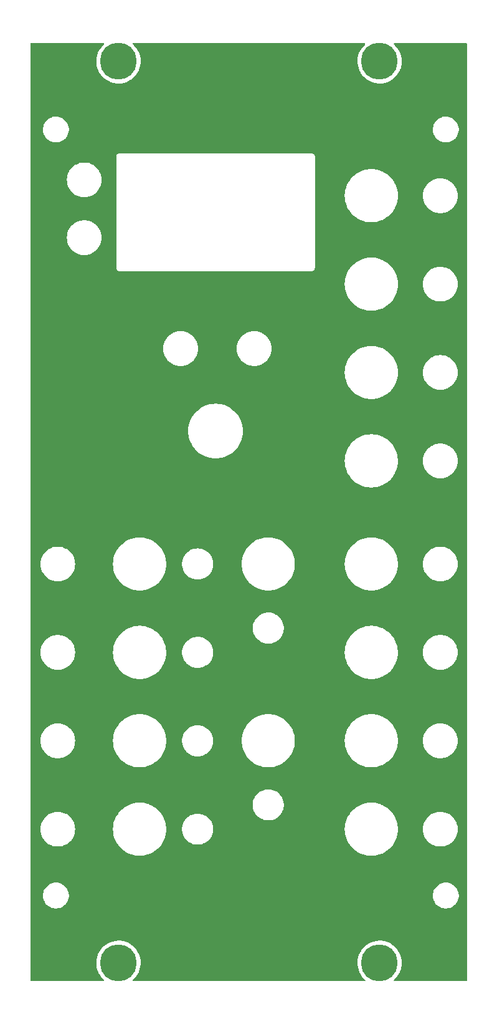
<source format=gbr>
G04 #@! TF.GenerationSoftware,KiCad,Pcbnew,(6.0.1)*
G04 #@! TF.CreationDate,2022-02-15T10:48:45-08:00*
G04 #@! TF.ProjectId,panel,70616e65-6c2e-46b6-9963-61645f706362,rev?*
G04 #@! TF.SameCoordinates,Original*
G04 #@! TF.FileFunction,Copper,L2,Bot*
G04 #@! TF.FilePolarity,Positive*
%FSLAX46Y46*%
G04 Gerber Fmt 4.6, Leading zero omitted, Abs format (unit mm)*
G04 Created by KiCad (PCBNEW (6.0.1)) date 2022-02-15 10:48:45*
%MOMM*%
%LPD*%
G01*
G04 APERTURE LIST*
G04 #@! TA.AperFunction,ComponentPad*
%ADD10C,5.000000*%
G04 #@! TD*
G04 APERTURE END LIST*
D10*
X62500000Y-43750000D03*
X98000000Y-43750000D03*
X98000000Y-166150000D03*
X62500000Y-166150000D03*
G04 #@! TA.AperFunction,NonConductor*
G36*
X60507956Y-41278002D02*
G01*
X60554449Y-41331658D01*
X60564553Y-41401932D01*
X60535059Y-41466512D01*
X60518622Y-41482328D01*
X60483509Y-41510459D01*
X60239466Y-41757071D01*
X60237225Y-41759929D01*
X60180732Y-41831978D01*
X60025386Y-42030098D01*
X60023493Y-42033187D01*
X60023491Y-42033190D01*
X59977233Y-42108676D01*
X59844105Y-42325921D01*
X59842580Y-42329206D01*
X59842578Y-42329210D01*
X59803505Y-42413386D01*
X59698027Y-42640620D01*
X59589087Y-42970023D01*
X59518730Y-43309764D01*
X59487888Y-43655341D01*
X59487983Y-43658971D01*
X59487983Y-43658972D01*
X59490367Y-43750000D01*
X59496970Y-44002171D01*
X59545856Y-44345660D01*
X59633897Y-44681253D01*
X59759927Y-45004503D01*
X59761624Y-45007708D01*
X59895113Y-45259825D01*
X59922275Y-45311126D01*
X59924325Y-45314109D01*
X59924327Y-45314112D01*
X60116733Y-45594064D01*
X60116739Y-45594071D01*
X60118790Y-45597056D01*
X60346866Y-45858505D01*
X60349551Y-45860948D01*
X60559268Y-46051775D01*
X60603481Y-46092006D01*
X60885233Y-46294466D01*
X61188388Y-46463200D01*
X61508928Y-46595972D01*
X61512422Y-46596967D01*
X61512424Y-46596968D01*
X61839103Y-46690025D01*
X61839108Y-46690026D01*
X61842604Y-46691022D01*
X62039304Y-46723233D01*
X62181412Y-46746504D01*
X62181419Y-46746505D01*
X62184993Y-46747090D01*
X62358276Y-46755262D01*
X62527931Y-46763263D01*
X62527932Y-46763263D01*
X62531558Y-46763434D01*
X62540415Y-46762830D01*
X62874073Y-46740084D01*
X62874081Y-46740083D01*
X62877704Y-46739836D01*
X62881279Y-46739173D01*
X62881282Y-46739173D01*
X63215279Y-46677270D01*
X63215283Y-46677269D01*
X63218844Y-46676609D01*
X63550456Y-46574592D01*
X63868145Y-46435136D01*
X64112511Y-46292341D01*
X64164560Y-46261926D01*
X64164562Y-46261925D01*
X64167700Y-46260091D01*
X64170609Y-46257907D01*
X64442244Y-46053958D01*
X64442248Y-46053955D01*
X64445151Y-46051775D01*
X64696819Y-45812950D01*
X64919370Y-45546783D01*
X65109853Y-45256799D01*
X65238446Y-45001121D01*
X65264117Y-44950080D01*
X65264120Y-44950072D01*
X65265744Y-44946844D01*
X65384977Y-44621026D01*
X65385822Y-44617504D01*
X65385825Y-44617496D01*
X65465124Y-44287191D01*
X65465125Y-44287187D01*
X65465971Y-44283662D01*
X65500035Y-44002171D01*
X65507316Y-43942004D01*
X65507316Y-43941997D01*
X65507652Y-43939225D01*
X65513599Y-43750000D01*
X65513438Y-43747204D01*
X65493836Y-43407246D01*
X65493835Y-43407241D01*
X65493627Y-43403626D01*
X65433976Y-43061842D01*
X65335437Y-42729180D01*
X65199316Y-42410048D01*
X65149569Y-42322831D01*
X65029208Y-42111816D01*
X65027417Y-42108676D01*
X64822018Y-41829060D01*
X64585842Y-41574904D01*
X64474502Y-41479810D01*
X64435692Y-41420361D01*
X64435185Y-41349366D01*
X64473142Y-41289367D01*
X64537510Y-41259414D01*
X64556332Y-41258000D01*
X95939835Y-41258000D01*
X96007956Y-41278002D01*
X96054449Y-41331658D01*
X96064553Y-41401932D01*
X96035059Y-41466512D01*
X96018622Y-41482328D01*
X95983509Y-41510459D01*
X95739466Y-41757071D01*
X95737225Y-41759929D01*
X95680732Y-41831978D01*
X95525386Y-42030098D01*
X95523493Y-42033187D01*
X95523491Y-42033190D01*
X95477233Y-42108676D01*
X95344105Y-42325921D01*
X95342580Y-42329206D01*
X95342578Y-42329210D01*
X95303505Y-42413386D01*
X95198027Y-42640620D01*
X95089087Y-42970023D01*
X95018730Y-43309764D01*
X94987888Y-43655341D01*
X94987983Y-43658971D01*
X94987983Y-43658972D01*
X94990367Y-43750000D01*
X94996970Y-44002171D01*
X95045856Y-44345660D01*
X95133897Y-44681253D01*
X95259927Y-45004503D01*
X95261624Y-45007708D01*
X95395113Y-45259825D01*
X95422275Y-45311126D01*
X95424325Y-45314109D01*
X95424327Y-45314112D01*
X95616733Y-45594064D01*
X95616739Y-45594071D01*
X95618790Y-45597056D01*
X95846866Y-45858505D01*
X95849551Y-45860948D01*
X96059268Y-46051775D01*
X96103481Y-46092006D01*
X96385233Y-46294466D01*
X96688388Y-46463200D01*
X97008928Y-46595972D01*
X97012422Y-46596967D01*
X97012424Y-46596968D01*
X97339103Y-46690025D01*
X97339108Y-46690026D01*
X97342604Y-46691022D01*
X97539304Y-46723233D01*
X97681412Y-46746504D01*
X97681419Y-46746505D01*
X97684993Y-46747090D01*
X97858276Y-46755262D01*
X98027931Y-46763263D01*
X98027932Y-46763263D01*
X98031558Y-46763434D01*
X98040415Y-46762830D01*
X98374073Y-46740084D01*
X98374081Y-46740083D01*
X98377704Y-46739836D01*
X98381279Y-46739173D01*
X98381282Y-46739173D01*
X98715279Y-46677270D01*
X98715283Y-46677269D01*
X98718844Y-46676609D01*
X99050456Y-46574592D01*
X99368145Y-46435136D01*
X99612511Y-46292341D01*
X99664560Y-46261926D01*
X99664562Y-46261925D01*
X99667700Y-46260091D01*
X99670609Y-46257907D01*
X99942244Y-46053958D01*
X99942248Y-46053955D01*
X99945151Y-46051775D01*
X100196819Y-45812950D01*
X100419370Y-45546783D01*
X100609853Y-45256799D01*
X100738446Y-45001121D01*
X100764117Y-44950080D01*
X100764120Y-44950072D01*
X100765744Y-44946844D01*
X100884977Y-44621026D01*
X100885822Y-44617504D01*
X100885825Y-44617496D01*
X100965124Y-44287191D01*
X100965125Y-44287187D01*
X100965971Y-44283662D01*
X101000035Y-44002171D01*
X101007316Y-43942004D01*
X101007316Y-43941997D01*
X101007652Y-43939225D01*
X101013599Y-43750000D01*
X101013438Y-43747204D01*
X100993836Y-43407246D01*
X100993835Y-43407241D01*
X100993627Y-43403626D01*
X100933976Y-43061842D01*
X100835437Y-42729180D01*
X100699316Y-42410048D01*
X100649569Y-42322831D01*
X100529208Y-42111816D01*
X100527417Y-42108676D01*
X100322018Y-41829060D01*
X100085842Y-41574904D01*
X99974502Y-41479810D01*
X99935692Y-41420361D01*
X99935185Y-41349366D01*
X99973142Y-41289367D01*
X100037510Y-41259414D01*
X100056332Y-41258000D01*
X109766000Y-41258000D01*
X109834121Y-41278002D01*
X109880614Y-41331658D01*
X109892000Y-41384000D01*
X109892000Y-168516000D01*
X109871998Y-168584121D01*
X109818342Y-168630614D01*
X109766000Y-168642000D01*
X100060517Y-168642000D01*
X99992396Y-168621998D01*
X99945903Y-168568342D01*
X99935799Y-168498068D01*
X99965293Y-168433488D01*
X99973784Y-168424603D01*
X100194180Y-168215454D01*
X100196819Y-168212950D01*
X100419370Y-167946783D01*
X100609853Y-167656799D01*
X100738446Y-167401121D01*
X100764117Y-167350080D01*
X100764120Y-167350072D01*
X100765744Y-167346844D01*
X100884977Y-167021026D01*
X100885822Y-167017504D01*
X100885825Y-167017496D01*
X100965124Y-166687191D01*
X100965125Y-166687187D01*
X100965971Y-166683662D01*
X101000035Y-166402171D01*
X101007316Y-166342004D01*
X101007316Y-166341997D01*
X101007652Y-166339225D01*
X101013599Y-166150000D01*
X101013438Y-166147204D01*
X100993836Y-165807246D01*
X100993835Y-165807241D01*
X100993627Y-165803626D01*
X100933976Y-165461842D01*
X100835437Y-165129180D01*
X100699316Y-164810048D01*
X100649569Y-164722831D01*
X100529208Y-164511816D01*
X100527417Y-164508676D01*
X100322018Y-164229060D01*
X100085842Y-163974904D01*
X99822019Y-163749578D01*
X99534047Y-163556069D01*
X99225741Y-163396940D01*
X98901189Y-163274302D01*
X98897668Y-163273418D01*
X98897663Y-163273416D01*
X98736378Y-163232904D01*
X98564692Y-163189780D01*
X98542476Y-163186855D01*
X98224315Y-163144968D01*
X98224307Y-163144967D01*
X98220711Y-163144494D01*
X98076045Y-163142221D01*
X97877446Y-163139101D01*
X97877442Y-163139101D01*
X97873804Y-163139044D01*
X97870190Y-163139405D01*
X97870184Y-163139405D01*
X97626843Y-163163694D01*
X97528569Y-163173503D01*
X97189583Y-163247414D01*
X97186156Y-163248587D01*
X97186150Y-163248589D01*
X97107296Y-163275587D01*
X96861339Y-163359797D01*
X96548188Y-163509163D01*
X96254279Y-163693532D01*
X96251443Y-163695804D01*
X96251436Y-163695809D01*
X96007384Y-163891332D01*
X95983509Y-163910459D01*
X95739466Y-164157071D01*
X95737225Y-164159929D01*
X95680732Y-164231978D01*
X95525386Y-164430098D01*
X95523493Y-164433187D01*
X95523491Y-164433190D01*
X95477233Y-164508676D01*
X95344105Y-164725921D01*
X95342580Y-164729206D01*
X95342578Y-164729210D01*
X95303505Y-164813386D01*
X95198027Y-165040620D01*
X95089087Y-165370023D01*
X95018730Y-165709764D01*
X94987888Y-166055341D01*
X94987983Y-166058971D01*
X94987983Y-166058972D01*
X94990367Y-166150000D01*
X94996970Y-166402171D01*
X95045856Y-166745660D01*
X95133897Y-167081253D01*
X95259927Y-167404503D01*
X95261624Y-167407708D01*
X95395113Y-167659825D01*
X95422275Y-167711126D01*
X95424325Y-167714109D01*
X95424327Y-167714112D01*
X95616733Y-167994064D01*
X95616739Y-167994071D01*
X95618790Y-167997056D01*
X95846866Y-168258505D01*
X95849551Y-168260948D01*
X96027431Y-168422806D01*
X96064354Y-168483447D01*
X96062631Y-168554422D01*
X96022809Y-168613199D01*
X95957531Y-168641116D01*
X95942632Y-168642000D01*
X64560517Y-168642000D01*
X64492396Y-168621998D01*
X64445903Y-168568342D01*
X64435799Y-168498068D01*
X64465293Y-168433488D01*
X64473784Y-168424603D01*
X64694180Y-168215454D01*
X64696819Y-168212950D01*
X64919370Y-167946783D01*
X65109853Y-167656799D01*
X65238446Y-167401121D01*
X65264117Y-167350080D01*
X65264120Y-167350072D01*
X65265744Y-167346844D01*
X65384977Y-167021026D01*
X65385822Y-167017504D01*
X65385825Y-167017496D01*
X65465124Y-166687191D01*
X65465125Y-166687187D01*
X65465971Y-166683662D01*
X65500035Y-166402171D01*
X65507316Y-166342004D01*
X65507316Y-166341997D01*
X65507652Y-166339225D01*
X65513599Y-166150000D01*
X65513438Y-166147204D01*
X65493836Y-165807246D01*
X65493835Y-165807241D01*
X65493627Y-165803626D01*
X65433976Y-165461842D01*
X65335437Y-165129180D01*
X65199316Y-164810048D01*
X65149569Y-164722831D01*
X65029208Y-164511816D01*
X65027417Y-164508676D01*
X64822018Y-164229060D01*
X64585842Y-163974904D01*
X64322019Y-163749578D01*
X64034047Y-163556069D01*
X63725741Y-163396940D01*
X63401189Y-163274302D01*
X63397668Y-163273418D01*
X63397663Y-163273416D01*
X63236378Y-163232904D01*
X63064692Y-163189780D01*
X63042476Y-163186855D01*
X62724315Y-163144968D01*
X62724307Y-163144967D01*
X62720711Y-163144494D01*
X62576045Y-163142221D01*
X62377446Y-163139101D01*
X62377442Y-163139101D01*
X62373804Y-163139044D01*
X62370190Y-163139405D01*
X62370184Y-163139405D01*
X62126843Y-163163694D01*
X62028569Y-163173503D01*
X61689583Y-163247414D01*
X61686156Y-163248587D01*
X61686150Y-163248589D01*
X61607296Y-163275587D01*
X61361339Y-163359797D01*
X61048188Y-163509163D01*
X60754279Y-163693532D01*
X60751443Y-163695804D01*
X60751436Y-163695809D01*
X60507384Y-163891332D01*
X60483509Y-163910459D01*
X60239466Y-164157071D01*
X60237225Y-164159929D01*
X60180732Y-164231978D01*
X60025386Y-164430098D01*
X60023493Y-164433187D01*
X60023491Y-164433190D01*
X59977233Y-164508676D01*
X59844105Y-164725921D01*
X59842580Y-164729206D01*
X59842578Y-164729210D01*
X59803505Y-164813386D01*
X59698027Y-165040620D01*
X59589087Y-165370023D01*
X59518730Y-165709764D01*
X59487888Y-166055341D01*
X59487983Y-166058971D01*
X59487983Y-166058972D01*
X59490367Y-166150000D01*
X59496970Y-166402171D01*
X59545856Y-166745660D01*
X59633897Y-167081253D01*
X59759927Y-167404503D01*
X59761624Y-167407708D01*
X59895113Y-167659825D01*
X59922275Y-167711126D01*
X59924325Y-167714109D01*
X59924327Y-167714112D01*
X60116733Y-167994064D01*
X60116739Y-167994071D01*
X60118790Y-167997056D01*
X60346866Y-168258505D01*
X60349551Y-168260948D01*
X60527431Y-168422806D01*
X60564354Y-168483447D01*
X60562631Y-168554422D01*
X60522809Y-168613199D01*
X60457531Y-168641116D01*
X60442632Y-168642000D01*
X50634000Y-168642000D01*
X50565879Y-168621998D01*
X50519386Y-168568342D01*
X50508000Y-168516000D01*
X50508000Y-157107655D01*
X52239858Y-157107655D01*
X52275104Y-157366638D01*
X52276412Y-157371124D01*
X52276412Y-157371126D01*
X52296098Y-157438664D01*
X52348243Y-157617567D01*
X52457668Y-157854928D01*
X52460231Y-157858837D01*
X52598410Y-158069596D01*
X52598414Y-158069601D01*
X52600976Y-158073509D01*
X52775018Y-158268506D01*
X52975970Y-158435637D01*
X52979973Y-158438066D01*
X53195422Y-158568804D01*
X53195426Y-158568806D01*
X53199419Y-158571229D01*
X53440455Y-158672303D01*
X53693783Y-158736641D01*
X53698434Y-158737109D01*
X53698438Y-158737110D01*
X53891308Y-158756531D01*
X53910867Y-158758500D01*
X54066354Y-158758500D01*
X54068679Y-158758327D01*
X54068685Y-158758327D01*
X54256000Y-158744407D01*
X54256004Y-158744406D01*
X54260652Y-158744061D01*
X54265200Y-158743032D01*
X54265206Y-158743031D01*
X54451601Y-158700853D01*
X54515577Y-158686377D01*
X54551769Y-158672303D01*
X54754824Y-158593340D01*
X54754827Y-158593339D01*
X54759177Y-158591647D01*
X54986098Y-158461951D01*
X55191357Y-158300138D01*
X55370443Y-158109763D01*
X55519424Y-157895009D01*
X55635025Y-157660593D01*
X55714707Y-157411665D01*
X55756721Y-157153693D01*
X55757324Y-157107655D01*
X105239858Y-157107655D01*
X105275104Y-157366638D01*
X105276412Y-157371124D01*
X105276412Y-157371126D01*
X105296098Y-157438664D01*
X105348243Y-157617567D01*
X105457668Y-157854928D01*
X105460231Y-157858837D01*
X105598410Y-158069596D01*
X105598414Y-158069601D01*
X105600976Y-158073509D01*
X105775018Y-158268506D01*
X105975970Y-158435637D01*
X105979973Y-158438066D01*
X106195422Y-158568804D01*
X106195426Y-158568806D01*
X106199419Y-158571229D01*
X106440455Y-158672303D01*
X106693783Y-158736641D01*
X106698434Y-158737109D01*
X106698438Y-158737110D01*
X106891308Y-158756531D01*
X106910867Y-158758500D01*
X107066354Y-158758500D01*
X107068679Y-158758327D01*
X107068685Y-158758327D01*
X107256000Y-158744407D01*
X107256004Y-158744406D01*
X107260652Y-158744061D01*
X107265200Y-158743032D01*
X107265206Y-158743031D01*
X107451601Y-158700853D01*
X107515577Y-158686377D01*
X107551769Y-158672303D01*
X107754824Y-158593340D01*
X107754827Y-158593339D01*
X107759177Y-158591647D01*
X107986098Y-158461951D01*
X108191357Y-158300138D01*
X108370443Y-158109763D01*
X108519424Y-157895009D01*
X108635025Y-157660593D01*
X108714707Y-157411665D01*
X108756721Y-157153693D01*
X108760142Y-156892345D01*
X108724896Y-156633362D01*
X108710473Y-156583877D01*
X108653068Y-156386932D01*
X108651757Y-156382433D01*
X108542332Y-156145072D01*
X108509519Y-156095024D01*
X108401590Y-155930404D01*
X108401586Y-155930399D01*
X108399024Y-155926491D01*
X108224982Y-155731494D01*
X108024030Y-155564363D01*
X107976844Y-155535730D01*
X107804578Y-155431196D01*
X107804574Y-155431194D01*
X107800581Y-155428771D01*
X107559545Y-155327697D01*
X107306217Y-155263359D01*
X107301566Y-155262891D01*
X107301562Y-155262890D01*
X107092271Y-155241816D01*
X107089133Y-155241500D01*
X106933646Y-155241500D01*
X106931321Y-155241673D01*
X106931315Y-155241673D01*
X106744000Y-155255593D01*
X106743996Y-155255594D01*
X106739348Y-155255939D01*
X106734800Y-155256968D01*
X106734794Y-155256969D01*
X106548399Y-155299147D01*
X106484423Y-155313623D01*
X106480071Y-155315315D01*
X106480069Y-155315316D01*
X106245176Y-155406660D01*
X106245173Y-155406661D01*
X106240823Y-155408353D01*
X106013902Y-155538049D01*
X105808643Y-155699862D01*
X105629557Y-155890237D01*
X105480576Y-156104991D01*
X105364975Y-156339407D01*
X105285293Y-156588335D01*
X105243279Y-156846307D01*
X105239858Y-157107655D01*
X55757324Y-157107655D01*
X55760142Y-156892345D01*
X55724896Y-156633362D01*
X55710473Y-156583877D01*
X55653068Y-156386932D01*
X55651757Y-156382433D01*
X55542332Y-156145072D01*
X55509519Y-156095024D01*
X55401590Y-155930404D01*
X55401586Y-155930399D01*
X55399024Y-155926491D01*
X55224982Y-155731494D01*
X55024030Y-155564363D01*
X54976844Y-155535730D01*
X54804578Y-155431196D01*
X54804574Y-155431194D01*
X54800581Y-155428771D01*
X54559545Y-155327697D01*
X54306217Y-155263359D01*
X54301566Y-155262891D01*
X54301562Y-155262890D01*
X54092271Y-155241816D01*
X54089133Y-155241500D01*
X53933646Y-155241500D01*
X53931321Y-155241673D01*
X53931315Y-155241673D01*
X53744000Y-155255593D01*
X53743996Y-155255594D01*
X53739348Y-155255939D01*
X53734800Y-155256968D01*
X53734794Y-155256969D01*
X53548399Y-155299147D01*
X53484423Y-155313623D01*
X53480071Y-155315315D01*
X53480069Y-155315316D01*
X53245176Y-155406660D01*
X53245173Y-155406661D01*
X53240823Y-155408353D01*
X53013902Y-155538049D01*
X52808643Y-155699862D01*
X52629557Y-155890237D01*
X52480576Y-156104991D01*
X52364975Y-156339407D01*
X52285293Y-156588335D01*
X52243279Y-156846307D01*
X52239858Y-157107655D01*
X50508000Y-157107655D01*
X50508000Y-148000000D01*
X51886439Y-148000000D01*
X51906660Y-148308507D01*
X51966975Y-148611735D01*
X51968300Y-148615639D01*
X51968301Y-148615642D01*
X52003668Y-148719830D01*
X52066354Y-148904496D01*
X52068177Y-148908192D01*
X52068180Y-148908200D01*
X52172485Y-149119708D01*
X52203096Y-149181780D01*
X52205390Y-149185213D01*
X52205391Y-149185215D01*
X52371273Y-149433475D01*
X52374861Y-149438845D01*
X52377575Y-149441939D01*
X52377579Y-149441945D01*
X52543312Y-149630926D01*
X52578710Y-149671290D01*
X52581799Y-149673999D01*
X52808055Y-149872421D01*
X52808061Y-149872425D01*
X52811155Y-149875139D01*
X52814581Y-149877428D01*
X52814586Y-149877432D01*
X53039982Y-150028036D01*
X53068220Y-150046904D01*
X53071923Y-150048730D01*
X53341800Y-150181820D01*
X53341808Y-150181823D01*
X53345504Y-150183646D01*
X53349419Y-150184975D01*
X53634358Y-150281699D01*
X53634361Y-150281700D01*
X53638265Y-150283025D01*
X53864961Y-150328117D01*
X53937450Y-150342536D01*
X53937453Y-150342536D01*
X53941493Y-150343340D01*
X53945604Y-150343609D01*
X53945608Y-150343610D01*
X54170737Y-150358366D01*
X54170746Y-150358366D01*
X54172786Y-150358500D01*
X54327214Y-150358500D01*
X54329254Y-150358366D01*
X54329263Y-150358366D01*
X54554392Y-150343610D01*
X54554396Y-150343609D01*
X54558507Y-150343340D01*
X54562547Y-150342536D01*
X54562550Y-150342536D01*
X54635039Y-150328117D01*
X54861735Y-150283025D01*
X54865639Y-150281700D01*
X54865642Y-150281699D01*
X55150581Y-150184975D01*
X55154496Y-150183646D01*
X55158192Y-150181823D01*
X55158200Y-150181820D01*
X55428077Y-150048730D01*
X55431780Y-150046904D01*
X55460018Y-150028036D01*
X55685414Y-149877432D01*
X55685419Y-149877428D01*
X55688845Y-149875139D01*
X55691939Y-149872425D01*
X55691945Y-149872421D01*
X55918201Y-149673999D01*
X55921290Y-149671290D01*
X55956688Y-149630926D01*
X56122421Y-149441945D01*
X56122425Y-149441939D01*
X56125139Y-149438845D01*
X56128728Y-149433475D01*
X56294610Y-149185214D01*
X56296904Y-149181781D01*
X56433646Y-148904496D01*
X56496332Y-148719830D01*
X56531699Y-148615642D01*
X56531700Y-148615639D01*
X56533025Y-148611735D01*
X56593340Y-148308507D01*
X56613561Y-148000000D01*
X61756548Y-148000000D01*
X61776343Y-148377709D01*
X61776856Y-148380949D01*
X61776857Y-148380957D01*
X61804082Y-148552842D01*
X61835511Y-148751279D01*
X61933403Y-149116618D01*
X62068947Y-149469723D01*
X62070445Y-149472663D01*
X62236313Y-149798196D01*
X62240659Y-149806726D01*
X62446656Y-150123934D01*
X62684682Y-150417871D01*
X62952129Y-150685318D01*
X63246066Y-150923344D01*
X63563274Y-151129341D01*
X63566208Y-151130836D01*
X63566215Y-151130840D01*
X63897337Y-151299555D01*
X63900277Y-151301053D01*
X64253382Y-151436597D01*
X64618721Y-151534489D01*
X64817158Y-151565918D01*
X64989043Y-151593143D01*
X64989051Y-151593144D01*
X64992291Y-151593657D01*
X65275511Y-151608500D01*
X65464489Y-151608500D01*
X65747709Y-151593657D01*
X65750949Y-151593144D01*
X65750957Y-151593143D01*
X65922842Y-151565918D01*
X66121279Y-151534489D01*
X66486618Y-151436597D01*
X66839723Y-151301053D01*
X66842663Y-151299555D01*
X67173785Y-151130840D01*
X67173792Y-151130836D01*
X67176726Y-151129341D01*
X67493934Y-150923344D01*
X67787871Y-150685318D01*
X68055318Y-150417871D01*
X68293344Y-150123934D01*
X68499341Y-149806726D01*
X68503688Y-149798196D01*
X68669555Y-149472663D01*
X68671053Y-149469723D01*
X68806597Y-149116618D01*
X68904489Y-148751279D01*
X68935918Y-148552842D01*
X68963143Y-148380957D01*
X68963144Y-148380949D01*
X68963657Y-148377709D01*
X68976497Y-148132703D01*
X71160743Y-148132703D01*
X71198268Y-148417734D01*
X71274129Y-148695036D01*
X71386923Y-148959476D01*
X71398693Y-148979142D01*
X71480971Y-149116618D01*
X71534561Y-149206161D01*
X71714313Y-149430528D01*
X71922851Y-149628423D01*
X72156317Y-149796186D01*
X72160112Y-149798195D01*
X72160113Y-149798196D01*
X72181453Y-149809495D01*
X72410392Y-149930712D01*
X72680373Y-150029511D01*
X72961264Y-150090755D01*
X72989841Y-150093004D01*
X73184282Y-150108307D01*
X73184291Y-150108307D01*
X73186739Y-150108500D01*
X73342271Y-150108500D01*
X73344407Y-150108354D01*
X73344418Y-150108354D01*
X73552548Y-150094165D01*
X73552554Y-150094164D01*
X73556825Y-150093873D01*
X73561020Y-150093004D01*
X73561022Y-150093004D01*
X73697584Y-150064723D01*
X73838342Y-150035574D01*
X74109343Y-149939607D01*
X74364812Y-149807750D01*
X74368313Y-149805289D01*
X74368317Y-149805287D01*
X74563370Y-149668201D01*
X74600023Y-149642441D01*
X74782726Y-149472663D01*
X74807479Y-149449661D01*
X74807481Y-149449658D01*
X74810622Y-149446740D01*
X74992713Y-149224268D01*
X75142927Y-148979142D01*
X75258483Y-148715898D01*
X75337244Y-148439406D01*
X75377751Y-148154784D01*
X75377845Y-148136951D01*
X75378562Y-148000000D01*
X93256548Y-148000000D01*
X93276343Y-148377709D01*
X93276856Y-148380949D01*
X93276857Y-148380957D01*
X93304082Y-148552842D01*
X93335511Y-148751279D01*
X93433403Y-149116618D01*
X93568947Y-149469723D01*
X93570445Y-149472663D01*
X93736313Y-149798196D01*
X93740659Y-149806726D01*
X93946656Y-150123934D01*
X94184682Y-150417871D01*
X94452129Y-150685318D01*
X94746066Y-150923344D01*
X95063274Y-151129341D01*
X95066208Y-151130836D01*
X95066215Y-151130840D01*
X95397337Y-151299555D01*
X95400277Y-151301053D01*
X95753382Y-151436597D01*
X96118721Y-151534489D01*
X96317158Y-151565918D01*
X96489043Y-151593143D01*
X96489051Y-151593144D01*
X96492291Y-151593657D01*
X96775511Y-151608500D01*
X96964489Y-151608500D01*
X97247709Y-151593657D01*
X97250949Y-151593144D01*
X97250957Y-151593143D01*
X97422842Y-151565918D01*
X97621279Y-151534489D01*
X97986618Y-151436597D01*
X98339723Y-151301053D01*
X98342663Y-151299555D01*
X98673785Y-151130840D01*
X98673792Y-151130836D01*
X98676726Y-151129341D01*
X98993934Y-150923344D01*
X99287871Y-150685318D01*
X99555318Y-150417871D01*
X99793344Y-150123934D01*
X99999341Y-149806726D01*
X100003688Y-149798196D01*
X100169555Y-149472663D01*
X100171053Y-149469723D01*
X100306597Y-149116618D01*
X100404489Y-148751279D01*
X100435918Y-148552842D01*
X100463143Y-148380957D01*
X100463144Y-148380949D01*
X100463657Y-148377709D01*
X100483452Y-148000000D01*
X103886439Y-148000000D01*
X103906660Y-148308507D01*
X103966975Y-148611735D01*
X103968300Y-148615639D01*
X103968301Y-148615642D01*
X104003668Y-148719830D01*
X104066354Y-148904496D01*
X104068177Y-148908192D01*
X104068180Y-148908200D01*
X104172485Y-149119708D01*
X104203096Y-149181780D01*
X104205390Y-149185213D01*
X104205391Y-149185215D01*
X104371273Y-149433475D01*
X104374861Y-149438845D01*
X104377575Y-149441939D01*
X104377579Y-149441945D01*
X104543312Y-149630926D01*
X104578710Y-149671290D01*
X104581799Y-149673999D01*
X104808055Y-149872421D01*
X104808061Y-149872425D01*
X104811155Y-149875139D01*
X104814581Y-149877428D01*
X104814586Y-149877432D01*
X105039982Y-150028036D01*
X105068220Y-150046904D01*
X105071923Y-150048730D01*
X105341800Y-150181820D01*
X105341808Y-150181823D01*
X105345504Y-150183646D01*
X105349419Y-150184975D01*
X105634358Y-150281699D01*
X105634361Y-150281700D01*
X105638265Y-150283025D01*
X105864961Y-150328117D01*
X105937450Y-150342536D01*
X105937453Y-150342536D01*
X105941493Y-150343340D01*
X105945604Y-150343609D01*
X105945608Y-150343610D01*
X106170737Y-150358366D01*
X106170746Y-150358366D01*
X106172786Y-150358500D01*
X106327214Y-150358500D01*
X106329254Y-150358366D01*
X106329263Y-150358366D01*
X106554392Y-150343610D01*
X106554396Y-150343609D01*
X106558507Y-150343340D01*
X106562547Y-150342536D01*
X106562550Y-150342536D01*
X106635039Y-150328117D01*
X106861735Y-150283025D01*
X106865639Y-150281700D01*
X106865642Y-150281699D01*
X107150581Y-150184975D01*
X107154496Y-150183646D01*
X107158192Y-150181823D01*
X107158200Y-150181820D01*
X107428077Y-150048730D01*
X107431780Y-150046904D01*
X107460018Y-150028036D01*
X107685414Y-149877432D01*
X107685419Y-149877428D01*
X107688845Y-149875139D01*
X107691939Y-149872425D01*
X107691945Y-149872421D01*
X107918201Y-149673999D01*
X107921290Y-149671290D01*
X107956688Y-149630926D01*
X108122421Y-149441945D01*
X108122425Y-149441939D01*
X108125139Y-149438845D01*
X108128728Y-149433475D01*
X108294610Y-149185214D01*
X108296904Y-149181781D01*
X108433646Y-148904496D01*
X108496332Y-148719830D01*
X108531699Y-148615642D01*
X108531700Y-148615639D01*
X108533025Y-148611735D01*
X108593340Y-148308507D01*
X108613561Y-148000000D01*
X108593340Y-147691493D01*
X108533025Y-147388265D01*
X108497667Y-147284102D01*
X108434975Y-147099419D01*
X108433646Y-147095504D01*
X108431822Y-147091806D01*
X108431820Y-147091800D01*
X108298730Y-146821923D01*
X108296904Y-146818220D01*
X108294610Y-146814787D01*
X108294609Y-146814785D01*
X108127432Y-146564586D01*
X108127428Y-146564581D01*
X108125139Y-146561155D01*
X108122425Y-146558061D01*
X108122421Y-146558055D01*
X107923999Y-146331799D01*
X107921290Y-146328710D01*
X107917599Y-146325473D01*
X107691945Y-146127579D01*
X107691939Y-146127575D01*
X107688845Y-146124861D01*
X107685419Y-146122572D01*
X107685414Y-146122568D01*
X107435215Y-145955391D01*
X107435213Y-145955390D01*
X107431780Y-145953096D01*
X107343393Y-145909508D01*
X107158200Y-145818180D01*
X107158192Y-145818177D01*
X107154496Y-145816354D01*
X107150581Y-145815025D01*
X106865642Y-145718301D01*
X106865639Y-145718300D01*
X106861735Y-145716975D01*
X106635039Y-145671883D01*
X106562550Y-145657464D01*
X106562547Y-145657464D01*
X106558507Y-145656660D01*
X106554396Y-145656391D01*
X106554392Y-145656390D01*
X106329263Y-145641634D01*
X106329254Y-145641634D01*
X106327214Y-145641500D01*
X106172786Y-145641500D01*
X106170746Y-145641634D01*
X106170737Y-145641634D01*
X105945608Y-145656390D01*
X105945604Y-145656391D01*
X105941493Y-145656660D01*
X105937453Y-145657464D01*
X105937450Y-145657464D01*
X105864961Y-145671883D01*
X105638265Y-145716975D01*
X105634361Y-145718300D01*
X105634358Y-145718301D01*
X105349419Y-145815025D01*
X105345504Y-145816354D01*
X105341808Y-145818177D01*
X105341800Y-145818180D01*
X105156607Y-145909508D01*
X105068220Y-145953096D01*
X105064787Y-145955390D01*
X105064785Y-145955391D01*
X104814586Y-146122568D01*
X104814581Y-146122572D01*
X104811155Y-146124861D01*
X104808061Y-146127575D01*
X104808055Y-146127579D01*
X104582401Y-146325473D01*
X104578710Y-146328710D01*
X104576001Y-146331799D01*
X104377579Y-146558055D01*
X104377575Y-146558061D01*
X104374861Y-146561155D01*
X104372572Y-146564581D01*
X104372568Y-146564586D01*
X104263354Y-146728036D01*
X104203096Y-146818219D01*
X104066354Y-147095504D01*
X104065029Y-147099409D01*
X104065028Y-147099410D01*
X104002334Y-147284102D01*
X103966975Y-147388265D01*
X103906660Y-147691493D01*
X103886439Y-148000000D01*
X100483452Y-148000000D01*
X100463657Y-147622291D01*
X100453232Y-147556466D01*
X100425972Y-147384358D01*
X100404489Y-147248721D01*
X100306597Y-146883382D01*
X100277779Y-146808307D01*
X100187381Y-146572814D01*
X100171053Y-146530277D01*
X100075346Y-146342441D01*
X100000840Y-146196215D01*
X100000836Y-146196208D01*
X99999341Y-146193274D01*
X99971019Y-146149661D01*
X99795146Y-145878841D01*
X99793344Y-145876066D01*
X99555318Y-145582129D01*
X99287871Y-145314682D01*
X98993934Y-145076656D01*
X98676726Y-144870659D01*
X98673792Y-144869164D01*
X98673785Y-144869160D01*
X98342663Y-144700445D01*
X98339723Y-144698947D01*
X98007928Y-144571583D01*
X97989708Y-144564589D01*
X97989706Y-144564588D01*
X97986618Y-144563403D01*
X97621279Y-144465511D01*
X97422842Y-144434082D01*
X97250957Y-144406857D01*
X97250949Y-144406856D01*
X97247709Y-144406343D01*
X96964489Y-144391500D01*
X96775511Y-144391500D01*
X96492291Y-144406343D01*
X96489051Y-144406856D01*
X96489043Y-144406857D01*
X96317158Y-144434082D01*
X96118721Y-144465511D01*
X95753382Y-144563403D01*
X95750294Y-144564588D01*
X95750292Y-144564589D01*
X95732072Y-144571583D01*
X95400277Y-144698947D01*
X95397337Y-144700445D01*
X95066215Y-144869160D01*
X95066208Y-144869164D01*
X95063274Y-144870659D01*
X94746066Y-145076656D01*
X94452129Y-145314682D01*
X94184682Y-145582129D01*
X93946656Y-145876066D01*
X93944854Y-145878841D01*
X93768982Y-146149661D01*
X93740659Y-146193274D01*
X93739164Y-146196208D01*
X93739160Y-146196215D01*
X93664654Y-146342441D01*
X93568947Y-146530277D01*
X93552619Y-146572814D01*
X93462222Y-146808307D01*
X93433403Y-146883382D01*
X93335511Y-147248721D01*
X93314028Y-147384358D01*
X93286769Y-147556466D01*
X93276343Y-147622291D01*
X93256548Y-148000000D01*
X75378562Y-148000000D01*
X75379235Y-147871583D01*
X75379235Y-147871576D01*
X75379257Y-147867297D01*
X75341732Y-147582266D01*
X75265871Y-147304964D01*
X75153077Y-147040524D01*
X75060940Y-146886574D01*
X75007643Y-146797521D01*
X75007640Y-146797517D01*
X75005439Y-146793839D01*
X74825687Y-146569472D01*
X74617149Y-146371577D01*
X74383683Y-146203814D01*
X74363777Y-146193274D01*
X74275889Y-146146740D01*
X74129608Y-146069288D01*
X73859627Y-145970489D01*
X73578736Y-145909245D01*
X73547685Y-145906801D01*
X73355718Y-145891693D01*
X73355709Y-145891693D01*
X73353261Y-145891500D01*
X73197729Y-145891500D01*
X73195593Y-145891646D01*
X73195582Y-145891646D01*
X72987452Y-145905835D01*
X72987446Y-145905836D01*
X72983175Y-145906127D01*
X72978980Y-145906996D01*
X72978978Y-145906996D01*
X72913219Y-145920614D01*
X72701658Y-145964426D01*
X72430657Y-146060393D01*
X72426848Y-146062359D01*
X72294773Y-146130528D01*
X72175188Y-146192250D01*
X72171687Y-146194711D01*
X72171683Y-146194713D01*
X72169546Y-146196215D01*
X71939977Y-146357559D01*
X71924892Y-146371577D01*
X71750791Y-146533362D01*
X71729378Y-146553260D01*
X71547287Y-146775732D01*
X71397073Y-147020858D01*
X71281517Y-147284102D01*
X71202756Y-147560594D01*
X71162249Y-147845216D01*
X71162227Y-147849505D01*
X71162226Y-147849512D01*
X71160765Y-148128417D01*
X71160743Y-148132703D01*
X68976497Y-148132703D01*
X68983452Y-148000000D01*
X68963657Y-147622291D01*
X68953232Y-147556466D01*
X68925972Y-147384358D01*
X68904489Y-147248721D01*
X68806597Y-146883382D01*
X68777779Y-146808307D01*
X68687381Y-146572814D01*
X68671053Y-146530277D01*
X68575346Y-146342441D01*
X68500840Y-146196215D01*
X68500836Y-146196208D01*
X68499341Y-146193274D01*
X68471019Y-146149661D01*
X68295146Y-145878841D01*
X68293344Y-145876066D01*
X68055318Y-145582129D01*
X67787871Y-145314682D01*
X67493934Y-145076656D01*
X67176726Y-144870659D01*
X67173792Y-144869164D01*
X67173785Y-144869160D01*
X67102234Y-144832703D01*
X80760743Y-144832703D01*
X80761302Y-144836947D01*
X80761302Y-144836951D01*
X80765740Y-144870659D01*
X80798268Y-145117734D01*
X80874129Y-145395036D01*
X80875813Y-145398984D01*
X80979313Y-145641634D01*
X80986923Y-145659476D01*
X81022129Y-145718301D01*
X81125787Y-145891500D01*
X81134561Y-145906161D01*
X81314313Y-146130528D01*
X81522851Y-146328423D01*
X81756317Y-146496186D01*
X81760112Y-146498195D01*
X81760113Y-146498196D01*
X81781869Y-146509715D01*
X82010392Y-146630712D01*
X82280373Y-146729511D01*
X82561264Y-146790755D01*
X82589841Y-146793004D01*
X82784282Y-146808307D01*
X82784291Y-146808307D01*
X82786739Y-146808500D01*
X82942271Y-146808500D01*
X82944407Y-146808354D01*
X82944418Y-146808354D01*
X83152548Y-146794165D01*
X83152554Y-146794164D01*
X83156825Y-146793873D01*
X83161020Y-146793004D01*
X83161022Y-146793004D01*
X83297583Y-146764724D01*
X83438342Y-146735574D01*
X83709343Y-146639607D01*
X83838752Y-146572814D01*
X83961005Y-146509715D01*
X83961006Y-146509715D01*
X83964812Y-146507750D01*
X83968313Y-146505289D01*
X83968317Y-146505287D01*
X84154369Y-146374527D01*
X84200023Y-146342441D01*
X84278403Y-146269606D01*
X84407479Y-146149661D01*
X84407481Y-146149658D01*
X84410622Y-146146740D01*
X84592713Y-145924268D01*
X84742927Y-145679142D01*
X84752915Y-145656390D01*
X84856757Y-145419830D01*
X84858483Y-145415898D01*
X84886648Y-145317026D01*
X84936068Y-145143534D01*
X84937244Y-145139406D01*
X84977751Y-144854784D01*
X84977845Y-144836951D01*
X84979235Y-144571583D01*
X84979235Y-144571576D01*
X84979257Y-144567297D01*
X84941732Y-144282266D01*
X84865871Y-144004964D01*
X84753077Y-143740524D01*
X84605439Y-143493839D01*
X84425687Y-143269472D01*
X84217149Y-143071577D01*
X83983683Y-142903814D01*
X83961843Y-142892250D01*
X83938654Y-142879972D01*
X83729608Y-142769288D01*
X83459627Y-142670489D01*
X83178736Y-142609245D01*
X83147685Y-142606801D01*
X82955718Y-142591693D01*
X82955709Y-142591693D01*
X82953261Y-142591500D01*
X82797729Y-142591500D01*
X82795593Y-142591646D01*
X82795582Y-142591646D01*
X82587452Y-142605835D01*
X82587446Y-142605836D01*
X82583175Y-142606127D01*
X82578980Y-142606996D01*
X82578978Y-142606996D01*
X82442417Y-142635276D01*
X82301658Y-142664426D01*
X82030657Y-142760393D01*
X81775188Y-142892250D01*
X81771687Y-142894711D01*
X81771683Y-142894713D01*
X81761594Y-142901804D01*
X81539977Y-143057559D01*
X81329378Y-143253260D01*
X81147287Y-143475732D01*
X80997073Y-143720858D01*
X80881517Y-143984102D01*
X80802756Y-144260594D01*
X80762249Y-144545216D01*
X80762227Y-144549505D01*
X80762226Y-144549512D01*
X80760765Y-144828417D01*
X80760743Y-144832703D01*
X67102234Y-144832703D01*
X66842663Y-144700445D01*
X66839723Y-144698947D01*
X66507928Y-144571583D01*
X66489708Y-144564589D01*
X66489706Y-144564588D01*
X66486618Y-144563403D01*
X66121279Y-144465511D01*
X65922842Y-144434082D01*
X65750957Y-144406857D01*
X65750949Y-144406856D01*
X65747709Y-144406343D01*
X65464489Y-144391500D01*
X65275511Y-144391500D01*
X64992291Y-144406343D01*
X64989051Y-144406856D01*
X64989043Y-144406857D01*
X64817158Y-144434082D01*
X64618721Y-144465511D01*
X64253382Y-144563403D01*
X64250294Y-144564588D01*
X64250292Y-144564589D01*
X64232072Y-144571583D01*
X63900277Y-144698947D01*
X63897337Y-144700445D01*
X63566215Y-144869160D01*
X63566208Y-144869164D01*
X63563274Y-144870659D01*
X63246066Y-145076656D01*
X62952129Y-145314682D01*
X62684682Y-145582129D01*
X62446656Y-145876066D01*
X62444854Y-145878841D01*
X62268982Y-146149661D01*
X62240659Y-146193274D01*
X62239164Y-146196208D01*
X62239160Y-146196215D01*
X62164654Y-146342441D01*
X62068947Y-146530277D01*
X62052619Y-146572814D01*
X61962222Y-146808307D01*
X61933403Y-146883382D01*
X61835511Y-147248721D01*
X61814028Y-147384358D01*
X61786769Y-147556466D01*
X61776343Y-147622291D01*
X61756548Y-148000000D01*
X56613561Y-148000000D01*
X56593340Y-147691493D01*
X56533025Y-147388265D01*
X56497667Y-147284102D01*
X56434975Y-147099419D01*
X56433646Y-147095504D01*
X56431822Y-147091806D01*
X56431820Y-147091800D01*
X56298730Y-146821923D01*
X56296904Y-146818220D01*
X56294610Y-146814787D01*
X56294609Y-146814785D01*
X56127432Y-146564586D01*
X56127428Y-146564581D01*
X56125139Y-146561155D01*
X56122425Y-146558061D01*
X56122421Y-146558055D01*
X55923999Y-146331799D01*
X55921290Y-146328710D01*
X55917599Y-146325473D01*
X55691945Y-146127579D01*
X55691939Y-146127575D01*
X55688845Y-146124861D01*
X55685419Y-146122572D01*
X55685414Y-146122568D01*
X55435215Y-145955391D01*
X55435213Y-145955390D01*
X55431780Y-145953096D01*
X55343393Y-145909508D01*
X55158200Y-145818180D01*
X55158192Y-145818177D01*
X55154496Y-145816354D01*
X55150581Y-145815025D01*
X54865642Y-145718301D01*
X54865639Y-145718300D01*
X54861735Y-145716975D01*
X54635039Y-145671883D01*
X54562550Y-145657464D01*
X54562547Y-145657464D01*
X54558507Y-145656660D01*
X54554396Y-145656391D01*
X54554392Y-145656390D01*
X54329263Y-145641634D01*
X54329254Y-145641634D01*
X54327214Y-145641500D01*
X54172786Y-145641500D01*
X54170746Y-145641634D01*
X54170737Y-145641634D01*
X53945608Y-145656390D01*
X53945604Y-145656391D01*
X53941493Y-145656660D01*
X53937453Y-145657464D01*
X53937450Y-145657464D01*
X53864961Y-145671883D01*
X53638265Y-145716975D01*
X53634361Y-145718300D01*
X53634358Y-145718301D01*
X53349419Y-145815025D01*
X53345504Y-145816354D01*
X53341808Y-145818177D01*
X53341800Y-145818180D01*
X53156607Y-145909508D01*
X53068220Y-145953096D01*
X53064787Y-145955390D01*
X53064785Y-145955391D01*
X52814586Y-146122568D01*
X52814581Y-146122572D01*
X52811155Y-146124861D01*
X52808061Y-146127575D01*
X52808055Y-146127579D01*
X52582401Y-146325473D01*
X52578710Y-146328710D01*
X52576001Y-146331799D01*
X52377579Y-146558055D01*
X52377575Y-146558061D01*
X52374861Y-146561155D01*
X52372572Y-146564581D01*
X52372568Y-146564586D01*
X52263354Y-146728036D01*
X52203096Y-146818219D01*
X52066354Y-147095504D01*
X52065029Y-147099409D01*
X52065028Y-147099410D01*
X52002334Y-147284102D01*
X51966975Y-147388265D01*
X51906660Y-147691493D01*
X51886439Y-148000000D01*
X50508000Y-148000000D01*
X50508000Y-136000000D01*
X51886439Y-136000000D01*
X51906660Y-136308507D01*
X51966975Y-136611735D01*
X51968300Y-136615639D01*
X51968301Y-136615642D01*
X52003668Y-136719830D01*
X52066354Y-136904496D01*
X52068177Y-136908192D01*
X52068180Y-136908200D01*
X52172485Y-137119708D01*
X52203096Y-137181780D01*
X52205390Y-137185213D01*
X52205391Y-137185215D01*
X52371273Y-137433475D01*
X52374861Y-137438845D01*
X52377575Y-137441939D01*
X52377579Y-137441945D01*
X52543312Y-137630926D01*
X52578710Y-137671290D01*
X52581799Y-137673999D01*
X52808055Y-137872421D01*
X52808061Y-137872425D01*
X52811155Y-137875139D01*
X52814581Y-137877428D01*
X52814586Y-137877432D01*
X53039982Y-138028036D01*
X53068220Y-138046904D01*
X53071923Y-138048730D01*
X53341800Y-138181820D01*
X53341808Y-138181823D01*
X53345504Y-138183646D01*
X53349419Y-138184975D01*
X53634358Y-138281699D01*
X53634361Y-138281700D01*
X53638265Y-138283025D01*
X53864961Y-138328117D01*
X53937450Y-138342536D01*
X53937453Y-138342536D01*
X53941493Y-138343340D01*
X53945604Y-138343609D01*
X53945608Y-138343610D01*
X54170737Y-138358366D01*
X54170746Y-138358366D01*
X54172786Y-138358500D01*
X54327214Y-138358500D01*
X54329254Y-138358366D01*
X54329263Y-138358366D01*
X54554392Y-138343610D01*
X54554396Y-138343609D01*
X54558507Y-138343340D01*
X54562547Y-138342536D01*
X54562550Y-138342536D01*
X54635039Y-138328117D01*
X54861735Y-138283025D01*
X54865639Y-138281700D01*
X54865642Y-138281699D01*
X55150581Y-138184975D01*
X55154496Y-138183646D01*
X55158192Y-138181823D01*
X55158200Y-138181820D01*
X55428077Y-138048730D01*
X55431780Y-138046904D01*
X55460018Y-138028036D01*
X55685414Y-137877432D01*
X55685419Y-137877428D01*
X55688845Y-137875139D01*
X55691939Y-137872425D01*
X55691945Y-137872421D01*
X55918201Y-137673999D01*
X55921290Y-137671290D01*
X55956688Y-137630926D01*
X56122421Y-137441945D01*
X56122425Y-137441939D01*
X56125139Y-137438845D01*
X56128728Y-137433475D01*
X56294610Y-137185214D01*
X56296904Y-137181781D01*
X56433646Y-136904496D01*
X56496332Y-136719830D01*
X56531699Y-136615642D01*
X56531700Y-136615639D01*
X56533025Y-136611735D01*
X56593340Y-136308507D01*
X56613561Y-136000000D01*
X61756548Y-136000000D01*
X61776343Y-136377709D01*
X61776856Y-136380949D01*
X61776857Y-136380957D01*
X61804082Y-136552842D01*
X61835511Y-136751279D01*
X61933403Y-137116618D01*
X62068947Y-137469723D01*
X62070445Y-137472663D01*
X62236313Y-137798196D01*
X62240659Y-137806726D01*
X62446656Y-138123934D01*
X62684682Y-138417871D01*
X62952129Y-138685318D01*
X63246066Y-138923344D01*
X63563274Y-139129341D01*
X63566208Y-139130836D01*
X63566215Y-139130840D01*
X63897337Y-139299555D01*
X63900277Y-139301053D01*
X64253382Y-139436597D01*
X64618721Y-139534489D01*
X64817158Y-139565918D01*
X64989043Y-139593143D01*
X64989051Y-139593144D01*
X64992291Y-139593657D01*
X65275511Y-139608500D01*
X65464489Y-139608500D01*
X65747709Y-139593657D01*
X65750949Y-139593144D01*
X65750957Y-139593143D01*
X65922842Y-139565918D01*
X66121279Y-139534489D01*
X66486618Y-139436597D01*
X66839723Y-139301053D01*
X66842663Y-139299555D01*
X67173785Y-139130840D01*
X67173792Y-139130836D01*
X67176726Y-139129341D01*
X67493934Y-138923344D01*
X67787871Y-138685318D01*
X68055318Y-138417871D01*
X68293344Y-138123934D01*
X68499341Y-137806726D01*
X68503688Y-137798196D01*
X68669555Y-137472663D01*
X68671053Y-137469723D01*
X68806597Y-137116618D01*
X68904489Y-136751279D01*
X68935918Y-136552842D01*
X68963143Y-136380957D01*
X68963144Y-136380949D01*
X68963657Y-136377709D01*
X68976497Y-136132703D01*
X71160743Y-136132703D01*
X71198268Y-136417734D01*
X71274129Y-136695036D01*
X71386923Y-136959476D01*
X71398693Y-136979142D01*
X71480971Y-137116618D01*
X71534561Y-137206161D01*
X71714313Y-137430528D01*
X71922851Y-137628423D01*
X72156317Y-137796186D01*
X72160112Y-137798195D01*
X72160113Y-137798196D01*
X72181453Y-137809495D01*
X72410392Y-137930712D01*
X72680373Y-138029511D01*
X72961264Y-138090755D01*
X72989841Y-138093004D01*
X73184282Y-138108307D01*
X73184291Y-138108307D01*
X73186739Y-138108500D01*
X73342271Y-138108500D01*
X73344407Y-138108354D01*
X73344418Y-138108354D01*
X73552548Y-138094165D01*
X73552554Y-138094164D01*
X73556825Y-138093873D01*
X73561020Y-138093004D01*
X73561022Y-138093004D01*
X73697584Y-138064723D01*
X73838342Y-138035574D01*
X74109343Y-137939607D01*
X74364812Y-137807750D01*
X74368313Y-137805289D01*
X74368317Y-137805287D01*
X74563370Y-137668201D01*
X74600023Y-137642441D01*
X74782726Y-137472663D01*
X74807479Y-137449661D01*
X74807481Y-137449658D01*
X74810622Y-137446740D01*
X74992713Y-137224268D01*
X75142927Y-136979142D01*
X75258483Y-136715898D01*
X75337244Y-136439406D01*
X75377751Y-136154784D01*
X75377845Y-136136951D01*
X75378562Y-136000000D01*
X79256548Y-136000000D01*
X79276343Y-136377709D01*
X79276856Y-136380949D01*
X79276857Y-136380957D01*
X79304082Y-136552842D01*
X79335511Y-136751279D01*
X79433403Y-137116618D01*
X79568947Y-137469723D01*
X79570445Y-137472663D01*
X79736313Y-137798196D01*
X79740659Y-137806726D01*
X79946656Y-138123934D01*
X80184682Y-138417871D01*
X80452129Y-138685318D01*
X80746066Y-138923344D01*
X81063274Y-139129341D01*
X81066208Y-139130836D01*
X81066215Y-139130840D01*
X81397337Y-139299555D01*
X81400277Y-139301053D01*
X81753382Y-139436597D01*
X82118721Y-139534489D01*
X82317158Y-139565918D01*
X82489043Y-139593143D01*
X82489051Y-139593144D01*
X82492291Y-139593657D01*
X82775511Y-139608500D01*
X82964489Y-139608500D01*
X83247709Y-139593657D01*
X83250949Y-139593144D01*
X83250957Y-139593143D01*
X83422842Y-139565918D01*
X83621279Y-139534489D01*
X83986618Y-139436597D01*
X84339723Y-139301053D01*
X84342663Y-139299555D01*
X84673785Y-139130840D01*
X84673792Y-139130836D01*
X84676726Y-139129341D01*
X84993934Y-138923344D01*
X85287871Y-138685318D01*
X85555318Y-138417871D01*
X85793344Y-138123934D01*
X85999341Y-137806726D01*
X86003688Y-137798196D01*
X86169555Y-137472663D01*
X86171053Y-137469723D01*
X86306597Y-137116618D01*
X86404489Y-136751279D01*
X86435918Y-136552842D01*
X86463143Y-136380957D01*
X86463144Y-136380949D01*
X86463657Y-136377709D01*
X86483452Y-136000000D01*
X93256548Y-136000000D01*
X93276343Y-136377709D01*
X93276856Y-136380949D01*
X93276857Y-136380957D01*
X93304082Y-136552842D01*
X93335511Y-136751279D01*
X93433403Y-137116618D01*
X93568947Y-137469723D01*
X93570445Y-137472663D01*
X93736313Y-137798196D01*
X93740659Y-137806726D01*
X93946656Y-138123934D01*
X94184682Y-138417871D01*
X94452129Y-138685318D01*
X94746066Y-138923344D01*
X95063274Y-139129341D01*
X95066208Y-139130836D01*
X95066215Y-139130840D01*
X95397337Y-139299555D01*
X95400277Y-139301053D01*
X95753382Y-139436597D01*
X96118721Y-139534489D01*
X96317158Y-139565918D01*
X96489043Y-139593143D01*
X96489051Y-139593144D01*
X96492291Y-139593657D01*
X96775511Y-139608500D01*
X96964489Y-139608500D01*
X97247709Y-139593657D01*
X97250949Y-139593144D01*
X97250957Y-139593143D01*
X97422842Y-139565918D01*
X97621279Y-139534489D01*
X97986618Y-139436597D01*
X98339723Y-139301053D01*
X98342663Y-139299555D01*
X98673785Y-139130840D01*
X98673792Y-139130836D01*
X98676726Y-139129341D01*
X98993934Y-138923344D01*
X99287871Y-138685318D01*
X99555318Y-138417871D01*
X99793344Y-138123934D01*
X99999341Y-137806726D01*
X100003688Y-137798196D01*
X100169555Y-137472663D01*
X100171053Y-137469723D01*
X100306597Y-137116618D01*
X100404489Y-136751279D01*
X100435918Y-136552842D01*
X100463143Y-136380957D01*
X100463144Y-136380949D01*
X100463657Y-136377709D01*
X100483452Y-136000000D01*
X103886439Y-136000000D01*
X103906660Y-136308507D01*
X103966975Y-136611735D01*
X103968300Y-136615639D01*
X103968301Y-136615642D01*
X104003668Y-136719830D01*
X104066354Y-136904496D01*
X104068177Y-136908192D01*
X104068180Y-136908200D01*
X104172485Y-137119708D01*
X104203096Y-137181780D01*
X104205390Y-137185213D01*
X104205391Y-137185215D01*
X104371273Y-137433475D01*
X104374861Y-137438845D01*
X104377575Y-137441939D01*
X104377579Y-137441945D01*
X104543312Y-137630926D01*
X104578710Y-137671290D01*
X104581799Y-137673999D01*
X104808055Y-137872421D01*
X104808061Y-137872425D01*
X104811155Y-137875139D01*
X104814581Y-137877428D01*
X104814586Y-137877432D01*
X105039982Y-138028036D01*
X105068220Y-138046904D01*
X105071923Y-138048730D01*
X105341800Y-138181820D01*
X105341808Y-138181823D01*
X105345504Y-138183646D01*
X105349419Y-138184975D01*
X105634358Y-138281699D01*
X105634361Y-138281700D01*
X105638265Y-138283025D01*
X105864961Y-138328117D01*
X105937450Y-138342536D01*
X105937453Y-138342536D01*
X105941493Y-138343340D01*
X105945604Y-138343609D01*
X105945608Y-138343610D01*
X106170737Y-138358366D01*
X106170746Y-138358366D01*
X106172786Y-138358500D01*
X106327214Y-138358500D01*
X106329254Y-138358366D01*
X106329263Y-138358366D01*
X106554392Y-138343610D01*
X106554396Y-138343609D01*
X106558507Y-138343340D01*
X106562547Y-138342536D01*
X106562550Y-138342536D01*
X106635039Y-138328117D01*
X106861735Y-138283025D01*
X106865639Y-138281700D01*
X106865642Y-138281699D01*
X107150581Y-138184975D01*
X107154496Y-138183646D01*
X107158192Y-138181823D01*
X107158200Y-138181820D01*
X107428077Y-138048730D01*
X107431780Y-138046904D01*
X107460018Y-138028036D01*
X107685414Y-137877432D01*
X107685419Y-137877428D01*
X107688845Y-137875139D01*
X107691939Y-137872425D01*
X107691945Y-137872421D01*
X107918201Y-137673999D01*
X107921290Y-137671290D01*
X107956688Y-137630926D01*
X108122421Y-137441945D01*
X108122425Y-137441939D01*
X108125139Y-137438845D01*
X108128728Y-137433475D01*
X108294610Y-137185214D01*
X108296904Y-137181781D01*
X108433646Y-136904496D01*
X108496332Y-136719830D01*
X108531699Y-136615642D01*
X108531700Y-136615639D01*
X108533025Y-136611735D01*
X108593340Y-136308507D01*
X108613561Y-136000000D01*
X108593340Y-135691493D01*
X108533025Y-135388265D01*
X108497667Y-135284102D01*
X108434975Y-135099419D01*
X108433646Y-135095504D01*
X108431822Y-135091806D01*
X108431820Y-135091800D01*
X108298730Y-134821923D01*
X108296904Y-134818220D01*
X108294610Y-134814787D01*
X108294609Y-134814785D01*
X108127432Y-134564586D01*
X108127428Y-134564581D01*
X108125139Y-134561155D01*
X108122425Y-134558061D01*
X108122421Y-134558055D01*
X107923999Y-134331799D01*
X107921290Y-134328710D01*
X107918201Y-134326001D01*
X107691945Y-134127579D01*
X107691939Y-134127575D01*
X107688845Y-134124861D01*
X107685419Y-134122572D01*
X107685414Y-134122568D01*
X107435215Y-133955391D01*
X107435213Y-133955390D01*
X107431780Y-133953096D01*
X107344711Y-133910158D01*
X107158200Y-133818180D01*
X107158192Y-133818177D01*
X107154496Y-133816354D01*
X107150581Y-133815025D01*
X106865642Y-133718301D01*
X106865639Y-133718300D01*
X106861735Y-133716975D01*
X106635039Y-133671883D01*
X106562550Y-133657464D01*
X106562547Y-133657464D01*
X106558507Y-133656660D01*
X106554396Y-133656391D01*
X106554392Y-133656390D01*
X106329263Y-133641634D01*
X106329254Y-133641634D01*
X106327214Y-133641500D01*
X106172786Y-133641500D01*
X106170746Y-133641634D01*
X106170737Y-133641634D01*
X105945608Y-133656390D01*
X105945604Y-133656391D01*
X105941493Y-133656660D01*
X105937453Y-133657464D01*
X105937450Y-133657464D01*
X105864961Y-133671883D01*
X105638265Y-133716975D01*
X105634361Y-133718300D01*
X105634358Y-133718301D01*
X105349419Y-133815025D01*
X105345504Y-133816354D01*
X105341808Y-133818177D01*
X105341800Y-133818180D01*
X105155289Y-133910158D01*
X105068220Y-133953096D01*
X105064787Y-133955390D01*
X105064785Y-133955391D01*
X104814586Y-134122568D01*
X104814581Y-134122572D01*
X104811155Y-134124861D01*
X104808061Y-134127575D01*
X104808055Y-134127579D01*
X104581799Y-134326001D01*
X104578710Y-134328710D01*
X104576001Y-134331799D01*
X104377579Y-134558055D01*
X104377575Y-134558061D01*
X104374861Y-134561155D01*
X104372572Y-134564581D01*
X104372568Y-134564586D01*
X104243121Y-134758318D01*
X104203096Y-134818219D01*
X104066354Y-135095504D01*
X104065029Y-135099409D01*
X104065028Y-135099410D01*
X104002334Y-135284102D01*
X103966975Y-135388265D01*
X103906660Y-135691493D01*
X103886439Y-136000000D01*
X100483452Y-136000000D01*
X100463657Y-135622291D01*
X100453232Y-135556466D01*
X100425972Y-135384358D01*
X100404489Y-135248721D01*
X100306597Y-134883382D01*
X100171053Y-134530277D01*
X100069923Y-134331799D01*
X100000840Y-134196215D01*
X100000836Y-134196208D01*
X99999341Y-134193274D01*
X99793344Y-133876066D01*
X99555318Y-133582129D01*
X99287871Y-133314682D01*
X98993934Y-133076656D01*
X98676726Y-132870659D01*
X98673792Y-132869164D01*
X98673785Y-132869160D01*
X98342663Y-132700445D01*
X98339723Y-132698947D01*
X97986618Y-132563403D01*
X97621279Y-132465511D01*
X97422842Y-132434082D01*
X97250957Y-132406857D01*
X97250949Y-132406856D01*
X97247709Y-132406343D01*
X96964489Y-132391500D01*
X96775511Y-132391500D01*
X96492291Y-132406343D01*
X96489051Y-132406856D01*
X96489043Y-132406857D01*
X96317158Y-132434082D01*
X96118721Y-132465511D01*
X95753382Y-132563403D01*
X95400277Y-132698947D01*
X95397337Y-132700445D01*
X95066215Y-132869160D01*
X95066208Y-132869164D01*
X95063274Y-132870659D01*
X94746066Y-133076656D01*
X94452129Y-133314682D01*
X94184682Y-133582129D01*
X93946656Y-133876066D01*
X93740659Y-134193274D01*
X93739164Y-134196208D01*
X93739160Y-134196215D01*
X93670077Y-134331799D01*
X93568947Y-134530277D01*
X93433403Y-134883382D01*
X93335511Y-135248721D01*
X93314028Y-135384358D01*
X93286769Y-135556466D01*
X93276343Y-135622291D01*
X93256548Y-136000000D01*
X86483452Y-136000000D01*
X86463657Y-135622291D01*
X86453232Y-135556466D01*
X86425972Y-135384358D01*
X86404489Y-135248721D01*
X86306597Y-134883382D01*
X86171053Y-134530277D01*
X86069923Y-134331799D01*
X86000840Y-134196215D01*
X86000836Y-134196208D01*
X85999341Y-134193274D01*
X85793344Y-133876066D01*
X85555318Y-133582129D01*
X85287871Y-133314682D01*
X84993934Y-133076656D01*
X84676726Y-132870659D01*
X84673792Y-132869164D01*
X84673785Y-132869160D01*
X84342663Y-132700445D01*
X84339723Y-132698947D01*
X83986618Y-132563403D01*
X83621279Y-132465511D01*
X83422842Y-132434082D01*
X83250957Y-132406857D01*
X83250949Y-132406856D01*
X83247709Y-132406343D01*
X82964489Y-132391500D01*
X82775511Y-132391500D01*
X82492291Y-132406343D01*
X82489051Y-132406856D01*
X82489043Y-132406857D01*
X82317158Y-132434082D01*
X82118721Y-132465511D01*
X81753382Y-132563403D01*
X81400277Y-132698947D01*
X81397337Y-132700445D01*
X81066215Y-132869160D01*
X81066208Y-132869164D01*
X81063274Y-132870659D01*
X80746066Y-133076656D01*
X80452129Y-133314682D01*
X80184682Y-133582129D01*
X79946656Y-133876066D01*
X79740659Y-134193274D01*
X79739164Y-134196208D01*
X79739160Y-134196215D01*
X79670077Y-134331799D01*
X79568947Y-134530277D01*
X79433403Y-134883382D01*
X79335511Y-135248721D01*
X79314028Y-135384358D01*
X79286769Y-135556466D01*
X79276343Y-135622291D01*
X79256548Y-136000000D01*
X75378562Y-136000000D01*
X75379235Y-135871583D01*
X75379235Y-135871576D01*
X75379257Y-135867297D01*
X75341732Y-135582266D01*
X75265871Y-135304964D01*
X75153077Y-135040524D01*
X75060940Y-134886574D01*
X75007643Y-134797521D01*
X75007640Y-134797517D01*
X75005439Y-134793839D01*
X74825687Y-134569472D01*
X74617149Y-134371577D01*
X74383683Y-134203814D01*
X74363777Y-134193274D01*
X74239700Y-134127579D01*
X74129608Y-134069288D01*
X73859627Y-133970489D01*
X73578736Y-133909245D01*
X73547685Y-133906801D01*
X73355718Y-133891693D01*
X73355709Y-133891693D01*
X73353261Y-133891500D01*
X73197729Y-133891500D01*
X73195593Y-133891646D01*
X73195582Y-133891646D01*
X72987452Y-133905835D01*
X72987446Y-133905836D01*
X72983175Y-133906127D01*
X72978980Y-133906996D01*
X72978978Y-133906996D01*
X72842416Y-133935277D01*
X72701658Y-133964426D01*
X72430657Y-134060393D01*
X72175188Y-134192250D01*
X72171687Y-134194711D01*
X72171683Y-134194713D01*
X72169546Y-134196215D01*
X71939977Y-134357559D01*
X71924892Y-134371577D01*
X71750791Y-134533362D01*
X71729378Y-134553260D01*
X71547287Y-134775732D01*
X71397073Y-135020858D01*
X71281517Y-135284102D01*
X71202756Y-135560594D01*
X71162249Y-135845216D01*
X71162227Y-135849505D01*
X71162226Y-135849512D01*
X71160765Y-136128417D01*
X71160743Y-136132703D01*
X68976497Y-136132703D01*
X68983452Y-136000000D01*
X68963657Y-135622291D01*
X68953232Y-135556466D01*
X68925972Y-135384358D01*
X68904489Y-135248721D01*
X68806597Y-134883382D01*
X68671053Y-134530277D01*
X68569923Y-134331799D01*
X68500840Y-134196215D01*
X68500836Y-134196208D01*
X68499341Y-134193274D01*
X68293344Y-133876066D01*
X68055318Y-133582129D01*
X67787871Y-133314682D01*
X67493934Y-133076656D01*
X67176726Y-132870659D01*
X67173792Y-132869164D01*
X67173785Y-132869160D01*
X66842663Y-132700445D01*
X66839723Y-132698947D01*
X66486618Y-132563403D01*
X66121279Y-132465511D01*
X65922842Y-132434082D01*
X65750957Y-132406857D01*
X65750949Y-132406856D01*
X65747709Y-132406343D01*
X65464489Y-132391500D01*
X65275511Y-132391500D01*
X64992291Y-132406343D01*
X64989051Y-132406856D01*
X64989043Y-132406857D01*
X64817158Y-132434082D01*
X64618721Y-132465511D01*
X64253382Y-132563403D01*
X63900277Y-132698947D01*
X63897337Y-132700445D01*
X63566215Y-132869160D01*
X63566208Y-132869164D01*
X63563274Y-132870659D01*
X63246066Y-133076656D01*
X62952129Y-133314682D01*
X62684682Y-133582129D01*
X62446656Y-133876066D01*
X62240659Y-134193274D01*
X62239164Y-134196208D01*
X62239160Y-134196215D01*
X62170077Y-134331799D01*
X62068947Y-134530277D01*
X61933403Y-134883382D01*
X61835511Y-135248721D01*
X61814028Y-135384358D01*
X61786769Y-135556466D01*
X61776343Y-135622291D01*
X61756548Y-136000000D01*
X56613561Y-136000000D01*
X56593340Y-135691493D01*
X56533025Y-135388265D01*
X56497667Y-135284102D01*
X56434975Y-135099419D01*
X56433646Y-135095504D01*
X56431822Y-135091806D01*
X56431820Y-135091800D01*
X56298730Y-134821923D01*
X56296904Y-134818220D01*
X56294610Y-134814787D01*
X56294609Y-134814785D01*
X56127432Y-134564586D01*
X56127428Y-134564581D01*
X56125139Y-134561155D01*
X56122425Y-134558061D01*
X56122421Y-134558055D01*
X55923999Y-134331799D01*
X55921290Y-134328710D01*
X55918201Y-134326001D01*
X55691945Y-134127579D01*
X55691939Y-134127575D01*
X55688845Y-134124861D01*
X55685419Y-134122572D01*
X55685414Y-134122568D01*
X55435215Y-133955391D01*
X55435213Y-133955390D01*
X55431780Y-133953096D01*
X55344711Y-133910158D01*
X55158200Y-133818180D01*
X55158192Y-133818177D01*
X55154496Y-133816354D01*
X55150581Y-133815025D01*
X54865642Y-133718301D01*
X54865639Y-133718300D01*
X54861735Y-133716975D01*
X54635039Y-133671883D01*
X54562550Y-133657464D01*
X54562547Y-133657464D01*
X54558507Y-133656660D01*
X54554396Y-133656391D01*
X54554392Y-133656390D01*
X54329263Y-133641634D01*
X54329254Y-133641634D01*
X54327214Y-133641500D01*
X54172786Y-133641500D01*
X54170746Y-133641634D01*
X54170737Y-133641634D01*
X53945608Y-133656390D01*
X53945604Y-133656391D01*
X53941493Y-133656660D01*
X53937453Y-133657464D01*
X53937450Y-133657464D01*
X53864961Y-133671883D01*
X53638265Y-133716975D01*
X53634361Y-133718300D01*
X53634358Y-133718301D01*
X53349419Y-133815025D01*
X53345504Y-133816354D01*
X53341808Y-133818177D01*
X53341800Y-133818180D01*
X53155289Y-133910158D01*
X53068220Y-133953096D01*
X53064787Y-133955390D01*
X53064785Y-133955391D01*
X52814586Y-134122568D01*
X52814581Y-134122572D01*
X52811155Y-134124861D01*
X52808061Y-134127575D01*
X52808055Y-134127579D01*
X52581799Y-134326001D01*
X52578710Y-134328710D01*
X52576001Y-134331799D01*
X52377579Y-134558055D01*
X52377575Y-134558061D01*
X52374861Y-134561155D01*
X52372572Y-134564581D01*
X52372568Y-134564586D01*
X52243121Y-134758318D01*
X52203096Y-134818219D01*
X52066354Y-135095504D01*
X52065029Y-135099409D01*
X52065028Y-135099410D01*
X52002334Y-135284102D01*
X51966975Y-135388265D01*
X51906660Y-135691493D01*
X51886439Y-136000000D01*
X50508000Y-136000000D01*
X50508000Y-124000000D01*
X51886439Y-124000000D01*
X51906660Y-124308507D01*
X51966975Y-124611735D01*
X51968300Y-124615639D01*
X51968301Y-124615642D01*
X52003668Y-124719830D01*
X52066354Y-124904496D01*
X52068177Y-124908192D01*
X52068180Y-124908200D01*
X52172485Y-125119708D01*
X52203096Y-125181780D01*
X52205390Y-125185213D01*
X52205391Y-125185215D01*
X52371273Y-125433475D01*
X52374861Y-125438845D01*
X52377575Y-125441939D01*
X52377579Y-125441945D01*
X52543312Y-125630926D01*
X52578710Y-125671290D01*
X52581799Y-125673999D01*
X52808055Y-125872421D01*
X52808061Y-125872425D01*
X52811155Y-125875139D01*
X52814581Y-125877428D01*
X52814586Y-125877432D01*
X53039982Y-126028036D01*
X53068220Y-126046904D01*
X53071923Y-126048730D01*
X53341800Y-126181820D01*
X53341808Y-126181823D01*
X53345504Y-126183646D01*
X53349419Y-126184975D01*
X53634358Y-126281699D01*
X53634361Y-126281700D01*
X53638265Y-126283025D01*
X53864961Y-126328117D01*
X53937450Y-126342536D01*
X53937453Y-126342536D01*
X53941493Y-126343340D01*
X53945604Y-126343609D01*
X53945608Y-126343610D01*
X54170737Y-126358366D01*
X54170746Y-126358366D01*
X54172786Y-126358500D01*
X54327214Y-126358500D01*
X54329254Y-126358366D01*
X54329263Y-126358366D01*
X54554392Y-126343610D01*
X54554396Y-126343609D01*
X54558507Y-126343340D01*
X54562547Y-126342536D01*
X54562550Y-126342536D01*
X54635039Y-126328117D01*
X54861735Y-126283025D01*
X54865639Y-126281700D01*
X54865642Y-126281699D01*
X55150581Y-126184975D01*
X55154496Y-126183646D01*
X55158192Y-126181823D01*
X55158200Y-126181820D01*
X55428077Y-126048730D01*
X55431780Y-126046904D01*
X55460018Y-126028036D01*
X55685414Y-125877432D01*
X55685419Y-125877428D01*
X55688845Y-125875139D01*
X55691939Y-125872425D01*
X55691945Y-125872421D01*
X55918201Y-125673999D01*
X55921290Y-125671290D01*
X55956688Y-125630926D01*
X56122421Y-125441945D01*
X56122425Y-125441939D01*
X56125139Y-125438845D01*
X56128728Y-125433475D01*
X56294610Y-125185214D01*
X56296904Y-125181781D01*
X56433646Y-124904496D01*
X56496332Y-124719830D01*
X56531699Y-124615642D01*
X56531700Y-124615639D01*
X56533025Y-124611735D01*
X56593340Y-124308507D01*
X56613561Y-124000000D01*
X61756548Y-124000000D01*
X61776343Y-124377709D01*
X61776856Y-124380949D01*
X61776857Y-124380957D01*
X61804082Y-124552842D01*
X61835511Y-124751279D01*
X61933403Y-125116618D01*
X62068947Y-125469723D01*
X62070445Y-125472663D01*
X62236313Y-125798196D01*
X62240659Y-125806726D01*
X62446656Y-126123934D01*
X62684682Y-126417871D01*
X62952129Y-126685318D01*
X63246066Y-126923344D01*
X63563274Y-127129341D01*
X63566208Y-127130836D01*
X63566215Y-127130840D01*
X63897337Y-127299555D01*
X63900277Y-127301053D01*
X64253382Y-127436597D01*
X64618721Y-127534489D01*
X64817158Y-127565918D01*
X64989043Y-127593143D01*
X64989051Y-127593144D01*
X64992291Y-127593657D01*
X65275511Y-127608500D01*
X65464489Y-127608500D01*
X65747709Y-127593657D01*
X65750949Y-127593144D01*
X65750957Y-127593143D01*
X65922842Y-127565918D01*
X66121279Y-127534489D01*
X66486618Y-127436597D01*
X66839723Y-127301053D01*
X66842663Y-127299555D01*
X67173785Y-127130840D01*
X67173792Y-127130836D01*
X67176726Y-127129341D01*
X67493934Y-126923344D01*
X67787871Y-126685318D01*
X68055318Y-126417871D01*
X68293344Y-126123934D01*
X68499341Y-125806726D01*
X68503688Y-125798196D01*
X68669555Y-125472663D01*
X68671053Y-125469723D01*
X68806597Y-125116618D01*
X68904489Y-124751279D01*
X68935918Y-124552842D01*
X68963143Y-124380957D01*
X68963144Y-124380949D01*
X68963657Y-124377709D01*
X68976497Y-124132703D01*
X71160743Y-124132703D01*
X71198268Y-124417734D01*
X71274129Y-124695036D01*
X71386923Y-124959476D01*
X71398693Y-124979142D01*
X71480971Y-125116618D01*
X71534561Y-125206161D01*
X71714313Y-125430528D01*
X71922851Y-125628423D01*
X72156317Y-125796186D01*
X72160112Y-125798195D01*
X72160113Y-125798196D01*
X72181453Y-125809495D01*
X72410392Y-125930712D01*
X72680373Y-126029511D01*
X72961264Y-126090755D01*
X72989841Y-126093004D01*
X73184282Y-126108307D01*
X73184291Y-126108307D01*
X73186739Y-126108500D01*
X73342271Y-126108500D01*
X73344407Y-126108354D01*
X73344418Y-126108354D01*
X73552548Y-126094165D01*
X73552554Y-126094164D01*
X73556825Y-126093873D01*
X73561020Y-126093004D01*
X73561022Y-126093004D01*
X73697584Y-126064723D01*
X73838342Y-126035574D01*
X74109343Y-125939607D01*
X74364812Y-125807750D01*
X74368313Y-125805289D01*
X74368317Y-125805287D01*
X74563370Y-125668201D01*
X74600023Y-125642441D01*
X74782726Y-125472663D01*
X74807479Y-125449661D01*
X74807481Y-125449658D01*
X74810622Y-125446740D01*
X74992713Y-125224268D01*
X75142927Y-124979142D01*
X75258483Y-124715898D01*
X75337244Y-124439406D01*
X75377751Y-124154784D01*
X75377845Y-124136951D01*
X75378562Y-124000000D01*
X93256548Y-124000000D01*
X93276343Y-124377709D01*
X93276856Y-124380949D01*
X93276857Y-124380957D01*
X93304082Y-124552842D01*
X93335511Y-124751279D01*
X93433403Y-125116618D01*
X93568947Y-125469723D01*
X93570445Y-125472663D01*
X93736313Y-125798196D01*
X93740659Y-125806726D01*
X93946656Y-126123934D01*
X94184682Y-126417871D01*
X94452129Y-126685318D01*
X94746066Y-126923344D01*
X95063274Y-127129341D01*
X95066208Y-127130836D01*
X95066215Y-127130840D01*
X95397337Y-127299555D01*
X95400277Y-127301053D01*
X95753382Y-127436597D01*
X96118721Y-127534489D01*
X96317158Y-127565918D01*
X96489043Y-127593143D01*
X96489051Y-127593144D01*
X96492291Y-127593657D01*
X96775511Y-127608500D01*
X96964489Y-127608500D01*
X97247709Y-127593657D01*
X97250949Y-127593144D01*
X97250957Y-127593143D01*
X97422842Y-127565918D01*
X97621279Y-127534489D01*
X97986618Y-127436597D01*
X98339723Y-127301053D01*
X98342663Y-127299555D01*
X98673785Y-127130840D01*
X98673792Y-127130836D01*
X98676726Y-127129341D01*
X98993934Y-126923344D01*
X99287871Y-126685318D01*
X99555318Y-126417871D01*
X99793344Y-126123934D01*
X99999341Y-125806726D01*
X100003688Y-125798196D01*
X100169555Y-125472663D01*
X100171053Y-125469723D01*
X100306597Y-125116618D01*
X100404489Y-124751279D01*
X100435918Y-124552842D01*
X100463143Y-124380957D01*
X100463144Y-124380949D01*
X100463657Y-124377709D01*
X100483452Y-124000000D01*
X103886439Y-124000000D01*
X103906660Y-124308507D01*
X103966975Y-124611735D01*
X103968300Y-124615639D01*
X103968301Y-124615642D01*
X104003668Y-124719830D01*
X104066354Y-124904496D01*
X104068177Y-124908192D01*
X104068180Y-124908200D01*
X104172485Y-125119708D01*
X104203096Y-125181780D01*
X104205390Y-125185213D01*
X104205391Y-125185215D01*
X104371273Y-125433475D01*
X104374861Y-125438845D01*
X104377575Y-125441939D01*
X104377579Y-125441945D01*
X104543312Y-125630926D01*
X104578710Y-125671290D01*
X104581799Y-125673999D01*
X104808055Y-125872421D01*
X104808061Y-125872425D01*
X104811155Y-125875139D01*
X104814581Y-125877428D01*
X104814586Y-125877432D01*
X105039982Y-126028036D01*
X105068220Y-126046904D01*
X105071923Y-126048730D01*
X105341800Y-126181820D01*
X105341808Y-126181823D01*
X105345504Y-126183646D01*
X105349419Y-126184975D01*
X105634358Y-126281699D01*
X105634361Y-126281700D01*
X105638265Y-126283025D01*
X105864961Y-126328117D01*
X105937450Y-126342536D01*
X105937453Y-126342536D01*
X105941493Y-126343340D01*
X105945604Y-126343609D01*
X105945608Y-126343610D01*
X106170737Y-126358366D01*
X106170746Y-126358366D01*
X106172786Y-126358500D01*
X106327214Y-126358500D01*
X106329254Y-126358366D01*
X106329263Y-126358366D01*
X106554392Y-126343610D01*
X106554396Y-126343609D01*
X106558507Y-126343340D01*
X106562547Y-126342536D01*
X106562550Y-126342536D01*
X106635039Y-126328117D01*
X106861735Y-126283025D01*
X106865639Y-126281700D01*
X106865642Y-126281699D01*
X107150581Y-126184975D01*
X107154496Y-126183646D01*
X107158192Y-126181823D01*
X107158200Y-126181820D01*
X107428077Y-126048730D01*
X107431780Y-126046904D01*
X107460018Y-126028036D01*
X107685414Y-125877432D01*
X107685419Y-125877428D01*
X107688845Y-125875139D01*
X107691939Y-125872425D01*
X107691945Y-125872421D01*
X107918201Y-125673999D01*
X107921290Y-125671290D01*
X107956688Y-125630926D01*
X108122421Y-125441945D01*
X108122425Y-125441939D01*
X108125139Y-125438845D01*
X108128728Y-125433475D01*
X108294610Y-125185214D01*
X108296904Y-125181781D01*
X108433646Y-124904496D01*
X108496332Y-124719830D01*
X108531699Y-124615642D01*
X108531700Y-124615639D01*
X108533025Y-124611735D01*
X108593340Y-124308507D01*
X108613561Y-124000000D01*
X108593340Y-123691493D01*
X108533025Y-123388265D01*
X108497667Y-123284102D01*
X108434975Y-123099419D01*
X108433646Y-123095504D01*
X108431822Y-123091806D01*
X108431820Y-123091800D01*
X108298730Y-122821923D01*
X108296904Y-122818220D01*
X108294610Y-122814787D01*
X108294609Y-122814785D01*
X108127432Y-122564586D01*
X108127428Y-122564581D01*
X108125139Y-122561155D01*
X108122425Y-122558061D01*
X108122421Y-122558055D01*
X107923999Y-122331799D01*
X107921290Y-122328710D01*
X107917599Y-122325473D01*
X107691945Y-122127579D01*
X107691939Y-122127575D01*
X107688845Y-122124861D01*
X107685419Y-122122572D01*
X107685414Y-122122568D01*
X107435215Y-121955391D01*
X107435213Y-121955390D01*
X107431780Y-121953096D01*
X107343393Y-121909508D01*
X107158200Y-121818180D01*
X107158192Y-121818177D01*
X107154496Y-121816354D01*
X107150581Y-121815025D01*
X106865642Y-121718301D01*
X106865639Y-121718300D01*
X106861735Y-121716975D01*
X106635039Y-121671883D01*
X106562550Y-121657464D01*
X106562547Y-121657464D01*
X106558507Y-121656660D01*
X106554396Y-121656391D01*
X106554392Y-121656390D01*
X106329263Y-121641634D01*
X106329254Y-121641634D01*
X106327214Y-121641500D01*
X106172786Y-121641500D01*
X106170746Y-121641634D01*
X106170737Y-121641634D01*
X105945608Y-121656390D01*
X105945604Y-121656391D01*
X105941493Y-121656660D01*
X105937453Y-121657464D01*
X105937450Y-121657464D01*
X105864961Y-121671883D01*
X105638265Y-121716975D01*
X105634361Y-121718300D01*
X105634358Y-121718301D01*
X105349419Y-121815025D01*
X105345504Y-121816354D01*
X105341808Y-121818177D01*
X105341800Y-121818180D01*
X105156607Y-121909508D01*
X105068220Y-121953096D01*
X105064787Y-121955390D01*
X105064785Y-121955391D01*
X104814586Y-122122568D01*
X104814581Y-122122572D01*
X104811155Y-122124861D01*
X104808061Y-122127575D01*
X104808055Y-122127579D01*
X104582401Y-122325473D01*
X104578710Y-122328710D01*
X104576001Y-122331799D01*
X104377579Y-122558055D01*
X104377575Y-122558061D01*
X104374861Y-122561155D01*
X104372572Y-122564581D01*
X104372568Y-122564586D01*
X104263354Y-122728036D01*
X104203096Y-122818219D01*
X104066354Y-123095504D01*
X104065029Y-123099409D01*
X104065028Y-123099410D01*
X104002334Y-123284102D01*
X103966975Y-123388265D01*
X103906660Y-123691493D01*
X103886439Y-124000000D01*
X100483452Y-124000000D01*
X100463657Y-123622291D01*
X100453232Y-123556466D01*
X100425972Y-123384358D01*
X100404489Y-123248721D01*
X100306597Y-122883382D01*
X100277779Y-122808307D01*
X100187381Y-122572814D01*
X100171053Y-122530277D01*
X100075346Y-122342441D01*
X100000840Y-122196215D01*
X100000836Y-122196208D01*
X99999341Y-122193274D01*
X99971019Y-122149661D01*
X99795146Y-121878841D01*
X99793344Y-121876066D01*
X99555318Y-121582129D01*
X99287871Y-121314682D01*
X98993934Y-121076656D01*
X98676726Y-120870659D01*
X98673792Y-120869164D01*
X98673785Y-120869160D01*
X98342663Y-120700445D01*
X98339723Y-120698947D01*
X98007928Y-120571583D01*
X97989708Y-120564589D01*
X97989706Y-120564588D01*
X97986618Y-120563403D01*
X97621279Y-120465511D01*
X97422842Y-120434082D01*
X97250957Y-120406857D01*
X97250949Y-120406856D01*
X97247709Y-120406343D01*
X96964489Y-120391500D01*
X96775511Y-120391500D01*
X96492291Y-120406343D01*
X96489051Y-120406856D01*
X96489043Y-120406857D01*
X96317158Y-120434082D01*
X96118721Y-120465511D01*
X95753382Y-120563403D01*
X95750294Y-120564588D01*
X95750292Y-120564589D01*
X95732072Y-120571583D01*
X95400277Y-120698947D01*
X95397337Y-120700445D01*
X95066215Y-120869160D01*
X95066208Y-120869164D01*
X95063274Y-120870659D01*
X94746066Y-121076656D01*
X94452129Y-121314682D01*
X94184682Y-121582129D01*
X93946656Y-121876066D01*
X93944854Y-121878841D01*
X93768982Y-122149661D01*
X93740659Y-122193274D01*
X93739164Y-122196208D01*
X93739160Y-122196215D01*
X93664654Y-122342441D01*
X93568947Y-122530277D01*
X93552619Y-122572814D01*
X93462222Y-122808307D01*
X93433403Y-122883382D01*
X93335511Y-123248721D01*
X93314028Y-123384358D01*
X93286769Y-123556466D01*
X93276343Y-123622291D01*
X93256548Y-124000000D01*
X75378562Y-124000000D01*
X75379235Y-123871583D01*
X75379235Y-123871576D01*
X75379257Y-123867297D01*
X75341732Y-123582266D01*
X75265871Y-123304964D01*
X75153077Y-123040524D01*
X75060940Y-122886574D01*
X75007643Y-122797521D01*
X75007640Y-122797517D01*
X75005439Y-122793839D01*
X74825687Y-122569472D01*
X74617149Y-122371577D01*
X74383683Y-122203814D01*
X74363777Y-122193274D01*
X74275889Y-122146740D01*
X74129608Y-122069288D01*
X73859627Y-121970489D01*
X73578736Y-121909245D01*
X73547685Y-121906801D01*
X73355718Y-121891693D01*
X73355709Y-121891693D01*
X73353261Y-121891500D01*
X73197729Y-121891500D01*
X73195593Y-121891646D01*
X73195582Y-121891646D01*
X72987452Y-121905835D01*
X72987446Y-121905836D01*
X72983175Y-121906127D01*
X72978980Y-121906996D01*
X72978978Y-121906996D01*
X72913219Y-121920614D01*
X72701658Y-121964426D01*
X72430657Y-122060393D01*
X72426848Y-122062359D01*
X72294773Y-122130528D01*
X72175188Y-122192250D01*
X72171687Y-122194711D01*
X72171683Y-122194713D01*
X72169546Y-122196215D01*
X71939977Y-122357559D01*
X71924892Y-122371577D01*
X71750791Y-122533362D01*
X71729378Y-122553260D01*
X71547287Y-122775732D01*
X71397073Y-123020858D01*
X71281517Y-123284102D01*
X71202756Y-123560594D01*
X71162249Y-123845216D01*
X71162227Y-123849505D01*
X71162226Y-123849512D01*
X71160765Y-124128417D01*
X71160743Y-124132703D01*
X68976497Y-124132703D01*
X68983452Y-124000000D01*
X68963657Y-123622291D01*
X68953232Y-123556466D01*
X68925972Y-123384358D01*
X68904489Y-123248721D01*
X68806597Y-122883382D01*
X68777779Y-122808307D01*
X68687381Y-122572814D01*
X68671053Y-122530277D01*
X68575346Y-122342441D01*
X68500840Y-122196215D01*
X68500836Y-122196208D01*
X68499341Y-122193274D01*
X68471019Y-122149661D01*
X68295146Y-121878841D01*
X68293344Y-121876066D01*
X68055318Y-121582129D01*
X67787871Y-121314682D01*
X67493934Y-121076656D01*
X67176726Y-120870659D01*
X67173792Y-120869164D01*
X67173785Y-120869160D01*
X67102234Y-120832703D01*
X80760743Y-120832703D01*
X80761302Y-120836947D01*
X80761302Y-120836951D01*
X80765740Y-120870659D01*
X80798268Y-121117734D01*
X80874129Y-121395036D01*
X80875813Y-121398984D01*
X80979313Y-121641634D01*
X80986923Y-121659476D01*
X81022129Y-121718301D01*
X81125787Y-121891500D01*
X81134561Y-121906161D01*
X81314313Y-122130528D01*
X81522851Y-122328423D01*
X81756317Y-122496186D01*
X81760112Y-122498195D01*
X81760113Y-122498196D01*
X81781869Y-122509715D01*
X82010392Y-122630712D01*
X82280373Y-122729511D01*
X82561264Y-122790755D01*
X82589841Y-122793004D01*
X82784282Y-122808307D01*
X82784291Y-122808307D01*
X82786739Y-122808500D01*
X82942271Y-122808500D01*
X82944407Y-122808354D01*
X82944418Y-122808354D01*
X83152548Y-122794165D01*
X83152554Y-122794164D01*
X83156825Y-122793873D01*
X83161020Y-122793004D01*
X83161022Y-122793004D01*
X83297583Y-122764724D01*
X83438342Y-122735574D01*
X83709343Y-122639607D01*
X83838752Y-122572814D01*
X83961005Y-122509715D01*
X83961006Y-122509715D01*
X83964812Y-122507750D01*
X83968313Y-122505289D01*
X83968317Y-122505287D01*
X84154369Y-122374527D01*
X84200023Y-122342441D01*
X84278403Y-122269606D01*
X84407479Y-122149661D01*
X84407481Y-122149658D01*
X84410622Y-122146740D01*
X84592713Y-121924268D01*
X84742927Y-121679142D01*
X84752915Y-121656390D01*
X84856757Y-121419830D01*
X84858483Y-121415898D01*
X84886648Y-121317026D01*
X84936068Y-121143534D01*
X84937244Y-121139406D01*
X84977751Y-120854784D01*
X84977845Y-120836951D01*
X84979235Y-120571583D01*
X84979235Y-120571576D01*
X84979257Y-120567297D01*
X84941732Y-120282266D01*
X84865871Y-120004964D01*
X84753077Y-119740524D01*
X84605439Y-119493839D01*
X84425687Y-119269472D01*
X84217149Y-119071577D01*
X83983683Y-118903814D01*
X83961843Y-118892250D01*
X83938654Y-118879972D01*
X83729608Y-118769288D01*
X83459627Y-118670489D01*
X83178736Y-118609245D01*
X83147685Y-118606801D01*
X82955718Y-118591693D01*
X82955709Y-118591693D01*
X82953261Y-118591500D01*
X82797729Y-118591500D01*
X82795593Y-118591646D01*
X82795582Y-118591646D01*
X82587452Y-118605835D01*
X82587446Y-118605836D01*
X82583175Y-118606127D01*
X82578980Y-118606996D01*
X82578978Y-118606996D01*
X82442416Y-118635277D01*
X82301658Y-118664426D01*
X82030657Y-118760393D01*
X81775188Y-118892250D01*
X81771687Y-118894711D01*
X81771683Y-118894713D01*
X81761594Y-118901804D01*
X81539977Y-119057559D01*
X81329378Y-119253260D01*
X81147287Y-119475732D01*
X80997073Y-119720858D01*
X80881517Y-119984102D01*
X80802756Y-120260594D01*
X80762249Y-120545216D01*
X80762227Y-120549505D01*
X80762226Y-120549512D01*
X80760765Y-120828417D01*
X80760743Y-120832703D01*
X67102234Y-120832703D01*
X66842663Y-120700445D01*
X66839723Y-120698947D01*
X66507928Y-120571583D01*
X66489708Y-120564589D01*
X66489706Y-120564588D01*
X66486618Y-120563403D01*
X66121279Y-120465511D01*
X65922842Y-120434082D01*
X65750957Y-120406857D01*
X65750949Y-120406856D01*
X65747709Y-120406343D01*
X65464489Y-120391500D01*
X65275511Y-120391500D01*
X64992291Y-120406343D01*
X64989051Y-120406856D01*
X64989043Y-120406857D01*
X64817158Y-120434082D01*
X64618721Y-120465511D01*
X64253382Y-120563403D01*
X64250294Y-120564588D01*
X64250292Y-120564589D01*
X64232072Y-120571583D01*
X63900277Y-120698947D01*
X63897337Y-120700445D01*
X63566215Y-120869160D01*
X63566208Y-120869164D01*
X63563274Y-120870659D01*
X63246066Y-121076656D01*
X62952129Y-121314682D01*
X62684682Y-121582129D01*
X62446656Y-121876066D01*
X62444854Y-121878841D01*
X62268982Y-122149661D01*
X62240659Y-122193274D01*
X62239164Y-122196208D01*
X62239160Y-122196215D01*
X62164654Y-122342441D01*
X62068947Y-122530277D01*
X62052619Y-122572814D01*
X61962222Y-122808307D01*
X61933403Y-122883382D01*
X61835511Y-123248721D01*
X61814028Y-123384358D01*
X61786769Y-123556466D01*
X61776343Y-123622291D01*
X61756548Y-124000000D01*
X56613561Y-124000000D01*
X56593340Y-123691493D01*
X56533025Y-123388265D01*
X56497667Y-123284102D01*
X56434975Y-123099419D01*
X56433646Y-123095504D01*
X56431822Y-123091806D01*
X56431820Y-123091800D01*
X56298730Y-122821923D01*
X56296904Y-122818220D01*
X56294610Y-122814787D01*
X56294609Y-122814785D01*
X56127432Y-122564586D01*
X56127428Y-122564581D01*
X56125139Y-122561155D01*
X56122425Y-122558061D01*
X56122421Y-122558055D01*
X55923999Y-122331799D01*
X55921290Y-122328710D01*
X55917599Y-122325473D01*
X55691945Y-122127579D01*
X55691939Y-122127575D01*
X55688845Y-122124861D01*
X55685419Y-122122572D01*
X55685414Y-122122568D01*
X55435215Y-121955391D01*
X55435213Y-121955390D01*
X55431780Y-121953096D01*
X55343393Y-121909508D01*
X55158200Y-121818180D01*
X55158192Y-121818177D01*
X55154496Y-121816354D01*
X55150581Y-121815025D01*
X54865642Y-121718301D01*
X54865639Y-121718300D01*
X54861735Y-121716975D01*
X54635039Y-121671883D01*
X54562550Y-121657464D01*
X54562547Y-121657464D01*
X54558507Y-121656660D01*
X54554396Y-121656391D01*
X54554392Y-121656390D01*
X54329263Y-121641634D01*
X54329254Y-121641634D01*
X54327214Y-121641500D01*
X54172786Y-121641500D01*
X54170746Y-121641634D01*
X54170737Y-121641634D01*
X53945608Y-121656390D01*
X53945604Y-121656391D01*
X53941493Y-121656660D01*
X53937453Y-121657464D01*
X53937450Y-121657464D01*
X53864961Y-121671883D01*
X53638265Y-121716975D01*
X53634361Y-121718300D01*
X53634358Y-121718301D01*
X53349419Y-121815025D01*
X53345504Y-121816354D01*
X53341808Y-121818177D01*
X53341800Y-121818180D01*
X53156607Y-121909508D01*
X53068220Y-121953096D01*
X53064787Y-121955390D01*
X53064785Y-121955391D01*
X52814586Y-122122568D01*
X52814581Y-122122572D01*
X52811155Y-122124861D01*
X52808061Y-122127575D01*
X52808055Y-122127579D01*
X52582401Y-122325473D01*
X52578710Y-122328710D01*
X52576001Y-122331799D01*
X52377579Y-122558055D01*
X52377575Y-122558061D01*
X52374861Y-122561155D01*
X52372572Y-122564581D01*
X52372568Y-122564586D01*
X52263354Y-122728036D01*
X52203096Y-122818219D01*
X52066354Y-123095504D01*
X52065029Y-123099409D01*
X52065028Y-123099410D01*
X52002334Y-123284102D01*
X51966975Y-123388265D01*
X51906660Y-123691493D01*
X51886439Y-124000000D01*
X50508000Y-124000000D01*
X50508000Y-112000000D01*
X51886439Y-112000000D01*
X51906660Y-112308507D01*
X51966975Y-112611735D01*
X51968300Y-112615639D01*
X51968301Y-112615642D01*
X52003668Y-112719830D01*
X52066354Y-112904496D01*
X52068177Y-112908192D01*
X52068180Y-112908200D01*
X52172485Y-113119708D01*
X52203096Y-113181780D01*
X52205390Y-113185213D01*
X52205391Y-113185215D01*
X52371273Y-113433475D01*
X52374861Y-113438845D01*
X52377575Y-113441939D01*
X52377579Y-113441945D01*
X52543312Y-113630926D01*
X52578710Y-113671290D01*
X52581799Y-113673999D01*
X52808055Y-113872421D01*
X52808061Y-113872425D01*
X52811155Y-113875139D01*
X52814581Y-113877428D01*
X52814586Y-113877432D01*
X53039982Y-114028036D01*
X53068220Y-114046904D01*
X53071923Y-114048730D01*
X53341800Y-114181820D01*
X53341808Y-114181823D01*
X53345504Y-114183646D01*
X53349419Y-114184975D01*
X53634358Y-114281699D01*
X53634361Y-114281700D01*
X53638265Y-114283025D01*
X53864961Y-114328117D01*
X53937450Y-114342536D01*
X53937453Y-114342536D01*
X53941493Y-114343340D01*
X53945604Y-114343609D01*
X53945608Y-114343610D01*
X54170737Y-114358366D01*
X54170746Y-114358366D01*
X54172786Y-114358500D01*
X54327214Y-114358500D01*
X54329254Y-114358366D01*
X54329263Y-114358366D01*
X54554392Y-114343610D01*
X54554396Y-114343609D01*
X54558507Y-114343340D01*
X54562547Y-114342536D01*
X54562550Y-114342536D01*
X54635039Y-114328117D01*
X54861735Y-114283025D01*
X54865639Y-114281700D01*
X54865642Y-114281699D01*
X55150581Y-114184975D01*
X55154496Y-114183646D01*
X55158192Y-114181823D01*
X55158200Y-114181820D01*
X55428077Y-114048730D01*
X55431780Y-114046904D01*
X55460018Y-114028036D01*
X55685414Y-113877432D01*
X55685419Y-113877428D01*
X55688845Y-113875139D01*
X55691939Y-113872425D01*
X55691945Y-113872421D01*
X55918201Y-113673999D01*
X55921290Y-113671290D01*
X55956688Y-113630926D01*
X56122421Y-113441945D01*
X56122425Y-113441939D01*
X56125139Y-113438845D01*
X56128728Y-113433475D01*
X56294610Y-113185214D01*
X56296904Y-113181781D01*
X56433646Y-112904496D01*
X56496332Y-112719830D01*
X56531699Y-112615642D01*
X56531700Y-112615639D01*
X56533025Y-112611735D01*
X56593340Y-112308507D01*
X56613561Y-112000000D01*
X61756548Y-112000000D01*
X61776343Y-112377709D01*
X61776856Y-112380949D01*
X61776857Y-112380957D01*
X61804082Y-112552842D01*
X61835511Y-112751279D01*
X61933403Y-113116618D01*
X62068947Y-113469723D01*
X62070445Y-113472663D01*
X62236313Y-113798196D01*
X62240659Y-113806726D01*
X62446656Y-114123934D01*
X62684682Y-114417871D01*
X62952129Y-114685318D01*
X63246066Y-114923344D01*
X63563274Y-115129341D01*
X63566208Y-115130836D01*
X63566215Y-115130840D01*
X63897337Y-115299555D01*
X63900277Y-115301053D01*
X64253382Y-115436597D01*
X64618721Y-115534489D01*
X64817158Y-115565918D01*
X64989043Y-115593143D01*
X64989051Y-115593144D01*
X64992291Y-115593657D01*
X65275511Y-115608500D01*
X65464489Y-115608500D01*
X65747709Y-115593657D01*
X65750949Y-115593144D01*
X65750957Y-115593143D01*
X65922842Y-115565918D01*
X66121279Y-115534489D01*
X66486618Y-115436597D01*
X66839723Y-115301053D01*
X66842663Y-115299555D01*
X67173785Y-115130840D01*
X67173792Y-115130836D01*
X67176726Y-115129341D01*
X67493934Y-114923344D01*
X67787871Y-114685318D01*
X68055318Y-114417871D01*
X68293344Y-114123934D01*
X68499341Y-113806726D01*
X68503688Y-113798196D01*
X68669555Y-113472663D01*
X68671053Y-113469723D01*
X68806597Y-113116618D01*
X68904489Y-112751279D01*
X68935918Y-112552842D01*
X68963143Y-112380957D01*
X68963144Y-112380949D01*
X68963657Y-112377709D01*
X68976497Y-112132703D01*
X71160743Y-112132703D01*
X71198268Y-112417734D01*
X71274129Y-112695036D01*
X71386923Y-112959476D01*
X71398693Y-112979142D01*
X71480971Y-113116618D01*
X71534561Y-113206161D01*
X71714313Y-113430528D01*
X71922851Y-113628423D01*
X72156317Y-113796186D01*
X72160112Y-113798195D01*
X72160113Y-113798196D01*
X72181453Y-113809495D01*
X72410392Y-113930712D01*
X72680373Y-114029511D01*
X72961264Y-114090755D01*
X72989841Y-114093004D01*
X73184282Y-114108307D01*
X73184291Y-114108307D01*
X73186739Y-114108500D01*
X73342271Y-114108500D01*
X73344407Y-114108354D01*
X73344418Y-114108354D01*
X73552548Y-114094165D01*
X73552554Y-114094164D01*
X73556825Y-114093873D01*
X73561020Y-114093004D01*
X73561022Y-114093004D01*
X73697584Y-114064723D01*
X73838342Y-114035574D01*
X74109343Y-113939607D01*
X74364812Y-113807750D01*
X74368313Y-113805289D01*
X74368317Y-113805287D01*
X74563370Y-113668201D01*
X74600023Y-113642441D01*
X74782726Y-113472663D01*
X74807479Y-113449661D01*
X74807481Y-113449658D01*
X74810622Y-113446740D01*
X74992713Y-113224268D01*
X75142927Y-112979142D01*
X75258483Y-112715898D01*
X75337244Y-112439406D01*
X75377751Y-112154784D01*
X75377845Y-112136951D01*
X75378562Y-112000000D01*
X79256548Y-112000000D01*
X79276343Y-112377709D01*
X79276856Y-112380949D01*
X79276857Y-112380957D01*
X79304082Y-112552842D01*
X79335511Y-112751279D01*
X79433403Y-113116618D01*
X79568947Y-113469723D01*
X79570445Y-113472663D01*
X79736313Y-113798196D01*
X79740659Y-113806726D01*
X79946656Y-114123934D01*
X80184682Y-114417871D01*
X80452129Y-114685318D01*
X80746066Y-114923344D01*
X81063274Y-115129341D01*
X81066208Y-115130836D01*
X81066215Y-115130840D01*
X81397337Y-115299555D01*
X81400277Y-115301053D01*
X81753382Y-115436597D01*
X82118721Y-115534489D01*
X82317158Y-115565918D01*
X82489043Y-115593143D01*
X82489051Y-115593144D01*
X82492291Y-115593657D01*
X82775511Y-115608500D01*
X82964489Y-115608500D01*
X83247709Y-115593657D01*
X83250949Y-115593144D01*
X83250957Y-115593143D01*
X83422842Y-115565918D01*
X83621279Y-115534489D01*
X83986618Y-115436597D01*
X84339723Y-115301053D01*
X84342663Y-115299555D01*
X84673785Y-115130840D01*
X84673792Y-115130836D01*
X84676726Y-115129341D01*
X84993934Y-114923344D01*
X85287871Y-114685318D01*
X85555318Y-114417871D01*
X85793344Y-114123934D01*
X85999341Y-113806726D01*
X86003688Y-113798196D01*
X86169555Y-113472663D01*
X86171053Y-113469723D01*
X86306597Y-113116618D01*
X86404489Y-112751279D01*
X86435918Y-112552842D01*
X86463143Y-112380957D01*
X86463144Y-112380949D01*
X86463657Y-112377709D01*
X86483452Y-112000000D01*
X93256548Y-112000000D01*
X93276343Y-112377709D01*
X93276856Y-112380949D01*
X93276857Y-112380957D01*
X93304082Y-112552842D01*
X93335511Y-112751279D01*
X93433403Y-113116618D01*
X93568947Y-113469723D01*
X93570445Y-113472663D01*
X93736313Y-113798196D01*
X93740659Y-113806726D01*
X93946656Y-114123934D01*
X94184682Y-114417871D01*
X94452129Y-114685318D01*
X94746066Y-114923344D01*
X95063274Y-115129341D01*
X95066208Y-115130836D01*
X95066215Y-115130840D01*
X95397337Y-115299555D01*
X95400277Y-115301053D01*
X95753382Y-115436597D01*
X96118721Y-115534489D01*
X96317158Y-115565918D01*
X96489043Y-115593143D01*
X96489051Y-115593144D01*
X96492291Y-115593657D01*
X96775511Y-115608500D01*
X96964489Y-115608500D01*
X97247709Y-115593657D01*
X97250949Y-115593144D01*
X97250957Y-115593143D01*
X97422842Y-115565918D01*
X97621279Y-115534489D01*
X97986618Y-115436597D01*
X98339723Y-115301053D01*
X98342663Y-115299555D01*
X98673785Y-115130840D01*
X98673792Y-115130836D01*
X98676726Y-115129341D01*
X98993934Y-114923344D01*
X99287871Y-114685318D01*
X99555318Y-114417871D01*
X99793344Y-114123934D01*
X99999341Y-113806726D01*
X100003688Y-113798196D01*
X100169555Y-113472663D01*
X100171053Y-113469723D01*
X100306597Y-113116618D01*
X100404489Y-112751279D01*
X100435918Y-112552842D01*
X100463143Y-112380957D01*
X100463144Y-112380949D01*
X100463657Y-112377709D01*
X100483452Y-112000000D01*
X103886439Y-112000000D01*
X103906660Y-112308507D01*
X103966975Y-112611735D01*
X103968300Y-112615639D01*
X103968301Y-112615642D01*
X104003668Y-112719830D01*
X104066354Y-112904496D01*
X104068177Y-112908192D01*
X104068180Y-112908200D01*
X104172485Y-113119708D01*
X104203096Y-113181780D01*
X104205390Y-113185213D01*
X104205391Y-113185215D01*
X104371273Y-113433475D01*
X104374861Y-113438845D01*
X104377575Y-113441939D01*
X104377579Y-113441945D01*
X104543312Y-113630926D01*
X104578710Y-113671290D01*
X104581799Y-113673999D01*
X104808055Y-113872421D01*
X104808061Y-113872425D01*
X104811155Y-113875139D01*
X104814581Y-113877428D01*
X104814586Y-113877432D01*
X105039982Y-114028036D01*
X105068220Y-114046904D01*
X105071923Y-114048730D01*
X105341800Y-114181820D01*
X105341808Y-114181823D01*
X105345504Y-114183646D01*
X105349419Y-114184975D01*
X105634358Y-114281699D01*
X105634361Y-114281700D01*
X105638265Y-114283025D01*
X105864961Y-114328117D01*
X105937450Y-114342536D01*
X105937453Y-114342536D01*
X105941493Y-114343340D01*
X105945604Y-114343609D01*
X105945608Y-114343610D01*
X106170737Y-114358366D01*
X106170746Y-114358366D01*
X106172786Y-114358500D01*
X106327214Y-114358500D01*
X106329254Y-114358366D01*
X106329263Y-114358366D01*
X106554392Y-114343610D01*
X106554396Y-114343609D01*
X106558507Y-114343340D01*
X106562547Y-114342536D01*
X106562550Y-114342536D01*
X106635039Y-114328117D01*
X106861735Y-114283025D01*
X106865639Y-114281700D01*
X106865642Y-114281699D01*
X107150581Y-114184975D01*
X107154496Y-114183646D01*
X107158192Y-114181823D01*
X107158200Y-114181820D01*
X107428077Y-114048730D01*
X107431780Y-114046904D01*
X107460018Y-114028036D01*
X107685414Y-113877432D01*
X107685419Y-113877428D01*
X107688845Y-113875139D01*
X107691939Y-113872425D01*
X107691945Y-113872421D01*
X107918201Y-113673999D01*
X107921290Y-113671290D01*
X107956688Y-113630926D01*
X108122421Y-113441945D01*
X108122425Y-113441939D01*
X108125139Y-113438845D01*
X108128728Y-113433475D01*
X108294610Y-113185214D01*
X108296904Y-113181781D01*
X108433646Y-112904496D01*
X108496332Y-112719830D01*
X108531699Y-112615642D01*
X108531700Y-112615639D01*
X108533025Y-112611735D01*
X108593340Y-112308507D01*
X108613561Y-112000000D01*
X108593340Y-111691493D01*
X108533025Y-111388265D01*
X108497667Y-111284102D01*
X108434975Y-111099419D01*
X108433646Y-111095504D01*
X108431822Y-111091806D01*
X108431820Y-111091800D01*
X108298730Y-110821923D01*
X108296904Y-110818220D01*
X108294610Y-110814787D01*
X108294609Y-110814785D01*
X108127432Y-110564586D01*
X108127428Y-110564581D01*
X108125139Y-110561155D01*
X108122425Y-110558061D01*
X108122421Y-110558055D01*
X107923999Y-110331799D01*
X107921290Y-110328710D01*
X107918201Y-110326001D01*
X107691945Y-110127579D01*
X107691939Y-110127575D01*
X107688845Y-110124861D01*
X107685419Y-110122572D01*
X107685414Y-110122568D01*
X107435215Y-109955391D01*
X107435213Y-109955390D01*
X107431780Y-109953096D01*
X107344711Y-109910158D01*
X107158200Y-109818180D01*
X107158192Y-109818177D01*
X107154496Y-109816354D01*
X107150581Y-109815025D01*
X106865642Y-109718301D01*
X106865639Y-109718300D01*
X106861735Y-109716975D01*
X106635039Y-109671883D01*
X106562550Y-109657464D01*
X106562547Y-109657464D01*
X106558507Y-109656660D01*
X106554396Y-109656391D01*
X106554392Y-109656390D01*
X106329263Y-109641634D01*
X106329254Y-109641634D01*
X106327214Y-109641500D01*
X106172786Y-109641500D01*
X106170746Y-109641634D01*
X106170737Y-109641634D01*
X105945608Y-109656390D01*
X105945604Y-109656391D01*
X105941493Y-109656660D01*
X105937453Y-109657464D01*
X105937450Y-109657464D01*
X105864961Y-109671883D01*
X105638265Y-109716975D01*
X105634361Y-109718300D01*
X105634358Y-109718301D01*
X105349419Y-109815025D01*
X105345504Y-109816354D01*
X105341808Y-109818177D01*
X105341800Y-109818180D01*
X105155289Y-109910158D01*
X105068220Y-109953096D01*
X105064787Y-109955390D01*
X105064785Y-109955391D01*
X104814586Y-110122568D01*
X104814581Y-110122572D01*
X104811155Y-110124861D01*
X104808061Y-110127575D01*
X104808055Y-110127579D01*
X104581799Y-110326001D01*
X104578710Y-110328710D01*
X104576001Y-110331799D01*
X104377579Y-110558055D01*
X104377575Y-110558061D01*
X104374861Y-110561155D01*
X104372572Y-110564581D01*
X104372568Y-110564586D01*
X104243121Y-110758318D01*
X104203096Y-110818219D01*
X104066354Y-111095504D01*
X104065029Y-111099409D01*
X104065028Y-111099410D01*
X104002334Y-111284102D01*
X103966975Y-111388265D01*
X103906660Y-111691493D01*
X103886439Y-112000000D01*
X100483452Y-112000000D01*
X100463657Y-111622291D01*
X100453232Y-111556466D01*
X100425972Y-111384358D01*
X100404489Y-111248721D01*
X100306597Y-110883382D01*
X100171053Y-110530277D01*
X100069923Y-110331799D01*
X100000840Y-110196215D01*
X100000836Y-110196208D01*
X99999341Y-110193274D01*
X99793344Y-109876066D01*
X99555318Y-109582129D01*
X99287871Y-109314682D01*
X98993934Y-109076656D01*
X98676726Y-108870659D01*
X98673792Y-108869164D01*
X98673785Y-108869160D01*
X98342663Y-108700445D01*
X98339723Y-108698947D01*
X97986618Y-108563403D01*
X97621279Y-108465511D01*
X97422842Y-108434082D01*
X97250957Y-108406857D01*
X97250949Y-108406856D01*
X97247709Y-108406343D01*
X96964489Y-108391500D01*
X96775511Y-108391500D01*
X96492291Y-108406343D01*
X96489051Y-108406856D01*
X96489043Y-108406857D01*
X96317158Y-108434082D01*
X96118721Y-108465511D01*
X95753382Y-108563403D01*
X95400277Y-108698947D01*
X95397337Y-108700445D01*
X95066215Y-108869160D01*
X95066208Y-108869164D01*
X95063274Y-108870659D01*
X94746066Y-109076656D01*
X94452129Y-109314682D01*
X94184682Y-109582129D01*
X93946656Y-109876066D01*
X93740659Y-110193274D01*
X93739164Y-110196208D01*
X93739160Y-110196215D01*
X93670077Y-110331799D01*
X93568947Y-110530277D01*
X93433403Y-110883382D01*
X93335511Y-111248721D01*
X93314028Y-111384358D01*
X93286769Y-111556466D01*
X93276343Y-111622291D01*
X93256548Y-112000000D01*
X86483452Y-112000000D01*
X86463657Y-111622291D01*
X86453232Y-111556466D01*
X86425972Y-111384358D01*
X86404489Y-111248721D01*
X86306597Y-110883382D01*
X86171053Y-110530277D01*
X86069923Y-110331799D01*
X86000840Y-110196215D01*
X86000836Y-110196208D01*
X85999341Y-110193274D01*
X85793344Y-109876066D01*
X85555318Y-109582129D01*
X85287871Y-109314682D01*
X84993934Y-109076656D01*
X84676726Y-108870659D01*
X84673792Y-108869164D01*
X84673785Y-108869160D01*
X84342663Y-108700445D01*
X84339723Y-108698947D01*
X83986618Y-108563403D01*
X83621279Y-108465511D01*
X83422842Y-108434082D01*
X83250957Y-108406857D01*
X83250949Y-108406856D01*
X83247709Y-108406343D01*
X82964489Y-108391500D01*
X82775511Y-108391500D01*
X82492291Y-108406343D01*
X82489051Y-108406856D01*
X82489043Y-108406857D01*
X82317158Y-108434082D01*
X82118721Y-108465511D01*
X81753382Y-108563403D01*
X81400277Y-108698947D01*
X81397337Y-108700445D01*
X81066215Y-108869160D01*
X81066208Y-108869164D01*
X81063274Y-108870659D01*
X80746066Y-109076656D01*
X80452129Y-109314682D01*
X80184682Y-109582129D01*
X79946656Y-109876066D01*
X79740659Y-110193274D01*
X79739164Y-110196208D01*
X79739160Y-110196215D01*
X79670077Y-110331799D01*
X79568947Y-110530277D01*
X79433403Y-110883382D01*
X79335511Y-111248721D01*
X79314028Y-111384358D01*
X79286769Y-111556466D01*
X79276343Y-111622291D01*
X79256548Y-112000000D01*
X75378562Y-112000000D01*
X75379235Y-111871583D01*
X75379235Y-111871576D01*
X75379257Y-111867297D01*
X75341732Y-111582266D01*
X75265871Y-111304964D01*
X75153077Y-111040524D01*
X75060940Y-110886574D01*
X75007643Y-110797521D01*
X75007640Y-110797517D01*
X75005439Y-110793839D01*
X74825687Y-110569472D01*
X74617149Y-110371577D01*
X74383683Y-110203814D01*
X74363777Y-110193274D01*
X74239700Y-110127579D01*
X74129608Y-110069288D01*
X73859627Y-109970489D01*
X73578736Y-109909245D01*
X73547685Y-109906801D01*
X73355718Y-109891693D01*
X73355709Y-109891693D01*
X73353261Y-109891500D01*
X73197729Y-109891500D01*
X73195593Y-109891646D01*
X73195582Y-109891646D01*
X72987452Y-109905835D01*
X72987446Y-109905836D01*
X72983175Y-109906127D01*
X72978980Y-109906996D01*
X72978978Y-109906996D01*
X72842417Y-109935276D01*
X72701658Y-109964426D01*
X72430657Y-110060393D01*
X72175188Y-110192250D01*
X72171687Y-110194711D01*
X72171683Y-110194713D01*
X72169546Y-110196215D01*
X71939977Y-110357559D01*
X71924892Y-110371577D01*
X71750791Y-110533362D01*
X71729378Y-110553260D01*
X71547287Y-110775732D01*
X71397073Y-111020858D01*
X71281517Y-111284102D01*
X71202756Y-111560594D01*
X71162249Y-111845216D01*
X71162227Y-111849505D01*
X71162226Y-111849512D01*
X71160765Y-112128417D01*
X71160743Y-112132703D01*
X68976497Y-112132703D01*
X68983452Y-112000000D01*
X68963657Y-111622291D01*
X68953232Y-111556466D01*
X68925972Y-111384358D01*
X68904489Y-111248721D01*
X68806597Y-110883382D01*
X68671053Y-110530277D01*
X68569923Y-110331799D01*
X68500840Y-110196215D01*
X68500836Y-110196208D01*
X68499341Y-110193274D01*
X68293344Y-109876066D01*
X68055318Y-109582129D01*
X67787871Y-109314682D01*
X67493934Y-109076656D01*
X67176726Y-108870659D01*
X67173792Y-108869164D01*
X67173785Y-108869160D01*
X66842663Y-108700445D01*
X66839723Y-108698947D01*
X66486618Y-108563403D01*
X66121279Y-108465511D01*
X65922842Y-108434082D01*
X65750957Y-108406857D01*
X65750949Y-108406856D01*
X65747709Y-108406343D01*
X65464489Y-108391500D01*
X65275511Y-108391500D01*
X64992291Y-108406343D01*
X64989051Y-108406856D01*
X64989043Y-108406857D01*
X64817158Y-108434082D01*
X64618721Y-108465511D01*
X64253382Y-108563403D01*
X63900277Y-108698947D01*
X63897337Y-108700445D01*
X63566215Y-108869160D01*
X63566208Y-108869164D01*
X63563274Y-108870659D01*
X63246066Y-109076656D01*
X62952129Y-109314682D01*
X62684682Y-109582129D01*
X62446656Y-109876066D01*
X62240659Y-110193274D01*
X62239164Y-110196208D01*
X62239160Y-110196215D01*
X62170077Y-110331799D01*
X62068947Y-110530277D01*
X61933403Y-110883382D01*
X61835511Y-111248721D01*
X61814028Y-111384358D01*
X61786769Y-111556466D01*
X61776343Y-111622291D01*
X61756548Y-112000000D01*
X56613561Y-112000000D01*
X56593340Y-111691493D01*
X56533025Y-111388265D01*
X56497667Y-111284102D01*
X56434975Y-111099419D01*
X56433646Y-111095504D01*
X56431822Y-111091806D01*
X56431820Y-111091800D01*
X56298730Y-110821923D01*
X56296904Y-110818220D01*
X56294610Y-110814787D01*
X56294609Y-110814785D01*
X56127432Y-110564586D01*
X56127428Y-110564581D01*
X56125139Y-110561155D01*
X56122425Y-110558061D01*
X56122421Y-110558055D01*
X55923999Y-110331799D01*
X55921290Y-110328710D01*
X55918201Y-110326001D01*
X55691945Y-110127579D01*
X55691939Y-110127575D01*
X55688845Y-110124861D01*
X55685419Y-110122572D01*
X55685414Y-110122568D01*
X55435215Y-109955391D01*
X55435213Y-109955390D01*
X55431780Y-109953096D01*
X55344711Y-109910158D01*
X55158200Y-109818180D01*
X55158192Y-109818177D01*
X55154496Y-109816354D01*
X55150581Y-109815025D01*
X54865642Y-109718301D01*
X54865639Y-109718300D01*
X54861735Y-109716975D01*
X54635039Y-109671883D01*
X54562550Y-109657464D01*
X54562547Y-109657464D01*
X54558507Y-109656660D01*
X54554396Y-109656391D01*
X54554392Y-109656390D01*
X54329263Y-109641634D01*
X54329254Y-109641634D01*
X54327214Y-109641500D01*
X54172786Y-109641500D01*
X54170746Y-109641634D01*
X54170737Y-109641634D01*
X53945608Y-109656390D01*
X53945604Y-109656391D01*
X53941493Y-109656660D01*
X53937453Y-109657464D01*
X53937450Y-109657464D01*
X53864961Y-109671883D01*
X53638265Y-109716975D01*
X53634361Y-109718300D01*
X53634358Y-109718301D01*
X53349419Y-109815025D01*
X53345504Y-109816354D01*
X53341808Y-109818177D01*
X53341800Y-109818180D01*
X53155289Y-109910158D01*
X53068220Y-109953096D01*
X53064787Y-109955390D01*
X53064785Y-109955391D01*
X52814586Y-110122568D01*
X52814581Y-110122572D01*
X52811155Y-110124861D01*
X52808061Y-110127575D01*
X52808055Y-110127579D01*
X52581799Y-110326001D01*
X52578710Y-110328710D01*
X52576001Y-110331799D01*
X52377579Y-110558055D01*
X52377575Y-110558061D01*
X52374861Y-110561155D01*
X52372572Y-110564581D01*
X52372568Y-110564586D01*
X52243121Y-110758318D01*
X52203096Y-110818219D01*
X52066354Y-111095504D01*
X52065029Y-111099409D01*
X52065028Y-111099410D01*
X52002334Y-111284102D01*
X51966975Y-111388265D01*
X51906660Y-111691493D01*
X51886439Y-112000000D01*
X50508000Y-112000000D01*
X50508000Y-98000000D01*
X93256548Y-98000000D01*
X93276343Y-98377709D01*
X93335511Y-98751279D01*
X93433403Y-99116618D01*
X93568947Y-99469723D01*
X93570445Y-99472663D01*
X93671651Y-99671290D01*
X93740659Y-99806726D01*
X93946656Y-100123934D01*
X94184682Y-100417871D01*
X94452129Y-100685318D01*
X94746066Y-100923344D01*
X95063274Y-101129341D01*
X95066208Y-101130836D01*
X95066215Y-101130840D01*
X95397337Y-101299555D01*
X95400277Y-101301053D01*
X95753382Y-101436597D01*
X96118721Y-101534489D01*
X96317158Y-101565918D01*
X96489043Y-101593143D01*
X96489051Y-101593144D01*
X96492291Y-101593657D01*
X96775511Y-101608500D01*
X96964489Y-101608500D01*
X97247709Y-101593657D01*
X97250949Y-101593144D01*
X97250957Y-101593143D01*
X97422842Y-101565918D01*
X97621279Y-101534489D01*
X97986618Y-101436597D01*
X98339723Y-101301053D01*
X98342663Y-101299555D01*
X98673785Y-101130840D01*
X98673792Y-101130836D01*
X98676726Y-101129341D01*
X98993934Y-100923344D01*
X99287871Y-100685318D01*
X99555318Y-100417871D01*
X99793344Y-100123934D01*
X99999341Y-99806726D01*
X100068350Y-99671290D01*
X100169555Y-99472663D01*
X100171053Y-99469723D01*
X100306597Y-99116618D01*
X100404489Y-98751279D01*
X100463657Y-98377709D01*
X100483452Y-98000000D01*
X103886439Y-98000000D01*
X103906660Y-98308507D01*
X103966975Y-98611735D01*
X104066354Y-98904496D01*
X104068177Y-98908192D01*
X104068180Y-98908200D01*
X104172485Y-99119708D01*
X104203096Y-99181780D01*
X104205390Y-99185213D01*
X104205391Y-99185214D01*
X104374861Y-99438845D01*
X104377575Y-99441939D01*
X104377579Y-99441945D01*
X104576001Y-99668201D01*
X104578710Y-99671290D01*
X104581799Y-99673999D01*
X104808055Y-99872421D01*
X104808061Y-99872425D01*
X104811155Y-99875139D01*
X104814581Y-99877428D01*
X104814586Y-99877432D01*
X105064785Y-100044609D01*
X105068220Y-100046904D01*
X105071923Y-100048730D01*
X105341800Y-100181820D01*
X105341808Y-100181823D01*
X105345504Y-100183646D01*
X105349419Y-100184975D01*
X105634358Y-100281699D01*
X105634361Y-100281700D01*
X105638265Y-100283025D01*
X105864961Y-100328117D01*
X105937450Y-100342536D01*
X105937453Y-100342536D01*
X105941493Y-100343340D01*
X105945604Y-100343609D01*
X105945608Y-100343610D01*
X106170737Y-100358366D01*
X106170746Y-100358366D01*
X106172786Y-100358500D01*
X106327214Y-100358500D01*
X106329254Y-100358366D01*
X106329263Y-100358366D01*
X106554392Y-100343610D01*
X106554396Y-100343609D01*
X106558507Y-100343340D01*
X106562547Y-100342536D01*
X106562550Y-100342536D01*
X106635039Y-100328117D01*
X106861735Y-100283025D01*
X106865639Y-100281700D01*
X106865642Y-100281699D01*
X107150581Y-100184975D01*
X107154496Y-100183646D01*
X107158192Y-100181823D01*
X107158200Y-100181820D01*
X107428077Y-100048730D01*
X107431780Y-100046904D01*
X107435215Y-100044609D01*
X107685414Y-99877432D01*
X107685419Y-99877428D01*
X107688845Y-99875139D01*
X107691939Y-99872425D01*
X107691945Y-99872421D01*
X107918201Y-99673999D01*
X107921290Y-99671290D01*
X107923999Y-99668201D01*
X108122421Y-99441945D01*
X108122425Y-99441939D01*
X108125139Y-99438845D01*
X108296904Y-99181781D01*
X108433646Y-98904496D01*
X108533025Y-98611735D01*
X108593340Y-98308507D01*
X108613561Y-98000000D01*
X108593340Y-97691493D01*
X108533025Y-97388265D01*
X108433646Y-97095504D01*
X108431822Y-97091806D01*
X108431820Y-97091800D01*
X108298730Y-96821923D01*
X108296904Y-96818220D01*
X108294610Y-96814787D01*
X108294609Y-96814785D01*
X108127432Y-96564586D01*
X108127428Y-96564581D01*
X108125139Y-96561155D01*
X108122425Y-96558061D01*
X108122421Y-96558055D01*
X107923999Y-96331799D01*
X107921290Y-96328710D01*
X107763698Y-96190505D01*
X107691945Y-96127579D01*
X107691939Y-96127575D01*
X107688845Y-96124861D01*
X107685419Y-96122572D01*
X107685414Y-96122568D01*
X107435215Y-95955391D01*
X107435213Y-95955390D01*
X107431780Y-95953096D01*
X107382352Y-95928721D01*
X107158200Y-95818180D01*
X107158192Y-95818177D01*
X107154496Y-95816354D01*
X107134493Y-95809564D01*
X106865642Y-95718301D01*
X106865639Y-95718300D01*
X106861735Y-95716975D01*
X106635039Y-95671883D01*
X106562550Y-95657464D01*
X106562547Y-95657464D01*
X106558507Y-95656660D01*
X106554396Y-95656391D01*
X106554392Y-95656390D01*
X106329263Y-95641634D01*
X106329254Y-95641634D01*
X106327214Y-95641500D01*
X106172786Y-95641500D01*
X106170746Y-95641634D01*
X106170737Y-95641634D01*
X105945608Y-95656390D01*
X105945604Y-95656391D01*
X105941493Y-95656660D01*
X105937453Y-95657464D01*
X105937450Y-95657464D01*
X105864961Y-95671883D01*
X105638265Y-95716975D01*
X105634361Y-95718300D01*
X105634358Y-95718301D01*
X105365507Y-95809564D01*
X105345504Y-95816354D01*
X105341808Y-95818177D01*
X105341800Y-95818180D01*
X105117648Y-95928721D01*
X105068220Y-95953096D01*
X105064787Y-95955390D01*
X105064785Y-95955391D01*
X104814586Y-96122568D01*
X104814581Y-96122572D01*
X104811155Y-96124861D01*
X104808061Y-96127575D01*
X104808055Y-96127579D01*
X104736302Y-96190505D01*
X104578710Y-96328710D01*
X104576001Y-96331799D01*
X104377579Y-96558055D01*
X104377575Y-96558061D01*
X104374861Y-96561155D01*
X104203096Y-96818219D01*
X104066354Y-97095504D01*
X103966975Y-97388265D01*
X103906660Y-97691493D01*
X103886439Y-98000000D01*
X100483452Y-98000000D01*
X100463657Y-97622291D01*
X100457210Y-97581583D01*
X100405005Y-97251982D01*
X100404489Y-97248721D01*
X100306597Y-96883382D01*
X100171053Y-96530277D01*
X100169555Y-96527337D01*
X100000840Y-96196215D01*
X100000836Y-96196208D01*
X99999341Y-96193274D01*
X99793344Y-95876066D01*
X99555318Y-95582129D01*
X99287871Y-95314682D01*
X98993934Y-95076656D01*
X98676726Y-94870659D01*
X98673792Y-94869164D01*
X98673785Y-94869160D01*
X98342663Y-94700445D01*
X98339723Y-94698947D01*
X97986618Y-94563403D01*
X97621279Y-94465511D01*
X97422842Y-94434082D01*
X97250957Y-94406857D01*
X97250949Y-94406856D01*
X97247709Y-94406343D01*
X96964489Y-94391500D01*
X96775511Y-94391500D01*
X96492291Y-94406343D01*
X96489051Y-94406856D01*
X96489043Y-94406857D01*
X96317158Y-94434082D01*
X96118721Y-94465511D01*
X95753382Y-94563403D01*
X95400277Y-94698947D01*
X95397337Y-94700445D01*
X95066215Y-94869160D01*
X95066208Y-94869164D01*
X95063274Y-94870659D01*
X94746066Y-95076656D01*
X94452129Y-95314682D01*
X94184682Y-95582129D01*
X93946656Y-95876066D01*
X93740659Y-96193274D01*
X93739164Y-96196208D01*
X93739160Y-96196215D01*
X93570445Y-96527337D01*
X93568947Y-96530277D01*
X93433403Y-96883382D01*
X93335511Y-97248721D01*
X93334995Y-97251982D01*
X93282791Y-97581583D01*
X93276343Y-97622291D01*
X93256548Y-98000000D01*
X50508000Y-98000000D01*
X50508000Y-93950000D01*
X71986411Y-93950000D01*
X72006754Y-94338176D01*
X72007267Y-94341416D01*
X72007268Y-94341424D01*
X72017632Y-94406857D01*
X72067562Y-94722099D01*
X72168167Y-95097562D01*
X72307468Y-95460453D01*
X72308966Y-95463393D01*
X72438173Y-95716975D01*
X72483938Y-95806794D01*
X72485734Y-95809560D01*
X72485736Y-95809563D01*
X72577761Y-95951270D01*
X72695643Y-96132793D01*
X72817955Y-96283835D01*
X72856796Y-96331799D01*
X72940266Y-96434876D01*
X73215124Y-96709734D01*
X73517207Y-96954357D01*
X73519970Y-96956152D01*
X73519971Y-96956152D01*
X73734556Y-97095504D01*
X73843206Y-97166062D01*
X73846140Y-97167557D01*
X73846147Y-97167561D01*
X73999174Y-97245532D01*
X74189547Y-97342532D01*
X74552438Y-97481833D01*
X74927901Y-97582438D01*
X75131793Y-97614732D01*
X75308576Y-97642732D01*
X75308584Y-97642733D01*
X75311824Y-97643246D01*
X75602894Y-97658500D01*
X75797106Y-97658500D01*
X76088176Y-97643246D01*
X76091416Y-97642733D01*
X76091424Y-97642732D01*
X76268207Y-97614732D01*
X76472099Y-97582438D01*
X76847562Y-97481833D01*
X77210453Y-97342532D01*
X77400826Y-97245532D01*
X77553853Y-97167561D01*
X77553860Y-97167557D01*
X77556794Y-97166062D01*
X77665445Y-97095504D01*
X77880029Y-96956152D01*
X77880030Y-96956152D01*
X77882793Y-96954357D01*
X78184876Y-96709734D01*
X78459734Y-96434876D01*
X78543205Y-96331799D01*
X78582046Y-96283834D01*
X78704357Y-96132793D01*
X78908669Y-95818180D01*
X78914264Y-95809564D01*
X78914266Y-95809561D01*
X78916062Y-95806795D01*
X78917562Y-95803853D01*
X79091034Y-95463393D01*
X79092532Y-95460453D01*
X79231833Y-95097562D01*
X79332438Y-94722099D01*
X79382368Y-94406857D01*
X79392732Y-94341424D01*
X79392733Y-94341416D01*
X79393246Y-94338176D01*
X79413589Y-93950000D01*
X79393246Y-93561824D01*
X79332438Y-93177901D01*
X79231833Y-92802438D01*
X79092532Y-92439547D01*
X78916062Y-92093206D01*
X78704357Y-91767207D01*
X78459734Y-91465124D01*
X78184876Y-91190266D01*
X77882793Y-90945643D01*
X77556794Y-90733938D01*
X77553860Y-90732443D01*
X77553853Y-90732439D01*
X77213393Y-90558966D01*
X77210453Y-90557468D01*
X76847562Y-90418167D01*
X76472099Y-90317562D01*
X76268207Y-90285268D01*
X76091424Y-90257268D01*
X76091416Y-90257267D01*
X76088176Y-90256754D01*
X75797106Y-90241500D01*
X75602894Y-90241500D01*
X75311824Y-90256754D01*
X75308584Y-90257267D01*
X75308576Y-90257268D01*
X75131793Y-90285268D01*
X74927901Y-90317562D01*
X74552438Y-90418167D01*
X74189547Y-90557468D01*
X74186607Y-90558966D01*
X73846147Y-90732439D01*
X73846140Y-90732443D01*
X73843206Y-90733938D01*
X73517207Y-90945643D01*
X73215124Y-91190266D01*
X72940266Y-91465124D01*
X72695643Y-91767207D01*
X72693848Y-91769970D01*
X72693848Y-91769971D01*
X72485736Y-92090436D01*
X72485734Y-92090439D01*
X72483938Y-92093205D01*
X72482443Y-92096139D01*
X72482439Y-92096146D01*
X72308966Y-92436607D01*
X72307468Y-92439547D01*
X72168167Y-92802438D01*
X72067562Y-93177901D01*
X72006754Y-93561824D01*
X71986411Y-93950000D01*
X50508000Y-93950000D01*
X50508000Y-86000000D01*
X93256548Y-86000000D01*
X93276343Y-86377709D01*
X93335511Y-86751279D01*
X93433403Y-87116618D01*
X93568947Y-87469723D01*
X93570445Y-87472663D01*
X93671651Y-87671290D01*
X93740659Y-87806726D01*
X93946656Y-88123934D01*
X94184682Y-88417871D01*
X94452129Y-88685318D01*
X94746066Y-88923344D01*
X95063274Y-89129341D01*
X95066208Y-89130836D01*
X95066215Y-89130840D01*
X95397337Y-89299555D01*
X95400277Y-89301053D01*
X95753382Y-89436597D01*
X96118721Y-89534489D01*
X96317158Y-89565918D01*
X96489043Y-89593143D01*
X96489051Y-89593144D01*
X96492291Y-89593657D01*
X96775511Y-89608500D01*
X96964489Y-89608500D01*
X97247709Y-89593657D01*
X97250949Y-89593144D01*
X97250957Y-89593143D01*
X97422842Y-89565918D01*
X97621279Y-89534489D01*
X97986618Y-89436597D01*
X98339723Y-89301053D01*
X98342663Y-89299555D01*
X98673785Y-89130840D01*
X98673792Y-89130836D01*
X98676726Y-89129341D01*
X98993934Y-88923344D01*
X99287871Y-88685318D01*
X99555318Y-88417871D01*
X99793344Y-88123934D01*
X99999341Y-87806726D01*
X100068350Y-87671290D01*
X100169555Y-87472663D01*
X100171053Y-87469723D01*
X100306597Y-87116618D01*
X100404489Y-86751279D01*
X100463657Y-86377709D01*
X100483452Y-86000000D01*
X103886439Y-86000000D01*
X103906660Y-86308507D01*
X103966975Y-86611735D01*
X104066354Y-86904496D01*
X104068177Y-86908192D01*
X104068180Y-86908200D01*
X104172485Y-87119708D01*
X104203096Y-87181780D01*
X104205390Y-87185213D01*
X104205391Y-87185214D01*
X104374861Y-87438845D01*
X104377575Y-87441939D01*
X104377579Y-87441945D01*
X104576001Y-87668201D01*
X104578710Y-87671290D01*
X104581799Y-87673999D01*
X104808055Y-87872421D01*
X104808061Y-87872425D01*
X104811155Y-87875139D01*
X104814581Y-87877428D01*
X104814586Y-87877432D01*
X105064785Y-88044609D01*
X105068220Y-88046904D01*
X105071923Y-88048730D01*
X105341800Y-88181820D01*
X105341808Y-88181823D01*
X105345504Y-88183646D01*
X105349419Y-88184975D01*
X105634358Y-88281699D01*
X105634361Y-88281700D01*
X105638265Y-88283025D01*
X105864961Y-88328117D01*
X105937450Y-88342536D01*
X105937453Y-88342536D01*
X105941493Y-88343340D01*
X105945604Y-88343609D01*
X105945608Y-88343610D01*
X106170737Y-88358366D01*
X106170746Y-88358366D01*
X106172786Y-88358500D01*
X106327214Y-88358500D01*
X106329254Y-88358366D01*
X106329263Y-88358366D01*
X106554392Y-88343610D01*
X106554396Y-88343609D01*
X106558507Y-88343340D01*
X106562547Y-88342536D01*
X106562550Y-88342536D01*
X106635039Y-88328117D01*
X106861735Y-88283025D01*
X106865639Y-88281700D01*
X106865642Y-88281699D01*
X107150581Y-88184975D01*
X107154496Y-88183646D01*
X107158192Y-88181823D01*
X107158200Y-88181820D01*
X107428077Y-88048730D01*
X107431780Y-88046904D01*
X107435215Y-88044609D01*
X107685414Y-87877432D01*
X107685419Y-87877428D01*
X107688845Y-87875139D01*
X107691939Y-87872425D01*
X107691945Y-87872421D01*
X107918201Y-87673999D01*
X107921290Y-87671290D01*
X107923999Y-87668201D01*
X108122421Y-87441945D01*
X108122425Y-87441939D01*
X108125139Y-87438845D01*
X108296904Y-87181781D01*
X108433646Y-86904496D01*
X108533025Y-86611735D01*
X108593340Y-86308507D01*
X108613561Y-86000000D01*
X108593340Y-85691493D01*
X108533025Y-85388265D01*
X108433646Y-85095504D01*
X108431822Y-85091806D01*
X108431820Y-85091800D01*
X108298730Y-84821923D01*
X108296904Y-84818220D01*
X108294610Y-84814787D01*
X108294609Y-84814785D01*
X108127432Y-84564586D01*
X108127428Y-84564581D01*
X108125139Y-84561155D01*
X108122425Y-84558061D01*
X108122421Y-84558055D01*
X107923999Y-84331799D01*
X107921290Y-84328710D01*
X107761805Y-84188845D01*
X107691945Y-84127579D01*
X107691939Y-84127575D01*
X107688845Y-84124861D01*
X107685419Y-84122572D01*
X107685414Y-84122568D01*
X107435215Y-83955391D01*
X107435213Y-83955390D01*
X107431780Y-83953096D01*
X107381047Y-83928077D01*
X107158200Y-83818180D01*
X107158192Y-83818177D01*
X107154496Y-83816354D01*
X107150581Y-83815025D01*
X106865642Y-83718301D01*
X106865639Y-83718300D01*
X106861735Y-83716975D01*
X106635039Y-83671883D01*
X106562550Y-83657464D01*
X106562547Y-83657464D01*
X106558507Y-83656660D01*
X106554396Y-83656391D01*
X106554392Y-83656390D01*
X106329263Y-83641634D01*
X106329254Y-83641634D01*
X106327214Y-83641500D01*
X106172786Y-83641500D01*
X106170746Y-83641634D01*
X106170737Y-83641634D01*
X105945608Y-83656390D01*
X105945604Y-83656391D01*
X105941493Y-83656660D01*
X105937453Y-83657464D01*
X105937450Y-83657464D01*
X105864961Y-83671883D01*
X105638265Y-83716975D01*
X105634361Y-83718300D01*
X105634358Y-83718301D01*
X105349419Y-83815025D01*
X105345504Y-83816354D01*
X105341808Y-83818177D01*
X105341800Y-83818180D01*
X105118953Y-83928077D01*
X105068220Y-83953096D01*
X105064787Y-83955390D01*
X105064785Y-83955391D01*
X104814586Y-84122568D01*
X104814581Y-84122572D01*
X104811155Y-84124861D01*
X104808061Y-84127575D01*
X104808055Y-84127579D01*
X104738195Y-84188845D01*
X104578710Y-84328710D01*
X104576001Y-84331799D01*
X104377579Y-84558055D01*
X104377575Y-84558061D01*
X104374861Y-84561155D01*
X104203096Y-84818219D01*
X104066354Y-85095504D01*
X103966975Y-85388265D01*
X103906660Y-85691493D01*
X103886439Y-86000000D01*
X100483452Y-86000000D01*
X100463657Y-85622291D01*
X100404489Y-85248721D01*
X100306597Y-84883382D01*
X100171053Y-84530277D01*
X100069923Y-84331799D01*
X100000840Y-84196215D01*
X100000836Y-84196208D01*
X99999341Y-84193274D01*
X99793344Y-83876066D01*
X99555318Y-83582129D01*
X99287871Y-83314682D01*
X98993934Y-83076656D01*
X98676726Y-82870659D01*
X98673792Y-82869164D01*
X98673785Y-82869160D01*
X98342663Y-82700445D01*
X98339723Y-82698947D01*
X97986618Y-82563403D01*
X97621279Y-82465511D01*
X97422842Y-82434082D01*
X97250957Y-82406857D01*
X97250949Y-82406856D01*
X97247709Y-82406343D01*
X96964489Y-82391500D01*
X96775511Y-82391500D01*
X96492291Y-82406343D01*
X96489051Y-82406856D01*
X96489043Y-82406857D01*
X96317158Y-82434082D01*
X96118721Y-82465511D01*
X95753382Y-82563403D01*
X95400277Y-82698947D01*
X95397337Y-82700445D01*
X95066215Y-82869160D01*
X95066208Y-82869164D01*
X95063274Y-82870659D01*
X94746066Y-83076656D01*
X94452129Y-83314682D01*
X94184682Y-83582129D01*
X93946656Y-83876066D01*
X93740659Y-84193274D01*
X93739164Y-84196208D01*
X93739160Y-84196215D01*
X93670077Y-84331799D01*
X93568947Y-84530277D01*
X93433403Y-84883382D01*
X93335511Y-85248721D01*
X93276343Y-85622291D01*
X93256548Y-86000000D01*
X50508000Y-86000000D01*
X50508000Y-82750000D01*
X68586439Y-82750000D01*
X68586709Y-82754119D01*
X68594348Y-82870659D01*
X68606660Y-83058507D01*
X68607464Y-83062547D01*
X68607464Y-83062550D01*
X68610270Y-83076656D01*
X68666975Y-83361735D01*
X68766354Y-83654496D01*
X68768177Y-83658192D01*
X68768180Y-83658200D01*
X68846174Y-83816354D01*
X68903096Y-83931780D01*
X68905390Y-83935213D01*
X68905391Y-83935214D01*
X69074861Y-84188845D01*
X69077575Y-84191939D01*
X69077579Y-84191945D01*
X69197519Y-84328710D01*
X69278710Y-84421290D01*
X69281799Y-84423999D01*
X69508055Y-84622421D01*
X69508061Y-84622425D01*
X69511155Y-84625139D01*
X69514581Y-84627428D01*
X69514586Y-84627432D01*
X69764785Y-84794609D01*
X69768220Y-84796904D01*
X69771923Y-84798730D01*
X70041800Y-84931820D01*
X70041808Y-84931823D01*
X70045504Y-84933646D01*
X70049419Y-84934975D01*
X70334358Y-85031699D01*
X70334361Y-85031700D01*
X70338265Y-85033025D01*
X70564961Y-85078117D01*
X70637450Y-85092536D01*
X70637453Y-85092536D01*
X70641493Y-85093340D01*
X70645604Y-85093609D01*
X70645608Y-85093610D01*
X70870737Y-85108366D01*
X70870746Y-85108366D01*
X70872786Y-85108500D01*
X71027214Y-85108500D01*
X71029254Y-85108366D01*
X71029263Y-85108366D01*
X71254392Y-85093610D01*
X71254396Y-85093609D01*
X71258507Y-85093340D01*
X71262547Y-85092536D01*
X71262550Y-85092536D01*
X71335039Y-85078117D01*
X71561735Y-85033025D01*
X71565639Y-85031700D01*
X71565642Y-85031699D01*
X71850581Y-84934975D01*
X71854496Y-84933646D01*
X71858192Y-84931823D01*
X71858200Y-84931820D01*
X72128077Y-84798730D01*
X72131780Y-84796904D01*
X72135215Y-84794609D01*
X72385414Y-84627432D01*
X72385419Y-84627428D01*
X72388845Y-84625139D01*
X72391939Y-84622425D01*
X72391945Y-84622421D01*
X72618201Y-84423999D01*
X72621290Y-84421290D01*
X72702481Y-84328710D01*
X72822421Y-84191945D01*
X72822425Y-84191939D01*
X72825139Y-84188845D01*
X72996904Y-83931781D01*
X73133646Y-83654496D01*
X73233025Y-83361735D01*
X73289730Y-83076656D01*
X73292536Y-83062550D01*
X73292536Y-83062547D01*
X73293340Y-83058507D01*
X73305653Y-82870659D01*
X73313291Y-82754119D01*
X73313561Y-82750000D01*
X78586439Y-82750000D01*
X78586709Y-82754119D01*
X78594348Y-82870659D01*
X78606660Y-83058507D01*
X78607464Y-83062547D01*
X78607464Y-83062550D01*
X78610270Y-83076656D01*
X78666975Y-83361735D01*
X78766354Y-83654496D01*
X78768177Y-83658192D01*
X78768180Y-83658200D01*
X78846174Y-83816354D01*
X78903096Y-83931780D01*
X78905390Y-83935213D01*
X78905391Y-83935214D01*
X79074861Y-84188845D01*
X79077575Y-84191939D01*
X79077579Y-84191945D01*
X79197519Y-84328710D01*
X79278710Y-84421290D01*
X79281799Y-84423999D01*
X79508055Y-84622421D01*
X79508061Y-84622425D01*
X79511155Y-84625139D01*
X79514581Y-84627428D01*
X79514586Y-84627432D01*
X79764785Y-84794609D01*
X79768220Y-84796904D01*
X79771923Y-84798730D01*
X80041800Y-84931820D01*
X80041808Y-84931823D01*
X80045504Y-84933646D01*
X80049419Y-84934975D01*
X80334358Y-85031699D01*
X80334361Y-85031700D01*
X80338265Y-85033025D01*
X80564961Y-85078117D01*
X80637450Y-85092536D01*
X80637453Y-85092536D01*
X80641493Y-85093340D01*
X80645604Y-85093609D01*
X80645608Y-85093610D01*
X80870737Y-85108366D01*
X80870746Y-85108366D01*
X80872786Y-85108500D01*
X81027214Y-85108500D01*
X81029254Y-85108366D01*
X81029263Y-85108366D01*
X81254392Y-85093610D01*
X81254396Y-85093609D01*
X81258507Y-85093340D01*
X81262547Y-85092536D01*
X81262550Y-85092536D01*
X81335039Y-85078117D01*
X81561735Y-85033025D01*
X81565639Y-85031700D01*
X81565642Y-85031699D01*
X81850581Y-84934975D01*
X81854496Y-84933646D01*
X81858192Y-84931823D01*
X81858200Y-84931820D01*
X82128077Y-84798730D01*
X82131780Y-84796904D01*
X82135215Y-84794609D01*
X82385414Y-84627432D01*
X82385419Y-84627428D01*
X82388845Y-84625139D01*
X82391939Y-84622425D01*
X82391945Y-84622421D01*
X82618201Y-84423999D01*
X82621290Y-84421290D01*
X82702481Y-84328710D01*
X82822421Y-84191945D01*
X82822425Y-84191939D01*
X82825139Y-84188845D01*
X82996904Y-83931781D01*
X83133646Y-83654496D01*
X83233025Y-83361735D01*
X83289730Y-83076656D01*
X83292536Y-83062550D01*
X83292536Y-83062547D01*
X83293340Y-83058507D01*
X83305653Y-82870659D01*
X83313291Y-82754119D01*
X83313561Y-82750000D01*
X83301275Y-82562548D01*
X83293610Y-82445608D01*
X83293609Y-82445604D01*
X83293340Y-82441493D01*
X83233025Y-82138265D01*
X83133646Y-81845504D01*
X83131822Y-81841806D01*
X83131820Y-81841800D01*
X82998730Y-81571923D01*
X82996904Y-81568220D01*
X82994610Y-81564787D01*
X82994609Y-81564785D01*
X82827432Y-81314586D01*
X82827428Y-81314581D01*
X82825139Y-81311155D01*
X82822425Y-81308061D01*
X82822421Y-81308055D01*
X82623999Y-81081799D01*
X82621290Y-81078710D01*
X82618201Y-81076001D01*
X82391945Y-80877579D01*
X82391939Y-80877575D01*
X82388845Y-80874861D01*
X82385419Y-80872572D01*
X82385414Y-80872568D01*
X82135215Y-80705391D01*
X82135213Y-80705390D01*
X82131780Y-80703096D01*
X82082352Y-80678721D01*
X81858200Y-80568180D01*
X81858192Y-80568177D01*
X81854496Y-80566354D01*
X81850581Y-80565025D01*
X81565642Y-80468301D01*
X81565639Y-80468300D01*
X81561735Y-80466975D01*
X81335039Y-80421883D01*
X81262550Y-80407464D01*
X81262547Y-80407464D01*
X81258507Y-80406660D01*
X81254396Y-80406391D01*
X81254392Y-80406390D01*
X81029263Y-80391634D01*
X81029254Y-80391634D01*
X81027214Y-80391500D01*
X80872786Y-80391500D01*
X80870746Y-80391634D01*
X80870737Y-80391634D01*
X80645608Y-80406390D01*
X80645604Y-80406391D01*
X80641493Y-80406660D01*
X80637453Y-80407464D01*
X80637450Y-80407464D01*
X80564961Y-80421883D01*
X80338265Y-80466975D01*
X80334361Y-80468300D01*
X80334358Y-80468301D01*
X80049419Y-80565025D01*
X80045504Y-80566354D01*
X80041808Y-80568177D01*
X80041800Y-80568180D01*
X79817648Y-80678721D01*
X79768220Y-80703096D01*
X79764787Y-80705390D01*
X79764785Y-80705391D01*
X79514586Y-80872568D01*
X79514581Y-80872572D01*
X79511155Y-80874861D01*
X79508061Y-80877575D01*
X79508055Y-80877579D01*
X79281799Y-81076001D01*
X79278710Y-81078710D01*
X79276001Y-81081799D01*
X79077579Y-81308055D01*
X79077575Y-81308061D01*
X79074861Y-81311155D01*
X78903096Y-81568219D01*
X78766354Y-81845504D01*
X78666975Y-82138265D01*
X78606660Y-82441493D01*
X78606391Y-82445604D01*
X78606390Y-82445608D01*
X78598725Y-82562548D01*
X78586439Y-82750000D01*
X73313561Y-82750000D01*
X73301275Y-82562548D01*
X73293610Y-82445608D01*
X73293609Y-82445604D01*
X73293340Y-82441493D01*
X73233025Y-82138265D01*
X73133646Y-81845504D01*
X73131822Y-81841806D01*
X73131820Y-81841800D01*
X72998730Y-81571923D01*
X72996904Y-81568220D01*
X72994610Y-81564787D01*
X72994609Y-81564785D01*
X72827432Y-81314586D01*
X72827428Y-81314581D01*
X72825139Y-81311155D01*
X72822425Y-81308061D01*
X72822421Y-81308055D01*
X72623999Y-81081799D01*
X72621290Y-81078710D01*
X72618201Y-81076001D01*
X72391945Y-80877579D01*
X72391939Y-80877575D01*
X72388845Y-80874861D01*
X72385419Y-80872572D01*
X72385414Y-80872568D01*
X72135215Y-80705391D01*
X72135213Y-80705390D01*
X72131780Y-80703096D01*
X72082352Y-80678721D01*
X71858200Y-80568180D01*
X71858192Y-80568177D01*
X71854496Y-80566354D01*
X71850581Y-80565025D01*
X71565642Y-80468301D01*
X71565639Y-80468300D01*
X71561735Y-80466975D01*
X71335039Y-80421883D01*
X71262550Y-80407464D01*
X71262547Y-80407464D01*
X71258507Y-80406660D01*
X71254396Y-80406391D01*
X71254392Y-80406390D01*
X71029263Y-80391634D01*
X71029254Y-80391634D01*
X71027214Y-80391500D01*
X70872786Y-80391500D01*
X70870746Y-80391634D01*
X70870737Y-80391634D01*
X70645608Y-80406390D01*
X70645604Y-80406391D01*
X70641493Y-80406660D01*
X70637453Y-80407464D01*
X70637450Y-80407464D01*
X70564961Y-80421883D01*
X70338265Y-80466975D01*
X70334361Y-80468300D01*
X70334358Y-80468301D01*
X70049419Y-80565025D01*
X70045504Y-80566354D01*
X70041808Y-80568177D01*
X70041800Y-80568180D01*
X69817648Y-80678721D01*
X69768220Y-80703096D01*
X69764787Y-80705390D01*
X69764785Y-80705391D01*
X69514586Y-80872568D01*
X69514581Y-80872572D01*
X69511155Y-80874861D01*
X69508061Y-80877575D01*
X69508055Y-80877579D01*
X69281799Y-81076001D01*
X69278710Y-81078710D01*
X69276001Y-81081799D01*
X69077579Y-81308055D01*
X69077575Y-81308061D01*
X69074861Y-81311155D01*
X68903096Y-81568219D01*
X68766354Y-81845504D01*
X68666975Y-82138265D01*
X68606660Y-82441493D01*
X68606391Y-82445604D01*
X68606390Y-82445608D01*
X68598725Y-82562548D01*
X68586439Y-82750000D01*
X50508000Y-82750000D01*
X50508000Y-74000000D01*
X93256548Y-74000000D01*
X93276343Y-74377709D01*
X93335511Y-74751279D01*
X93433403Y-75116618D01*
X93568947Y-75469723D01*
X93570445Y-75472663D01*
X93671651Y-75671290D01*
X93740659Y-75806726D01*
X93946656Y-76123934D01*
X94184682Y-76417871D01*
X94452129Y-76685318D01*
X94746066Y-76923344D01*
X95063274Y-77129341D01*
X95066208Y-77130836D01*
X95066215Y-77130840D01*
X95397337Y-77299555D01*
X95400277Y-77301053D01*
X95753382Y-77436597D01*
X96118721Y-77534489D01*
X96317158Y-77565918D01*
X96489043Y-77593143D01*
X96489051Y-77593144D01*
X96492291Y-77593657D01*
X96775511Y-77608500D01*
X96964489Y-77608500D01*
X97247709Y-77593657D01*
X97250949Y-77593144D01*
X97250957Y-77593143D01*
X97422842Y-77565918D01*
X97621279Y-77534489D01*
X97986618Y-77436597D01*
X98339723Y-77301053D01*
X98342663Y-77299555D01*
X98673785Y-77130840D01*
X98673792Y-77130836D01*
X98676726Y-77129341D01*
X98993934Y-76923344D01*
X99287871Y-76685318D01*
X99555318Y-76417871D01*
X99793344Y-76123934D01*
X99999341Y-75806726D01*
X100068350Y-75671290D01*
X100169555Y-75472663D01*
X100171053Y-75469723D01*
X100306597Y-75116618D01*
X100404489Y-74751279D01*
X100463657Y-74377709D01*
X100483452Y-74000000D01*
X103886439Y-74000000D01*
X103906660Y-74308507D01*
X103966975Y-74611735D01*
X104066354Y-74904496D01*
X104068177Y-74908192D01*
X104068180Y-74908200D01*
X104172485Y-75119708D01*
X104203096Y-75181780D01*
X104205390Y-75185213D01*
X104205391Y-75185214D01*
X104374861Y-75438845D01*
X104377575Y-75441939D01*
X104377579Y-75441945D01*
X104576001Y-75668201D01*
X104578710Y-75671290D01*
X104581799Y-75673999D01*
X104808055Y-75872421D01*
X104808061Y-75872425D01*
X104811155Y-75875139D01*
X104814581Y-75877428D01*
X104814586Y-75877432D01*
X105064785Y-76044609D01*
X105068220Y-76046904D01*
X105071923Y-76048730D01*
X105341800Y-76181820D01*
X105341808Y-76181823D01*
X105345504Y-76183646D01*
X105349419Y-76184975D01*
X105634358Y-76281699D01*
X105634361Y-76281700D01*
X105638265Y-76283025D01*
X105864961Y-76328117D01*
X105937450Y-76342536D01*
X105937453Y-76342536D01*
X105941493Y-76343340D01*
X105945604Y-76343609D01*
X105945608Y-76343610D01*
X106170737Y-76358366D01*
X106170746Y-76358366D01*
X106172786Y-76358500D01*
X106327214Y-76358500D01*
X106329254Y-76358366D01*
X106329263Y-76358366D01*
X106554392Y-76343610D01*
X106554396Y-76343609D01*
X106558507Y-76343340D01*
X106562547Y-76342536D01*
X106562550Y-76342536D01*
X106635039Y-76328117D01*
X106861735Y-76283025D01*
X106865639Y-76281700D01*
X106865642Y-76281699D01*
X107150581Y-76184975D01*
X107154496Y-76183646D01*
X107158192Y-76181823D01*
X107158200Y-76181820D01*
X107428077Y-76048730D01*
X107431780Y-76046904D01*
X107435215Y-76044609D01*
X107685414Y-75877432D01*
X107685419Y-75877428D01*
X107688845Y-75875139D01*
X107691939Y-75872425D01*
X107691945Y-75872421D01*
X107918201Y-75673999D01*
X107921290Y-75671290D01*
X107923999Y-75668201D01*
X108122421Y-75441945D01*
X108122425Y-75441939D01*
X108125139Y-75438845D01*
X108296904Y-75181781D01*
X108433646Y-74904496D01*
X108533025Y-74611735D01*
X108593340Y-74308507D01*
X108613561Y-74000000D01*
X108593340Y-73691493D01*
X108533025Y-73388265D01*
X108433646Y-73095504D01*
X108431822Y-73091806D01*
X108431820Y-73091800D01*
X108298730Y-72821923D01*
X108296904Y-72818220D01*
X108294610Y-72814787D01*
X108294609Y-72814785D01*
X108127432Y-72564586D01*
X108127428Y-72564581D01*
X108125139Y-72561155D01*
X108122425Y-72558061D01*
X108122421Y-72558055D01*
X107923999Y-72331799D01*
X107921290Y-72328710D01*
X107840434Y-72257801D01*
X107691945Y-72127579D01*
X107691939Y-72127575D01*
X107688845Y-72124861D01*
X107685419Y-72122572D01*
X107685414Y-72122568D01*
X107435215Y-71955391D01*
X107435213Y-71955390D01*
X107431780Y-71953096D01*
X107371287Y-71923264D01*
X107158200Y-71818180D01*
X107158192Y-71818177D01*
X107154496Y-71816354D01*
X107081143Y-71791454D01*
X106865642Y-71718301D01*
X106865639Y-71718300D01*
X106861735Y-71716975D01*
X106635039Y-71671883D01*
X106562550Y-71657464D01*
X106562547Y-71657464D01*
X106558507Y-71656660D01*
X106554396Y-71656391D01*
X106554392Y-71656390D01*
X106329263Y-71641634D01*
X106329254Y-71641634D01*
X106327214Y-71641500D01*
X106172786Y-71641500D01*
X106170746Y-71641634D01*
X106170737Y-71641634D01*
X105945608Y-71656390D01*
X105945604Y-71656391D01*
X105941493Y-71656660D01*
X105937453Y-71657464D01*
X105937450Y-71657464D01*
X105864961Y-71671883D01*
X105638265Y-71716975D01*
X105634361Y-71718300D01*
X105634358Y-71718301D01*
X105418857Y-71791454D01*
X105345504Y-71816354D01*
X105341808Y-71818177D01*
X105341800Y-71818180D01*
X105128713Y-71923264D01*
X105068220Y-71953096D01*
X105064787Y-71955390D01*
X105064785Y-71955391D01*
X104814586Y-72122568D01*
X104814581Y-72122572D01*
X104811155Y-72124861D01*
X104808061Y-72127575D01*
X104808055Y-72127579D01*
X104659566Y-72257801D01*
X104578710Y-72328710D01*
X104576001Y-72331799D01*
X104377579Y-72558055D01*
X104377575Y-72558061D01*
X104374861Y-72561155D01*
X104203096Y-72818219D01*
X104066354Y-73095504D01*
X103966975Y-73388265D01*
X103906660Y-73691493D01*
X103886439Y-74000000D01*
X100483452Y-74000000D01*
X100463657Y-73622291D01*
X100404489Y-73248721D01*
X100306597Y-72883382D01*
X100171053Y-72530277D01*
X100069923Y-72331799D01*
X100000840Y-72196215D01*
X100000836Y-72196208D01*
X99999341Y-72193274D01*
X99994671Y-72186082D01*
X99803158Y-71891179D01*
X99793344Y-71876066D01*
X99555318Y-71582129D01*
X99287871Y-71314682D01*
X98993934Y-71076656D01*
X98676726Y-70870659D01*
X98673792Y-70869164D01*
X98673785Y-70869160D01*
X98342663Y-70700445D01*
X98339723Y-70698947D01*
X97986618Y-70563403D01*
X97621279Y-70465511D01*
X97422842Y-70434082D01*
X97250957Y-70406857D01*
X97250949Y-70406856D01*
X97247709Y-70406343D01*
X96964489Y-70391500D01*
X96775511Y-70391500D01*
X96492291Y-70406343D01*
X96489051Y-70406856D01*
X96489043Y-70406857D01*
X96317158Y-70434082D01*
X96118721Y-70465511D01*
X95753382Y-70563403D01*
X95400277Y-70698947D01*
X95397337Y-70700445D01*
X95066215Y-70869160D01*
X95066208Y-70869164D01*
X95063274Y-70870659D01*
X94746066Y-71076656D01*
X94452129Y-71314682D01*
X94184682Y-71582129D01*
X93946656Y-71876066D01*
X93936842Y-71891179D01*
X93745330Y-72186082D01*
X93740659Y-72193274D01*
X93739164Y-72196208D01*
X93739160Y-72196215D01*
X93670077Y-72331799D01*
X93568947Y-72530277D01*
X93433403Y-72883382D01*
X93335511Y-73248721D01*
X93276343Y-73622291D01*
X93256548Y-74000000D01*
X50508000Y-74000000D01*
X50508000Y-71819652D01*
X62191524Y-71819652D01*
X62193990Y-71828281D01*
X62193991Y-71828286D01*
X62199639Y-71848048D01*
X62203217Y-71864809D01*
X62206130Y-71885152D01*
X62206133Y-71885162D01*
X62207405Y-71894045D01*
X62218021Y-71917395D01*
X62224464Y-71934907D01*
X62231512Y-71959565D01*
X62247274Y-71984548D01*
X62255404Y-71999614D01*
X62267633Y-72026510D01*
X62284374Y-72045939D01*
X62295479Y-72060947D01*
X62309160Y-72082631D01*
X62315888Y-72088573D01*
X62331296Y-72102181D01*
X62343340Y-72114373D01*
X62362619Y-72136747D01*
X62370147Y-72141626D01*
X62370150Y-72141629D01*
X62384139Y-72150696D01*
X62399013Y-72161986D01*
X62418228Y-72178956D01*
X62426354Y-72182771D01*
X62426355Y-72182772D01*
X62432021Y-72185432D01*
X62444966Y-72191510D01*
X62459935Y-72199824D01*
X62484727Y-72215893D01*
X62501650Y-72220954D01*
X62509290Y-72223239D01*
X62526736Y-72229901D01*
X62549948Y-72240799D01*
X62579130Y-72245343D01*
X62595849Y-72249126D01*
X62615536Y-72255014D01*
X62615539Y-72255015D01*
X62624141Y-72257587D01*
X62633116Y-72257642D01*
X62633117Y-72257642D01*
X62639810Y-72257683D01*
X62658556Y-72257797D01*
X62659328Y-72257830D01*
X62660423Y-72258000D01*
X62691298Y-72258000D01*
X62692068Y-72258002D01*
X62765716Y-72258452D01*
X62765717Y-72258452D01*
X62769652Y-72258476D01*
X62770996Y-72258092D01*
X62772341Y-72258000D01*
X88691298Y-72258000D01*
X88692069Y-72258002D01*
X88769652Y-72258476D01*
X88778281Y-72256010D01*
X88778286Y-72256009D01*
X88798048Y-72250361D01*
X88814809Y-72246783D01*
X88835152Y-72243870D01*
X88835162Y-72243867D01*
X88844045Y-72242595D01*
X88867395Y-72231979D01*
X88884907Y-72225536D01*
X88900937Y-72220954D01*
X88909565Y-72218488D01*
X88934548Y-72202726D01*
X88949614Y-72194596D01*
X88976510Y-72182367D01*
X88995939Y-72165626D01*
X89010947Y-72154521D01*
X89025039Y-72145630D01*
X89032631Y-72140840D01*
X89052182Y-72118703D01*
X89064374Y-72106659D01*
X89079949Y-72093239D01*
X89079950Y-72093237D01*
X89086747Y-72087381D01*
X89091626Y-72079853D01*
X89091629Y-72079850D01*
X89100696Y-72065861D01*
X89111986Y-72050987D01*
X89123012Y-72038502D01*
X89128956Y-72031772D01*
X89141510Y-72005034D01*
X89149824Y-71990065D01*
X89165893Y-71965273D01*
X89173239Y-71940709D01*
X89179901Y-71923264D01*
X89186983Y-71908179D01*
X89190799Y-71900052D01*
X89195343Y-71870870D01*
X89199126Y-71854151D01*
X89205014Y-71834464D01*
X89205015Y-71834461D01*
X89207587Y-71825859D01*
X89207797Y-71791444D01*
X89207830Y-71790672D01*
X89208000Y-71789577D01*
X89208000Y-71758702D01*
X89208002Y-71757932D01*
X89208452Y-71684284D01*
X89208452Y-71684283D01*
X89208476Y-71680348D01*
X89208092Y-71679004D01*
X89208000Y-71677659D01*
X89208000Y-62000000D01*
X93256548Y-62000000D01*
X93276343Y-62377709D01*
X93335511Y-62751279D01*
X93433403Y-63116618D01*
X93568947Y-63469723D01*
X93570445Y-63472663D01*
X93671651Y-63671290D01*
X93740659Y-63806726D01*
X93946656Y-64123934D01*
X94184682Y-64417871D01*
X94452129Y-64685318D01*
X94746066Y-64923344D01*
X95063274Y-65129341D01*
X95066208Y-65130836D01*
X95066215Y-65130840D01*
X95397337Y-65299555D01*
X95400277Y-65301053D01*
X95753382Y-65436597D01*
X96118721Y-65534489D01*
X96317158Y-65565918D01*
X96489043Y-65593143D01*
X96489051Y-65593144D01*
X96492291Y-65593657D01*
X96775511Y-65608500D01*
X96964489Y-65608500D01*
X97247709Y-65593657D01*
X97250949Y-65593144D01*
X97250957Y-65593143D01*
X97422842Y-65565918D01*
X97621279Y-65534489D01*
X97986618Y-65436597D01*
X98339723Y-65301053D01*
X98342663Y-65299555D01*
X98673785Y-65130840D01*
X98673792Y-65130836D01*
X98676726Y-65129341D01*
X98993934Y-64923344D01*
X99287871Y-64685318D01*
X99555318Y-64417871D01*
X99793344Y-64123934D01*
X99999341Y-63806726D01*
X100068350Y-63671290D01*
X100169555Y-63472663D01*
X100171053Y-63469723D01*
X100306597Y-63116618D01*
X100404489Y-62751279D01*
X100463657Y-62377709D01*
X100483452Y-62000000D01*
X103886439Y-62000000D01*
X103906660Y-62308507D01*
X103966975Y-62611735D01*
X104066354Y-62904496D01*
X104068177Y-62908192D01*
X104068180Y-62908200D01*
X104172485Y-63119708D01*
X104203096Y-63181780D01*
X104205390Y-63185213D01*
X104205391Y-63185214D01*
X104374861Y-63438845D01*
X104377575Y-63441939D01*
X104377579Y-63441945D01*
X104576001Y-63668201D01*
X104578710Y-63671290D01*
X104581799Y-63673999D01*
X104808055Y-63872421D01*
X104808061Y-63872425D01*
X104811155Y-63875139D01*
X104814581Y-63877428D01*
X104814586Y-63877432D01*
X105064785Y-64044609D01*
X105068220Y-64046904D01*
X105071923Y-64048730D01*
X105341800Y-64181820D01*
X105341808Y-64181823D01*
X105345504Y-64183646D01*
X105349419Y-64184975D01*
X105634358Y-64281699D01*
X105634361Y-64281700D01*
X105638265Y-64283025D01*
X105864961Y-64328117D01*
X105937450Y-64342536D01*
X105937453Y-64342536D01*
X105941493Y-64343340D01*
X105945604Y-64343609D01*
X105945608Y-64343610D01*
X106170737Y-64358366D01*
X106170746Y-64358366D01*
X106172786Y-64358500D01*
X106327214Y-64358500D01*
X106329254Y-64358366D01*
X106329263Y-64358366D01*
X106554392Y-64343610D01*
X106554396Y-64343609D01*
X106558507Y-64343340D01*
X106562547Y-64342536D01*
X106562550Y-64342536D01*
X106635039Y-64328117D01*
X106861735Y-64283025D01*
X106865639Y-64281700D01*
X106865642Y-64281699D01*
X107150581Y-64184975D01*
X107154496Y-64183646D01*
X107158192Y-64181823D01*
X107158200Y-64181820D01*
X107428077Y-64048730D01*
X107431780Y-64046904D01*
X107435215Y-64044609D01*
X107685414Y-63877432D01*
X107685419Y-63877428D01*
X107688845Y-63875139D01*
X107691939Y-63872425D01*
X107691945Y-63872421D01*
X107918201Y-63673999D01*
X107921290Y-63671290D01*
X107923999Y-63668201D01*
X108122421Y-63441945D01*
X108122425Y-63441939D01*
X108125139Y-63438845D01*
X108296904Y-63181781D01*
X108433646Y-62904496D01*
X108533025Y-62611735D01*
X108593340Y-62308507D01*
X108613561Y-62000000D01*
X108595696Y-61727432D01*
X108593610Y-61695608D01*
X108593609Y-61695604D01*
X108593340Y-61691493D01*
X108533025Y-61388265D01*
X108499277Y-61288845D01*
X108434975Y-61099419D01*
X108433646Y-61095504D01*
X108431822Y-61091806D01*
X108431820Y-61091800D01*
X108298730Y-60821923D01*
X108296904Y-60818220D01*
X108294610Y-60814787D01*
X108294609Y-60814785D01*
X108127432Y-60564586D01*
X108127428Y-60564581D01*
X108125139Y-60561155D01*
X108122425Y-60558061D01*
X108122421Y-60558055D01*
X107923999Y-60331799D01*
X107921290Y-60328710D01*
X107763698Y-60190505D01*
X107691945Y-60127579D01*
X107691939Y-60127575D01*
X107688845Y-60124861D01*
X107685419Y-60122572D01*
X107685414Y-60122568D01*
X107435215Y-59955391D01*
X107435213Y-59955390D01*
X107431780Y-59953096D01*
X107382352Y-59928721D01*
X107158200Y-59818180D01*
X107158192Y-59818177D01*
X107154496Y-59816354D01*
X107150581Y-59815025D01*
X106865642Y-59718301D01*
X106865639Y-59718300D01*
X106861735Y-59716975D01*
X106635039Y-59671883D01*
X106562550Y-59657464D01*
X106562547Y-59657464D01*
X106558507Y-59656660D01*
X106554396Y-59656391D01*
X106554392Y-59656390D01*
X106329263Y-59641634D01*
X106329254Y-59641634D01*
X106327214Y-59641500D01*
X106172786Y-59641500D01*
X106170746Y-59641634D01*
X106170737Y-59641634D01*
X105945608Y-59656390D01*
X105945604Y-59656391D01*
X105941493Y-59656660D01*
X105937453Y-59657464D01*
X105937450Y-59657464D01*
X105864961Y-59671883D01*
X105638265Y-59716975D01*
X105634361Y-59718300D01*
X105634358Y-59718301D01*
X105349419Y-59815025D01*
X105345504Y-59816354D01*
X105341808Y-59818177D01*
X105341800Y-59818180D01*
X105117648Y-59928721D01*
X105068220Y-59953096D01*
X105064787Y-59955390D01*
X105064785Y-59955391D01*
X104814586Y-60122568D01*
X104814581Y-60122572D01*
X104811155Y-60124861D01*
X104808061Y-60127575D01*
X104808055Y-60127579D01*
X104736302Y-60190505D01*
X104578710Y-60328710D01*
X104576001Y-60331799D01*
X104377579Y-60558055D01*
X104377575Y-60558061D01*
X104374861Y-60561155D01*
X104203096Y-60818219D01*
X104066354Y-61095504D01*
X104065029Y-61099409D01*
X104065028Y-61099410D01*
X104000724Y-61288845D01*
X103966975Y-61388265D01*
X103906660Y-61691493D01*
X103906391Y-61695604D01*
X103906390Y-61695608D01*
X103904304Y-61727432D01*
X103886439Y-62000000D01*
X100483452Y-62000000D01*
X100463657Y-61622291D01*
X100404489Y-61248721D01*
X100306597Y-60883382D01*
X100171053Y-60530277D01*
X100069923Y-60331799D01*
X100000840Y-60196215D01*
X100000836Y-60196208D01*
X99999341Y-60193274D01*
X99793344Y-59876066D01*
X99555318Y-59582129D01*
X99287871Y-59314682D01*
X98993934Y-59076656D01*
X98676726Y-58870659D01*
X98673792Y-58869164D01*
X98673785Y-58869160D01*
X98342663Y-58700445D01*
X98339723Y-58698947D01*
X97986618Y-58563403D01*
X97621279Y-58465511D01*
X97422842Y-58434082D01*
X97250957Y-58406857D01*
X97250949Y-58406856D01*
X97247709Y-58406343D01*
X96964489Y-58391500D01*
X96775511Y-58391500D01*
X96492291Y-58406343D01*
X96489051Y-58406856D01*
X96489043Y-58406857D01*
X96317158Y-58434082D01*
X96118721Y-58465511D01*
X95753382Y-58563403D01*
X95400277Y-58698947D01*
X95397337Y-58700445D01*
X95066215Y-58869160D01*
X95066208Y-58869164D01*
X95063274Y-58870659D01*
X94746066Y-59076656D01*
X94452129Y-59314682D01*
X94184682Y-59582129D01*
X93946656Y-59876066D01*
X93740659Y-60193274D01*
X93739164Y-60196208D01*
X93739160Y-60196215D01*
X93670077Y-60331799D01*
X93568947Y-60530277D01*
X93433403Y-60883382D01*
X93335511Y-61248721D01*
X93276343Y-61622291D01*
X93256548Y-62000000D01*
X89208000Y-62000000D01*
X89208000Y-56758702D01*
X89208002Y-56757932D01*
X89208421Y-56689322D01*
X89208476Y-56680348D01*
X89206010Y-56671719D01*
X89206009Y-56671714D01*
X89200361Y-56651952D01*
X89196783Y-56635191D01*
X89193870Y-56614848D01*
X89193867Y-56614838D01*
X89192595Y-56605955D01*
X89181979Y-56582605D01*
X89175536Y-56565093D01*
X89170954Y-56549063D01*
X89168488Y-56540435D01*
X89152726Y-56515452D01*
X89144596Y-56500386D01*
X89132367Y-56473490D01*
X89115626Y-56454061D01*
X89104521Y-56439053D01*
X89095630Y-56424961D01*
X89090840Y-56417369D01*
X89068703Y-56397818D01*
X89056659Y-56385626D01*
X89043239Y-56370051D01*
X89043237Y-56370050D01*
X89037381Y-56363253D01*
X89029853Y-56358374D01*
X89029850Y-56358371D01*
X89015861Y-56349304D01*
X89000987Y-56338014D01*
X88988502Y-56326988D01*
X88981772Y-56321044D01*
X88973646Y-56317229D01*
X88973645Y-56317228D01*
X88967979Y-56314568D01*
X88955034Y-56308490D01*
X88940065Y-56300176D01*
X88915273Y-56284107D01*
X88890709Y-56276761D01*
X88873264Y-56270099D01*
X88868827Y-56268016D01*
X88850052Y-56259201D01*
X88820870Y-56254657D01*
X88804151Y-56250874D01*
X88784464Y-56244986D01*
X88784461Y-56244985D01*
X88775859Y-56242413D01*
X88766884Y-56242358D01*
X88766883Y-56242358D01*
X88760190Y-56242317D01*
X88741444Y-56242203D01*
X88740672Y-56242170D01*
X88739577Y-56242000D01*
X88708702Y-56242000D01*
X88707932Y-56241998D01*
X88634284Y-56241548D01*
X88634283Y-56241548D01*
X88630348Y-56241524D01*
X88629004Y-56241908D01*
X88627659Y-56242000D01*
X62708702Y-56242000D01*
X62707932Y-56241998D01*
X62707078Y-56241993D01*
X62630348Y-56241524D01*
X62621719Y-56243990D01*
X62621714Y-56243991D01*
X62601952Y-56249639D01*
X62585191Y-56253217D01*
X62564848Y-56256130D01*
X62564838Y-56256133D01*
X62555955Y-56257405D01*
X62532605Y-56268021D01*
X62515093Y-56274464D01*
X62507057Y-56276761D01*
X62490435Y-56281512D01*
X62465452Y-56297274D01*
X62450386Y-56305404D01*
X62423490Y-56317633D01*
X62404061Y-56334374D01*
X62389053Y-56345479D01*
X62367369Y-56359160D01*
X62361427Y-56365888D01*
X62347819Y-56381296D01*
X62335627Y-56393340D01*
X62313253Y-56412619D01*
X62308374Y-56420147D01*
X62308371Y-56420150D01*
X62299304Y-56434139D01*
X62288014Y-56449013D01*
X62271044Y-56468228D01*
X62258490Y-56494966D01*
X62250176Y-56509935D01*
X62234107Y-56534727D01*
X62231535Y-56543327D01*
X62226761Y-56559290D01*
X62220099Y-56576736D01*
X62209201Y-56599948D01*
X62204658Y-56629128D01*
X62200874Y-56645849D01*
X62194986Y-56665536D01*
X62194985Y-56665539D01*
X62192413Y-56674141D01*
X62192358Y-56683116D01*
X62192358Y-56683117D01*
X62192203Y-56708546D01*
X62192170Y-56709328D01*
X62192000Y-56710423D01*
X62192000Y-56741298D01*
X62191998Y-56742068D01*
X62191524Y-56819652D01*
X62191908Y-56820996D01*
X62192000Y-56822341D01*
X62192000Y-71741298D01*
X62191998Y-71742068D01*
X62191524Y-71819652D01*
X50508000Y-71819652D01*
X50508000Y-67700000D01*
X55486439Y-67700000D01*
X55506660Y-68008507D01*
X55566975Y-68311735D01*
X55666354Y-68604496D01*
X55668177Y-68608192D01*
X55668180Y-68608200D01*
X55778721Y-68832352D01*
X55803096Y-68881780D01*
X55805390Y-68885213D01*
X55805391Y-68885214D01*
X55974861Y-69138845D01*
X55977575Y-69141939D01*
X55977579Y-69141945D01*
X56176001Y-69368201D01*
X56178710Y-69371290D01*
X56181799Y-69373999D01*
X56408055Y-69572421D01*
X56408061Y-69572425D01*
X56411155Y-69575139D01*
X56414581Y-69577428D01*
X56414586Y-69577432D01*
X56664785Y-69744609D01*
X56668220Y-69746904D01*
X56671923Y-69748730D01*
X56941800Y-69881820D01*
X56941808Y-69881823D01*
X56945504Y-69883646D01*
X56949419Y-69884975D01*
X57234358Y-69981699D01*
X57234361Y-69981700D01*
X57238265Y-69983025D01*
X57464961Y-70028117D01*
X57537450Y-70042536D01*
X57537453Y-70042536D01*
X57541493Y-70043340D01*
X57545604Y-70043609D01*
X57545608Y-70043610D01*
X57770737Y-70058366D01*
X57770746Y-70058366D01*
X57772786Y-70058500D01*
X57927214Y-70058500D01*
X57929254Y-70058366D01*
X57929263Y-70058366D01*
X58154392Y-70043610D01*
X58154396Y-70043609D01*
X58158507Y-70043340D01*
X58162547Y-70042536D01*
X58162550Y-70042536D01*
X58235039Y-70028117D01*
X58461735Y-69983025D01*
X58465639Y-69981700D01*
X58465642Y-69981699D01*
X58750581Y-69884975D01*
X58754496Y-69883646D01*
X58758192Y-69881823D01*
X58758200Y-69881820D01*
X59028077Y-69748730D01*
X59031780Y-69746904D01*
X59035215Y-69744609D01*
X59285414Y-69577432D01*
X59285419Y-69577428D01*
X59288845Y-69575139D01*
X59291939Y-69572425D01*
X59291945Y-69572421D01*
X59518201Y-69373999D01*
X59521290Y-69371290D01*
X59523999Y-69368201D01*
X59722421Y-69141945D01*
X59722425Y-69141939D01*
X59725139Y-69138845D01*
X59896904Y-68881781D01*
X60033646Y-68604496D01*
X60133025Y-68311735D01*
X60193340Y-68008507D01*
X60213561Y-67700000D01*
X60193340Y-67391493D01*
X60133025Y-67088265D01*
X60033646Y-66795504D01*
X60031822Y-66791806D01*
X60031820Y-66791800D01*
X59898730Y-66521923D01*
X59896904Y-66518220D01*
X59894610Y-66514787D01*
X59894609Y-66514785D01*
X59727432Y-66264586D01*
X59727428Y-66264581D01*
X59725139Y-66261155D01*
X59722425Y-66258061D01*
X59722421Y-66258055D01*
X59523999Y-66031799D01*
X59521290Y-66028710D01*
X59518201Y-66026001D01*
X59291945Y-65827579D01*
X59291939Y-65827575D01*
X59288845Y-65824861D01*
X59285419Y-65822572D01*
X59285414Y-65822568D01*
X59035215Y-65655391D01*
X59035213Y-65655390D01*
X59031780Y-65653096D01*
X58911599Y-65593829D01*
X58758200Y-65518180D01*
X58758192Y-65518177D01*
X58754496Y-65516354D01*
X58750581Y-65515025D01*
X58465642Y-65418301D01*
X58465639Y-65418300D01*
X58461735Y-65416975D01*
X58235039Y-65371883D01*
X58162550Y-65357464D01*
X58162547Y-65357464D01*
X58158507Y-65356660D01*
X58154396Y-65356391D01*
X58154392Y-65356390D01*
X57929263Y-65341634D01*
X57929254Y-65341634D01*
X57927214Y-65341500D01*
X57772786Y-65341500D01*
X57770746Y-65341634D01*
X57770737Y-65341634D01*
X57545608Y-65356390D01*
X57545604Y-65356391D01*
X57541493Y-65356660D01*
X57537453Y-65357464D01*
X57537450Y-65357464D01*
X57464961Y-65371883D01*
X57238265Y-65416975D01*
X57234361Y-65418300D01*
X57234358Y-65418301D01*
X56949419Y-65515025D01*
X56945504Y-65516354D01*
X56941808Y-65518177D01*
X56941800Y-65518180D01*
X56788401Y-65593829D01*
X56668220Y-65653096D01*
X56664787Y-65655390D01*
X56664785Y-65655391D01*
X56414586Y-65822568D01*
X56414581Y-65822572D01*
X56411155Y-65824861D01*
X56408061Y-65827575D01*
X56408055Y-65827579D01*
X56181799Y-66026001D01*
X56178710Y-66028710D01*
X56176001Y-66031799D01*
X55977579Y-66258055D01*
X55977575Y-66258061D01*
X55974861Y-66261155D01*
X55803096Y-66518219D01*
X55666354Y-66795504D01*
X55566975Y-67088265D01*
X55506660Y-67391493D01*
X55486439Y-67700000D01*
X50508000Y-67700000D01*
X50508000Y-59850000D01*
X55486439Y-59850000D01*
X55486709Y-59854119D01*
X55504455Y-60124861D01*
X55506660Y-60158507D01*
X55566975Y-60461735D01*
X55568300Y-60465639D01*
X55568301Y-60465642D01*
X55601888Y-60564586D01*
X55666354Y-60754496D01*
X55668177Y-60758192D01*
X55668180Y-60758200D01*
X55697779Y-60818220D01*
X55803096Y-61031780D01*
X55805390Y-61035213D01*
X55805391Y-61035214D01*
X55974861Y-61288845D01*
X55977575Y-61291939D01*
X55977579Y-61291945D01*
X56062050Y-61388265D01*
X56178710Y-61521290D01*
X56181799Y-61523999D01*
X56408055Y-61722421D01*
X56408061Y-61722425D01*
X56411155Y-61725139D01*
X56414581Y-61727428D01*
X56414586Y-61727432D01*
X56664785Y-61894609D01*
X56668220Y-61896904D01*
X56671923Y-61898730D01*
X56941800Y-62031820D01*
X56941808Y-62031823D01*
X56945504Y-62033646D01*
X56949419Y-62034975D01*
X57234358Y-62131699D01*
X57234361Y-62131700D01*
X57238265Y-62133025D01*
X57464961Y-62178117D01*
X57537450Y-62192536D01*
X57537453Y-62192536D01*
X57541493Y-62193340D01*
X57545604Y-62193609D01*
X57545608Y-62193610D01*
X57770737Y-62208366D01*
X57770746Y-62208366D01*
X57772786Y-62208500D01*
X57927214Y-62208500D01*
X57929254Y-62208366D01*
X57929263Y-62208366D01*
X58154392Y-62193610D01*
X58154396Y-62193609D01*
X58158507Y-62193340D01*
X58162547Y-62192536D01*
X58162550Y-62192536D01*
X58235039Y-62178117D01*
X58461735Y-62133025D01*
X58465639Y-62131700D01*
X58465642Y-62131699D01*
X58750581Y-62034975D01*
X58754496Y-62033646D01*
X58758192Y-62031823D01*
X58758200Y-62031820D01*
X59028077Y-61898730D01*
X59031780Y-61896904D01*
X59035215Y-61894609D01*
X59285414Y-61727432D01*
X59285419Y-61727428D01*
X59288845Y-61725139D01*
X59291939Y-61722425D01*
X59291945Y-61722421D01*
X59518201Y-61523999D01*
X59521290Y-61521290D01*
X59637950Y-61388265D01*
X59722421Y-61291945D01*
X59722425Y-61291939D01*
X59725139Y-61288845D01*
X59749771Y-61251982D01*
X59894610Y-61035214D01*
X59896904Y-61031781D01*
X60033646Y-60754496D01*
X60098112Y-60564586D01*
X60131699Y-60465642D01*
X60131700Y-60465639D01*
X60133025Y-60461735D01*
X60193340Y-60158507D01*
X60195546Y-60124861D01*
X60213291Y-59854119D01*
X60213561Y-59850000D01*
X60196172Y-59584704D01*
X60193610Y-59545608D01*
X60193609Y-59545604D01*
X60193340Y-59541493D01*
X60133025Y-59238265D01*
X60077555Y-59074854D01*
X60034975Y-58949419D01*
X60033646Y-58945504D01*
X60031822Y-58941806D01*
X60031820Y-58941800D01*
X59898730Y-58671923D01*
X59896904Y-58668220D01*
X59894610Y-58664787D01*
X59894609Y-58664785D01*
X59727432Y-58414586D01*
X59727428Y-58414581D01*
X59725139Y-58411155D01*
X59722425Y-58408061D01*
X59722421Y-58408055D01*
X59523999Y-58181799D01*
X59521290Y-58178710D01*
X59518201Y-58176001D01*
X59291945Y-57977579D01*
X59291939Y-57977575D01*
X59288845Y-57974861D01*
X59285419Y-57972572D01*
X59285414Y-57972568D01*
X59035215Y-57805391D01*
X59035213Y-57805390D01*
X59031780Y-57803096D01*
X58982352Y-57778721D01*
X58758200Y-57668180D01*
X58758192Y-57668177D01*
X58754496Y-57666354D01*
X58750581Y-57665025D01*
X58465642Y-57568301D01*
X58465639Y-57568300D01*
X58461735Y-57566975D01*
X58235039Y-57521883D01*
X58162550Y-57507464D01*
X58162547Y-57507464D01*
X58158507Y-57506660D01*
X58154396Y-57506391D01*
X58154392Y-57506390D01*
X57929263Y-57491634D01*
X57929254Y-57491634D01*
X57927214Y-57491500D01*
X57772786Y-57491500D01*
X57770746Y-57491634D01*
X57770737Y-57491634D01*
X57545608Y-57506390D01*
X57545604Y-57506391D01*
X57541493Y-57506660D01*
X57537453Y-57507464D01*
X57537450Y-57507464D01*
X57464961Y-57521883D01*
X57238265Y-57566975D01*
X57234361Y-57568300D01*
X57234358Y-57568301D01*
X56949419Y-57665025D01*
X56945504Y-57666354D01*
X56941808Y-57668177D01*
X56941800Y-57668180D01*
X56717648Y-57778721D01*
X56668220Y-57803096D01*
X56664787Y-57805390D01*
X56664785Y-57805391D01*
X56414586Y-57972568D01*
X56414581Y-57972572D01*
X56411155Y-57974861D01*
X56408061Y-57977575D01*
X56408055Y-57977579D01*
X56181799Y-58176001D01*
X56178710Y-58178710D01*
X56176001Y-58181799D01*
X55977579Y-58408055D01*
X55977575Y-58408061D01*
X55974861Y-58411155D01*
X55803096Y-58668219D01*
X55801272Y-58671918D01*
X55801269Y-58671923D01*
X55787204Y-58700445D01*
X55666354Y-58945504D01*
X55665029Y-58949409D01*
X55665028Y-58949410D01*
X55622446Y-59074854D01*
X55566975Y-59238265D01*
X55506660Y-59541493D01*
X55506391Y-59545604D01*
X55506390Y-59545608D01*
X55503828Y-59584704D01*
X55486439Y-59850000D01*
X50508000Y-59850000D01*
X50508000Y-53107655D01*
X52239858Y-53107655D01*
X52275104Y-53366638D01*
X52276412Y-53371124D01*
X52276412Y-53371126D01*
X52296098Y-53438664D01*
X52348243Y-53617567D01*
X52457668Y-53854928D01*
X52460231Y-53858837D01*
X52598410Y-54069596D01*
X52598414Y-54069601D01*
X52600976Y-54073509D01*
X52775018Y-54268506D01*
X52975970Y-54435637D01*
X52979973Y-54438066D01*
X53195422Y-54568804D01*
X53195426Y-54568806D01*
X53199419Y-54571229D01*
X53440455Y-54672303D01*
X53693783Y-54736641D01*
X53698434Y-54737109D01*
X53698438Y-54737110D01*
X53891308Y-54756531D01*
X53910867Y-54758500D01*
X54066354Y-54758500D01*
X54068679Y-54758327D01*
X54068685Y-54758327D01*
X54256000Y-54744407D01*
X54256004Y-54744406D01*
X54260652Y-54744061D01*
X54265200Y-54743032D01*
X54265206Y-54743031D01*
X54451601Y-54700853D01*
X54515577Y-54686377D01*
X54551769Y-54672303D01*
X54754824Y-54593340D01*
X54754827Y-54593339D01*
X54759177Y-54591647D01*
X54986098Y-54461951D01*
X55191357Y-54300138D01*
X55370443Y-54109763D01*
X55519424Y-53895009D01*
X55635025Y-53660593D01*
X55714707Y-53411665D01*
X55756721Y-53153693D01*
X55757324Y-53107655D01*
X105239858Y-53107655D01*
X105275104Y-53366638D01*
X105276412Y-53371124D01*
X105276412Y-53371126D01*
X105296098Y-53438664D01*
X105348243Y-53617567D01*
X105457668Y-53854928D01*
X105460231Y-53858837D01*
X105598410Y-54069596D01*
X105598414Y-54069601D01*
X105600976Y-54073509D01*
X105775018Y-54268506D01*
X105975970Y-54435637D01*
X105979973Y-54438066D01*
X106195422Y-54568804D01*
X106195426Y-54568806D01*
X106199419Y-54571229D01*
X106440455Y-54672303D01*
X106693783Y-54736641D01*
X106698434Y-54737109D01*
X106698438Y-54737110D01*
X106891308Y-54756531D01*
X106910867Y-54758500D01*
X107066354Y-54758500D01*
X107068679Y-54758327D01*
X107068685Y-54758327D01*
X107256000Y-54744407D01*
X107256004Y-54744406D01*
X107260652Y-54744061D01*
X107265200Y-54743032D01*
X107265206Y-54743031D01*
X107451601Y-54700853D01*
X107515577Y-54686377D01*
X107551769Y-54672303D01*
X107754824Y-54593340D01*
X107754827Y-54593339D01*
X107759177Y-54591647D01*
X107986098Y-54461951D01*
X108191357Y-54300138D01*
X108370443Y-54109763D01*
X108519424Y-53895009D01*
X108635025Y-53660593D01*
X108714707Y-53411665D01*
X108756721Y-53153693D01*
X108760142Y-52892345D01*
X108724896Y-52633362D01*
X108710473Y-52583877D01*
X108653068Y-52386932D01*
X108651757Y-52382433D01*
X108542332Y-52145072D01*
X108509519Y-52095024D01*
X108401590Y-51930404D01*
X108401586Y-51930399D01*
X108399024Y-51926491D01*
X108224982Y-51731494D01*
X108024030Y-51564363D01*
X107976844Y-51535730D01*
X107804578Y-51431196D01*
X107804574Y-51431194D01*
X107800581Y-51428771D01*
X107559545Y-51327697D01*
X107306217Y-51263359D01*
X107301566Y-51262891D01*
X107301562Y-51262890D01*
X107092271Y-51241816D01*
X107089133Y-51241500D01*
X106933646Y-51241500D01*
X106931321Y-51241673D01*
X106931315Y-51241673D01*
X106744000Y-51255593D01*
X106743996Y-51255594D01*
X106739348Y-51255939D01*
X106734800Y-51256968D01*
X106734794Y-51256969D01*
X106548399Y-51299147D01*
X106484423Y-51313623D01*
X106480071Y-51315315D01*
X106480069Y-51315316D01*
X106245176Y-51406660D01*
X106245173Y-51406661D01*
X106240823Y-51408353D01*
X106013902Y-51538049D01*
X105808643Y-51699862D01*
X105629557Y-51890237D01*
X105480576Y-52104991D01*
X105364975Y-52339407D01*
X105285293Y-52588335D01*
X105243279Y-52846307D01*
X105239858Y-53107655D01*
X55757324Y-53107655D01*
X55760142Y-52892345D01*
X55724896Y-52633362D01*
X55710473Y-52583877D01*
X55653068Y-52386932D01*
X55651757Y-52382433D01*
X55542332Y-52145072D01*
X55509519Y-52095024D01*
X55401590Y-51930404D01*
X55401586Y-51930399D01*
X55399024Y-51926491D01*
X55224982Y-51731494D01*
X55024030Y-51564363D01*
X54976844Y-51535730D01*
X54804578Y-51431196D01*
X54804574Y-51431194D01*
X54800581Y-51428771D01*
X54559545Y-51327697D01*
X54306217Y-51263359D01*
X54301566Y-51262891D01*
X54301562Y-51262890D01*
X54092271Y-51241816D01*
X54089133Y-51241500D01*
X53933646Y-51241500D01*
X53931321Y-51241673D01*
X53931315Y-51241673D01*
X53744000Y-51255593D01*
X53743996Y-51255594D01*
X53739348Y-51255939D01*
X53734800Y-51256968D01*
X53734794Y-51256969D01*
X53548399Y-51299147D01*
X53484423Y-51313623D01*
X53480071Y-51315315D01*
X53480069Y-51315316D01*
X53245176Y-51406660D01*
X53245173Y-51406661D01*
X53240823Y-51408353D01*
X53013902Y-51538049D01*
X52808643Y-51699862D01*
X52629557Y-51890237D01*
X52480576Y-52104991D01*
X52364975Y-52339407D01*
X52285293Y-52588335D01*
X52243279Y-52846307D01*
X52239858Y-53107655D01*
X50508000Y-53107655D01*
X50508000Y-41384000D01*
X50528002Y-41315879D01*
X50581658Y-41269386D01*
X50634000Y-41258000D01*
X60439835Y-41258000D01*
X60507956Y-41278002D01*
G37*
G04 #@! TD.AperFunction*
M02*

</source>
